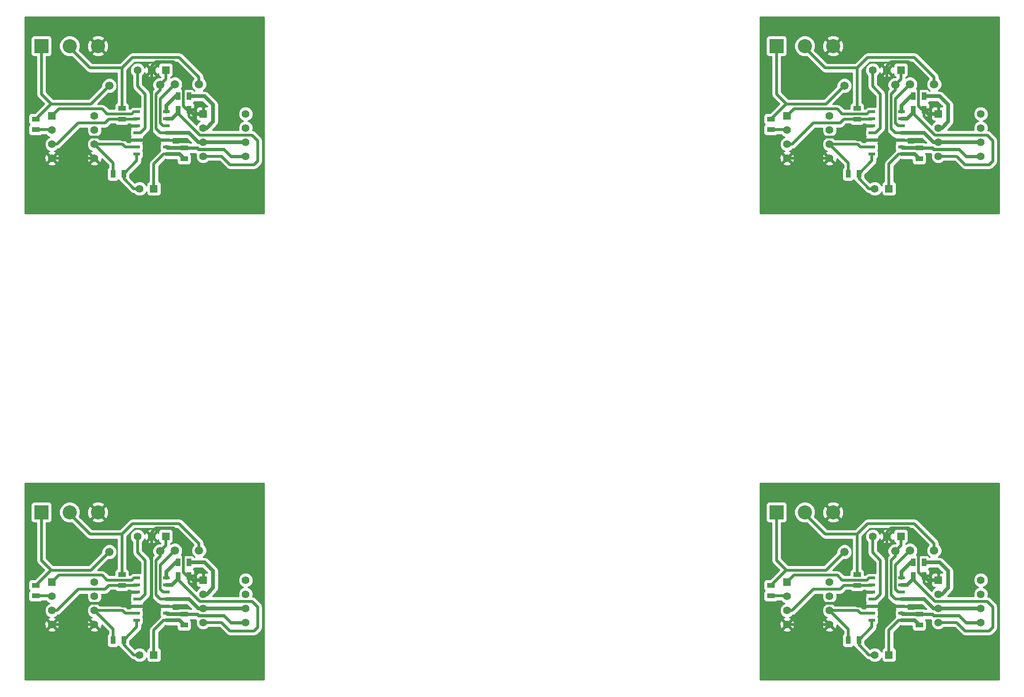
<source format=gbl>
G04 (created by PCBNEW-RS274X (2011-nov-30)-testing) date Wed 03 Apr 2013 02:23:03 PM ART*
G01*
G70*
G90*
%MOIN*%
G04 Gerber Fmt 3.4, Leading zero omitted, Abs format*
%FSLAX34Y34*%
G04 APERTURE LIST*
%ADD10C,0.006000*%
%ADD11R,0.100000X0.100000*%
%ADD12C,0.100000*%
%ADD13R,0.055000X0.055000*%
%ADD14C,0.055000*%
%ADD15R,0.035000X0.055000*%
%ADD16R,0.055000X0.035000*%
%ADD17R,0.045000X0.020000*%
%ADD18C,0.059100*%
%ADD19C,0.019700*%
%ADD20C,0.027600*%
%ADD21C,0.023600*%
%ADD22C,0.010000*%
G04 APERTURE END LIST*
G54D10*
G54D11*
X101200Y-65100D03*
G54D12*
X103200Y-65100D03*
X105200Y-65100D03*
G54D13*
X109150Y-75200D03*
G54D14*
X108150Y-75200D03*
G54D13*
X112650Y-69900D03*
G54D14*
X112650Y-70900D03*
X112650Y-71900D03*
X112650Y-72900D03*
X115650Y-72900D03*
X115650Y-71900D03*
X115650Y-70900D03*
X115650Y-69900D03*
G54D13*
X101950Y-70050D03*
G54D14*
X101950Y-71050D03*
X101950Y-72050D03*
X101950Y-73050D03*
X104950Y-73050D03*
X104950Y-72050D03*
X104950Y-71050D03*
X104950Y-70050D03*
G54D13*
X110000Y-66800D03*
G54D14*
X109000Y-66800D03*
X108000Y-66800D03*
G54D15*
X107025Y-74150D03*
X106275Y-74150D03*
G54D16*
X100800Y-71025D03*
X100800Y-70275D03*
X106900Y-70275D03*
X106900Y-69525D03*
X111300Y-73075D03*
X111300Y-72325D03*
G54D15*
X111625Y-69600D03*
X110875Y-69600D03*
X111625Y-68650D03*
X110875Y-68650D03*
G54D17*
X110050Y-69750D03*
X110050Y-70250D03*
X110050Y-70750D03*
X110050Y-71250D03*
X110050Y-71750D03*
X110050Y-72250D03*
X110050Y-72750D03*
X107950Y-72750D03*
X107950Y-72250D03*
X107950Y-71750D03*
X107950Y-71250D03*
X107950Y-70750D03*
X107950Y-70250D03*
X107950Y-69750D03*
X110050Y-36750D03*
X110050Y-37250D03*
X110050Y-37750D03*
X110050Y-38250D03*
X110050Y-38750D03*
X110050Y-39250D03*
X110050Y-39750D03*
X107950Y-39750D03*
X107950Y-39250D03*
X107950Y-38750D03*
X107950Y-38250D03*
X107950Y-37750D03*
X107950Y-37250D03*
X107950Y-36750D03*
G54D15*
X111625Y-35650D03*
X110875Y-35650D03*
X111625Y-36600D03*
X110875Y-36600D03*
G54D16*
X111300Y-40075D03*
X111300Y-39325D03*
X106900Y-37275D03*
X106900Y-36525D03*
X100800Y-38025D03*
X100800Y-37275D03*
G54D15*
X107025Y-41150D03*
X106275Y-41150D03*
G54D13*
X110000Y-33800D03*
G54D14*
X109000Y-33800D03*
X108000Y-33800D03*
G54D13*
X101950Y-37050D03*
G54D14*
X101950Y-38050D03*
X101950Y-39050D03*
X101950Y-40050D03*
X104950Y-40050D03*
X104950Y-39050D03*
X104950Y-38050D03*
X104950Y-37050D03*
G54D13*
X112650Y-36900D03*
G54D14*
X112650Y-37900D03*
X112650Y-38900D03*
X112650Y-39900D03*
X115650Y-39900D03*
X115650Y-38900D03*
X115650Y-37900D03*
X115650Y-36900D03*
G54D13*
X109150Y-42200D03*
G54D14*
X108150Y-42200D03*
G54D11*
X101200Y-32100D03*
G54D12*
X103200Y-32100D03*
X105200Y-32100D03*
G54D11*
X49200Y-32100D03*
G54D12*
X51200Y-32100D03*
X53200Y-32100D03*
G54D13*
X57150Y-42200D03*
G54D14*
X56150Y-42200D03*
G54D13*
X60650Y-36900D03*
G54D14*
X60650Y-37900D03*
X60650Y-38900D03*
X60650Y-39900D03*
X63650Y-39900D03*
X63650Y-38900D03*
X63650Y-37900D03*
X63650Y-36900D03*
G54D13*
X49950Y-37050D03*
G54D14*
X49950Y-38050D03*
X49950Y-39050D03*
X49950Y-40050D03*
X52950Y-40050D03*
X52950Y-39050D03*
X52950Y-38050D03*
X52950Y-37050D03*
G54D13*
X58000Y-33800D03*
G54D14*
X57000Y-33800D03*
X56000Y-33800D03*
G54D15*
X55025Y-41150D03*
X54275Y-41150D03*
G54D16*
X48800Y-38025D03*
X48800Y-37275D03*
X54900Y-37275D03*
X54900Y-36525D03*
X59300Y-40075D03*
X59300Y-39325D03*
G54D15*
X59625Y-36600D03*
X58875Y-36600D03*
X59625Y-35650D03*
X58875Y-35650D03*
G54D17*
X58050Y-36750D03*
X58050Y-37250D03*
X58050Y-37750D03*
X58050Y-38250D03*
X58050Y-38750D03*
X58050Y-39250D03*
X58050Y-39750D03*
X55950Y-39750D03*
X55950Y-39250D03*
X55950Y-38750D03*
X55950Y-38250D03*
X55950Y-37750D03*
X55950Y-37250D03*
X55950Y-36750D03*
X58050Y-69750D03*
X58050Y-70250D03*
X58050Y-70750D03*
X58050Y-71250D03*
X58050Y-71750D03*
X58050Y-72250D03*
X58050Y-72750D03*
X55950Y-72750D03*
X55950Y-72250D03*
X55950Y-71750D03*
X55950Y-71250D03*
X55950Y-70750D03*
X55950Y-70250D03*
X55950Y-69750D03*
G54D15*
X59625Y-68650D03*
X58875Y-68650D03*
X59625Y-69600D03*
X58875Y-69600D03*
G54D16*
X59300Y-73075D03*
X59300Y-72325D03*
X54900Y-70275D03*
X54900Y-69525D03*
X48800Y-71025D03*
X48800Y-70275D03*
G54D15*
X55025Y-74150D03*
X54275Y-74150D03*
G54D13*
X58000Y-66800D03*
G54D14*
X57000Y-66800D03*
X56000Y-66800D03*
G54D13*
X49950Y-70050D03*
G54D14*
X49950Y-71050D03*
X49950Y-72050D03*
X49950Y-73050D03*
X52950Y-73050D03*
X52950Y-72050D03*
X52950Y-71050D03*
X52950Y-70050D03*
G54D13*
X60650Y-69900D03*
G54D14*
X60650Y-70900D03*
X60650Y-71900D03*
X60650Y-72900D03*
X63650Y-72900D03*
X63650Y-71900D03*
X63650Y-70900D03*
X63650Y-69900D03*
G54D13*
X57150Y-75200D03*
G54D14*
X56150Y-75200D03*
G54D11*
X49200Y-65100D03*
G54D12*
X51200Y-65100D03*
X53200Y-65100D03*
G54D18*
X57600Y-67850D03*
X54000Y-67900D03*
X54000Y-34900D03*
X57600Y-34850D03*
X109600Y-34850D03*
X106000Y-34900D03*
X106000Y-67900D03*
X109600Y-67850D03*
X60350Y-67800D03*
X58650Y-67800D03*
X60350Y-34800D03*
X58650Y-34800D03*
X110650Y-34800D03*
X112350Y-34800D03*
X110650Y-67800D03*
X112350Y-67800D03*
G54D19*
X49200Y-65100D02*
X49200Y-68500D01*
X49200Y-68500D02*
X49900Y-69200D01*
G54D20*
X59650Y-71250D02*
X60300Y-71900D01*
X58050Y-71250D02*
X59650Y-71250D01*
X60650Y-71900D02*
X63650Y-71900D01*
G54D19*
X58000Y-67450D02*
X57600Y-67850D01*
X57600Y-67850D02*
X57600Y-68200D01*
X57600Y-71250D02*
X58050Y-71250D01*
X57300Y-70950D02*
X57600Y-71250D01*
X57300Y-68500D02*
X57300Y-70950D01*
X57600Y-68200D02*
X57300Y-68500D01*
X58000Y-66800D02*
X58000Y-67450D01*
X54000Y-67900D02*
X52700Y-69200D01*
X52700Y-69200D02*
X49900Y-69200D01*
X49900Y-69200D02*
X49875Y-69200D01*
X49875Y-69200D02*
X48800Y-70275D01*
G54D20*
X60300Y-71900D02*
X60650Y-71900D01*
G54D19*
X57300Y-35500D02*
X57300Y-37950D01*
X57600Y-35200D02*
X57300Y-35500D01*
X58000Y-33800D02*
X58000Y-34450D01*
X54000Y-34900D02*
X52700Y-36200D01*
X52700Y-36200D02*
X49900Y-36200D01*
X49900Y-36200D02*
X49875Y-36200D01*
X49875Y-36200D02*
X48800Y-37275D01*
G54D20*
X60300Y-38900D02*
X60650Y-38900D01*
G54D19*
X57300Y-37950D02*
X57600Y-38250D01*
X57600Y-38250D02*
X58050Y-38250D01*
X57600Y-34850D02*
X57600Y-35200D01*
X58000Y-34450D02*
X57600Y-34850D01*
G54D20*
X60650Y-38900D02*
X63650Y-38900D01*
X58050Y-38250D02*
X59650Y-38250D01*
X59650Y-38250D02*
X60300Y-38900D01*
G54D19*
X49200Y-35500D02*
X49900Y-36200D01*
X49200Y-32100D02*
X49200Y-35500D01*
X101200Y-32100D02*
X101200Y-35500D01*
X101200Y-35500D02*
X101900Y-36200D01*
G54D20*
X111650Y-38250D02*
X112300Y-38900D01*
X110050Y-38250D02*
X111650Y-38250D01*
X112650Y-38900D02*
X115650Y-38900D01*
G54D19*
X110000Y-34450D02*
X109600Y-34850D01*
X109600Y-34850D02*
X109600Y-35200D01*
X109600Y-38250D02*
X110050Y-38250D01*
X109300Y-37950D02*
X109600Y-38250D01*
X109300Y-35500D02*
X109300Y-37950D01*
X109600Y-35200D02*
X109300Y-35500D01*
X110000Y-33800D02*
X110000Y-34450D01*
X106000Y-34900D02*
X104700Y-36200D01*
X104700Y-36200D02*
X101900Y-36200D01*
X101900Y-36200D02*
X101875Y-36200D01*
X101875Y-36200D02*
X100800Y-37275D01*
G54D20*
X112300Y-38900D02*
X112650Y-38900D01*
X112300Y-71900D02*
X112650Y-71900D01*
G54D19*
X101875Y-69200D02*
X100800Y-70275D01*
X101900Y-69200D02*
X101875Y-69200D01*
X104700Y-69200D02*
X101900Y-69200D01*
X106000Y-67900D02*
X104700Y-69200D01*
X110000Y-66800D02*
X110000Y-67450D01*
X109600Y-68200D02*
X109300Y-68500D01*
X109300Y-68500D02*
X109300Y-70950D01*
X109300Y-70950D02*
X109600Y-71250D01*
X109600Y-71250D02*
X110050Y-71250D01*
X109600Y-67850D02*
X109600Y-68200D01*
X110000Y-67450D02*
X109600Y-67850D01*
G54D20*
X112650Y-71900D02*
X115650Y-71900D01*
X110050Y-71250D02*
X111650Y-71250D01*
X111650Y-71250D02*
X112300Y-71900D01*
G54D19*
X101200Y-68500D02*
X101900Y-69200D01*
X101200Y-65100D02*
X101200Y-68500D01*
X56000Y-67950D02*
X56550Y-68500D01*
X56550Y-68500D02*
X56550Y-70900D01*
X56550Y-70900D02*
X56200Y-71250D01*
X56000Y-66800D02*
X56000Y-67950D01*
X56200Y-71250D02*
X55950Y-71250D01*
X56200Y-38250D02*
X55950Y-38250D01*
X56000Y-33800D02*
X56000Y-34950D01*
X56550Y-37900D02*
X56200Y-38250D01*
X56550Y-35500D02*
X56550Y-37900D01*
X56000Y-34950D02*
X56550Y-35500D01*
X108000Y-67950D02*
X108550Y-68500D01*
X108550Y-68500D02*
X108550Y-70900D01*
X108550Y-70900D02*
X108200Y-71250D01*
X108000Y-66800D02*
X108000Y-67950D01*
X108200Y-71250D02*
X107950Y-71250D01*
X108200Y-38250D02*
X107950Y-38250D01*
X108000Y-33800D02*
X108000Y-34950D01*
X108550Y-37900D02*
X108200Y-38250D01*
X108550Y-35500D02*
X108550Y-37900D01*
X108000Y-34950D02*
X108550Y-35500D01*
X57600Y-68850D02*
X58650Y-67800D01*
X58050Y-70750D02*
X57800Y-70750D01*
X57600Y-70550D02*
X57600Y-68850D01*
X57800Y-70750D02*
X57600Y-70550D01*
X54900Y-69525D02*
X54900Y-66650D01*
X58950Y-65900D02*
X60350Y-67300D01*
X55650Y-65900D02*
X58950Y-65900D01*
X54900Y-66650D02*
X55650Y-65900D01*
X60350Y-67300D02*
X60350Y-67800D01*
X51200Y-65200D02*
X52650Y-66650D01*
X52650Y-66650D02*
X54900Y-66650D01*
X51200Y-65100D02*
X51200Y-65200D01*
X57600Y-35850D02*
X58650Y-34800D01*
X58050Y-37750D02*
X57800Y-37750D01*
X57600Y-37550D02*
X57600Y-35850D01*
X57800Y-37750D02*
X57600Y-37550D01*
X54900Y-36525D02*
X54900Y-33650D01*
X58950Y-32900D02*
X60350Y-34300D01*
X55650Y-32900D02*
X58950Y-32900D01*
X54900Y-33650D02*
X55650Y-32900D01*
X60350Y-34300D02*
X60350Y-34800D01*
X51200Y-32200D02*
X52650Y-33650D01*
X52650Y-33650D02*
X54900Y-33650D01*
X51200Y-32100D02*
X51200Y-32200D01*
X103200Y-32100D02*
X103200Y-32200D01*
X104650Y-33650D02*
X106900Y-33650D01*
X103200Y-32200D02*
X104650Y-33650D01*
X112350Y-34300D02*
X112350Y-34800D01*
X106900Y-33650D02*
X107650Y-32900D01*
X107650Y-32900D02*
X110950Y-32900D01*
X110950Y-32900D02*
X112350Y-34300D01*
X106900Y-36525D02*
X106900Y-33650D01*
X109800Y-37750D02*
X109600Y-37550D01*
X109600Y-37550D02*
X109600Y-35850D01*
X110050Y-37750D02*
X109800Y-37750D01*
X109600Y-35850D02*
X110650Y-34800D01*
X103200Y-65100D02*
X103200Y-65200D01*
X104650Y-66650D02*
X106900Y-66650D01*
X103200Y-65200D02*
X104650Y-66650D01*
X112350Y-67300D02*
X112350Y-67800D01*
X106900Y-66650D02*
X107650Y-65900D01*
X107650Y-65900D02*
X110950Y-65900D01*
X110950Y-65900D02*
X112350Y-67300D01*
X106900Y-69525D02*
X106900Y-66650D01*
X109800Y-70750D02*
X109600Y-70550D01*
X109600Y-70550D02*
X109600Y-68850D01*
X110050Y-70750D02*
X109800Y-70750D01*
X109600Y-68850D02*
X110650Y-67800D01*
G54D20*
X58050Y-39750D02*
X58975Y-39750D01*
X58975Y-39750D02*
X59300Y-40075D01*
G54D19*
X57850Y-39750D02*
X57150Y-40450D01*
X57150Y-40450D02*
X57150Y-42200D01*
X58050Y-39750D02*
X57850Y-39750D01*
X58050Y-72750D02*
X57850Y-72750D01*
X57150Y-73450D02*
X57150Y-75200D01*
X57850Y-72750D02*
X57150Y-73450D01*
G54D20*
X58975Y-72750D02*
X59300Y-73075D01*
X58050Y-72750D02*
X58975Y-72750D01*
X110050Y-39750D02*
X110975Y-39750D01*
X110975Y-39750D02*
X111300Y-40075D01*
G54D19*
X109850Y-39750D02*
X109150Y-40450D01*
X109150Y-40450D02*
X109150Y-42200D01*
X110050Y-39750D02*
X109850Y-39750D01*
X110050Y-72750D02*
X109850Y-72750D01*
X109150Y-73450D02*
X109150Y-75200D01*
X109850Y-72750D02*
X109150Y-73450D01*
G54D20*
X110975Y-72750D02*
X111300Y-73075D01*
X110050Y-72750D02*
X110975Y-72750D01*
G54D19*
X55750Y-42200D02*
X56150Y-42200D01*
X55950Y-40225D02*
X55025Y-41150D01*
X55950Y-39750D02*
X55950Y-40225D01*
X55025Y-41475D02*
X55750Y-42200D01*
X55025Y-41150D02*
X55025Y-41475D01*
X55025Y-74150D02*
X55025Y-74475D01*
X55025Y-74475D02*
X55750Y-75200D01*
X55950Y-72750D02*
X55950Y-73225D01*
X55950Y-73225D02*
X55025Y-74150D01*
X55750Y-75200D02*
X56150Y-75200D01*
X107750Y-42200D02*
X108150Y-42200D01*
X107950Y-40225D02*
X107025Y-41150D01*
X107950Y-39750D02*
X107950Y-40225D01*
X107025Y-41475D02*
X107750Y-42200D01*
X107025Y-41150D02*
X107025Y-41475D01*
X107025Y-74150D02*
X107025Y-74475D01*
X107025Y-74475D02*
X107750Y-75200D01*
X107950Y-72750D02*
X107950Y-73225D01*
X107950Y-73225D02*
X107025Y-74150D01*
X107750Y-75200D02*
X108150Y-75200D01*
X57000Y-66800D02*
X57000Y-71600D01*
X57000Y-71600D02*
X56850Y-71750D01*
X55950Y-71750D02*
X56850Y-71750D01*
X56850Y-71750D02*
X57000Y-71750D01*
X57000Y-71750D02*
X58050Y-71750D01*
X59625Y-69600D02*
X59500Y-69600D01*
X57000Y-66500D02*
X57000Y-66800D01*
X57300Y-66200D02*
X57000Y-66500D01*
X58550Y-66200D02*
X57300Y-66200D01*
X59250Y-66900D02*
X58550Y-66200D01*
X59250Y-69350D02*
X59250Y-66900D01*
X59500Y-69600D02*
X59250Y-69350D01*
X50800Y-73050D02*
X52950Y-73050D01*
X49950Y-73050D02*
X50800Y-73050D01*
X54625Y-71475D02*
X55350Y-70750D01*
X55350Y-70750D02*
X55950Y-70750D01*
X54550Y-71550D02*
X54625Y-71475D01*
X52100Y-71550D02*
X54550Y-71550D01*
X50800Y-72850D02*
X52100Y-71550D01*
X50800Y-73050D02*
X50800Y-72850D01*
X54900Y-71750D02*
X54625Y-71475D01*
X55950Y-71750D02*
X54900Y-71750D01*
G54D20*
X59925Y-69900D02*
X59625Y-69600D01*
X60650Y-69900D02*
X59925Y-69900D01*
G54D19*
X50800Y-40050D02*
X52950Y-40050D01*
X49950Y-40050D02*
X50800Y-40050D01*
X54625Y-38475D02*
X55350Y-37750D01*
X55350Y-37750D02*
X55950Y-37750D01*
X54550Y-38550D02*
X54625Y-38475D01*
X52100Y-38550D02*
X54550Y-38550D01*
X50800Y-39850D02*
X52100Y-38550D01*
X50800Y-40050D02*
X50800Y-39850D01*
X54900Y-38750D02*
X54625Y-38475D01*
X55950Y-38750D02*
X54900Y-38750D01*
G54D20*
X59925Y-36900D02*
X59625Y-36600D01*
X60650Y-36900D02*
X59925Y-36900D01*
G54D19*
X59500Y-36600D02*
X59250Y-36350D01*
X59250Y-36350D02*
X59250Y-33900D01*
X59250Y-33900D02*
X58550Y-33200D01*
X58550Y-33200D02*
X57300Y-33200D01*
X57300Y-33200D02*
X57000Y-33500D01*
X57000Y-33500D02*
X57000Y-33800D01*
X59625Y-36600D02*
X59500Y-36600D01*
X57000Y-38750D02*
X58050Y-38750D01*
X56850Y-38750D02*
X57000Y-38750D01*
X55950Y-38750D02*
X56850Y-38750D01*
X57000Y-38600D02*
X56850Y-38750D01*
X57000Y-33800D02*
X57000Y-38600D01*
X109000Y-33800D02*
X109000Y-38600D01*
X109000Y-38600D02*
X108850Y-38750D01*
X107950Y-38750D02*
X108850Y-38750D01*
X108850Y-38750D02*
X109000Y-38750D01*
X109000Y-38750D02*
X110050Y-38750D01*
X111625Y-36600D02*
X111500Y-36600D01*
X109000Y-33500D02*
X109000Y-33800D01*
X109300Y-33200D02*
X109000Y-33500D01*
X110550Y-33200D02*
X109300Y-33200D01*
X111250Y-33900D02*
X110550Y-33200D01*
X111250Y-36350D02*
X111250Y-33900D01*
X111500Y-36600D02*
X111250Y-36350D01*
G54D20*
X112650Y-36900D02*
X111925Y-36900D01*
X111925Y-36900D02*
X111625Y-36600D01*
G54D19*
X107950Y-38750D02*
X106900Y-38750D01*
X106900Y-38750D02*
X106625Y-38475D01*
X102800Y-40050D02*
X102800Y-39850D01*
X102800Y-39850D02*
X104100Y-38550D01*
X104100Y-38550D02*
X106550Y-38550D01*
X106550Y-38550D02*
X106625Y-38475D01*
X107350Y-37750D02*
X107950Y-37750D01*
X106625Y-38475D02*
X107350Y-37750D01*
X101950Y-40050D02*
X102800Y-40050D01*
X102800Y-40050D02*
X104950Y-40050D01*
G54D20*
X112650Y-69900D02*
X111925Y-69900D01*
X111925Y-69900D02*
X111625Y-69600D01*
G54D19*
X107950Y-71750D02*
X106900Y-71750D01*
X106900Y-71750D02*
X106625Y-71475D01*
X102800Y-73050D02*
X102800Y-72850D01*
X102800Y-72850D02*
X104100Y-71550D01*
X104100Y-71550D02*
X106550Y-71550D01*
X106550Y-71550D02*
X106625Y-71475D01*
X107350Y-70750D02*
X107950Y-70750D01*
X106625Y-71475D02*
X107350Y-70750D01*
X101950Y-73050D02*
X102800Y-73050D01*
X102800Y-73050D02*
X104950Y-73050D01*
X111500Y-69600D02*
X111250Y-69350D01*
X111250Y-69350D02*
X111250Y-66900D01*
X111250Y-66900D02*
X110550Y-66200D01*
X110550Y-66200D02*
X109300Y-66200D01*
X109300Y-66200D02*
X109000Y-66500D01*
X109000Y-66500D02*
X109000Y-66800D01*
X111625Y-69600D02*
X111500Y-69600D01*
X109000Y-71750D02*
X110050Y-71750D01*
X108850Y-71750D02*
X109000Y-71750D01*
X107950Y-71750D02*
X108850Y-71750D01*
X109000Y-71600D02*
X108850Y-71750D01*
X109000Y-66800D02*
X109000Y-71600D01*
G54D20*
X59625Y-35650D02*
X60750Y-35650D01*
X60900Y-37900D02*
X60650Y-37900D01*
X61350Y-37450D02*
X60900Y-37900D01*
X61350Y-36250D02*
X61350Y-37450D01*
X60750Y-35650D02*
X61350Y-36250D01*
X60750Y-68650D02*
X61350Y-69250D01*
X61350Y-69250D02*
X61350Y-70450D01*
X61350Y-70450D02*
X60900Y-70900D01*
X60900Y-70900D02*
X60650Y-70900D01*
X59625Y-68650D02*
X60750Y-68650D01*
X111625Y-68650D02*
X112750Y-68650D01*
X112900Y-70900D02*
X112650Y-70900D01*
X113350Y-70450D02*
X112900Y-70900D01*
X113350Y-69250D02*
X113350Y-70450D01*
X112750Y-68650D02*
X113350Y-69250D01*
X112750Y-35650D02*
X113350Y-36250D01*
X113350Y-36250D02*
X113350Y-37450D01*
X113350Y-37450D02*
X112900Y-37900D01*
X112900Y-37900D02*
X112650Y-37900D01*
X111625Y-35650D02*
X112750Y-35650D01*
G54D19*
X60650Y-72900D02*
X61950Y-72900D01*
X58875Y-69875D02*
X58875Y-69600D01*
X60400Y-71400D02*
X58875Y-69875D01*
X64100Y-71400D02*
X60400Y-71400D01*
X64500Y-71800D02*
X64100Y-71400D01*
X64500Y-73250D02*
X64500Y-71800D01*
X64250Y-73500D02*
X64500Y-73250D01*
X62550Y-73500D02*
X64250Y-73500D01*
X61950Y-72900D02*
X62550Y-73500D01*
G54D20*
X58875Y-69600D02*
X58875Y-69825D01*
X58450Y-70250D02*
X58050Y-70250D01*
X58875Y-69825D02*
X58450Y-70250D01*
G54D19*
X60650Y-39900D02*
X61950Y-39900D01*
X58875Y-36875D02*
X58875Y-36600D01*
X60400Y-38400D02*
X58875Y-36875D01*
X64100Y-38400D02*
X60400Y-38400D01*
X64500Y-38800D02*
X64100Y-38400D01*
X64500Y-40250D02*
X64500Y-38800D01*
X64250Y-40500D02*
X64500Y-40250D01*
X62550Y-40500D02*
X64250Y-40500D01*
X61950Y-39900D02*
X62550Y-40500D01*
G54D20*
X58875Y-36600D02*
X58875Y-36825D01*
X58450Y-37250D02*
X58050Y-37250D01*
X58875Y-36825D02*
X58450Y-37250D01*
X110875Y-36825D02*
X110450Y-37250D01*
X110450Y-37250D02*
X110050Y-37250D01*
X110875Y-36600D02*
X110875Y-36825D01*
G54D19*
X113950Y-39900D02*
X114550Y-40500D01*
X114550Y-40500D02*
X116250Y-40500D01*
X116250Y-40500D02*
X116500Y-40250D01*
X116500Y-40250D02*
X116500Y-38800D01*
X116500Y-38800D02*
X116100Y-38400D01*
X116100Y-38400D02*
X112400Y-38400D01*
X112400Y-38400D02*
X110875Y-36875D01*
X110875Y-36875D02*
X110875Y-36600D01*
X112650Y-39900D02*
X113950Y-39900D01*
G54D20*
X110875Y-69825D02*
X110450Y-70250D01*
X110450Y-70250D02*
X110050Y-70250D01*
X110875Y-69600D02*
X110875Y-69825D01*
G54D19*
X113950Y-72900D02*
X114550Y-73500D01*
X114550Y-73500D02*
X116250Y-73500D01*
X116250Y-73500D02*
X116500Y-73250D01*
X116500Y-73250D02*
X116500Y-71800D01*
X116500Y-71800D02*
X116100Y-71400D01*
X116100Y-71400D02*
X112400Y-71400D01*
X112400Y-71400D02*
X110875Y-69875D01*
X110875Y-69875D02*
X110875Y-69600D01*
X112650Y-72900D02*
X113950Y-72900D01*
G54D20*
X58125Y-72325D02*
X58050Y-72250D01*
X59300Y-72325D02*
X58125Y-72325D01*
G54D21*
X60225Y-72325D02*
X60300Y-72400D01*
X60300Y-72400D02*
X62100Y-72400D01*
X62100Y-72400D02*
X62600Y-72900D01*
X62600Y-72900D02*
X63650Y-72900D01*
X59300Y-72325D02*
X60225Y-72325D01*
X59300Y-39325D02*
X60225Y-39325D01*
X62600Y-39900D02*
X63650Y-39900D01*
X62100Y-39400D02*
X62600Y-39900D01*
X60300Y-39400D02*
X62100Y-39400D01*
X60225Y-39325D02*
X60300Y-39400D01*
G54D20*
X59300Y-39325D02*
X58125Y-39325D01*
X58125Y-39325D02*
X58050Y-39250D01*
X110125Y-39325D02*
X110050Y-39250D01*
X111300Y-39325D02*
X110125Y-39325D01*
G54D21*
X112225Y-39325D02*
X112300Y-39400D01*
X112300Y-39400D02*
X114100Y-39400D01*
X114100Y-39400D02*
X114600Y-39900D01*
X114600Y-39900D02*
X115650Y-39900D01*
X111300Y-39325D02*
X112225Y-39325D01*
X111300Y-72325D02*
X112225Y-72325D01*
X114600Y-72900D02*
X115650Y-72900D01*
X114100Y-72400D02*
X114600Y-72900D01*
X112300Y-72400D02*
X114100Y-72400D01*
X112225Y-72325D02*
X112300Y-72400D01*
G54D20*
X111300Y-72325D02*
X110125Y-72325D01*
X110125Y-72325D02*
X110050Y-72250D01*
X58050Y-36750D02*
X58050Y-36300D01*
X58700Y-35650D02*
X58875Y-35650D01*
X58050Y-36300D02*
X58700Y-35650D01*
X58050Y-69300D02*
X58700Y-68650D01*
X58700Y-68650D02*
X58875Y-68650D01*
X58050Y-69750D02*
X58050Y-69300D01*
X110050Y-69750D02*
X110050Y-69300D01*
X110700Y-68650D02*
X110875Y-68650D01*
X110050Y-69300D02*
X110700Y-68650D01*
X110050Y-36300D02*
X110700Y-35650D01*
X110700Y-35650D02*
X110875Y-35650D01*
X110050Y-36750D02*
X110050Y-36300D01*
G54D19*
X49925Y-71025D02*
X49950Y-71050D01*
X48800Y-71025D02*
X49925Y-71025D01*
X48800Y-38025D02*
X49925Y-38025D01*
X49925Y-38025D02*
X49950Y-38050D01*
X101925Y-38025D02*
X101950Y-38050D01*
X100800Y-38025D02*
X101925Y-38025D01*
X100800Y-71025D02*
X101925Y-71025D01*
X101925Y-71025D02*
X101950Y-71050D01*
X55150Y-72250D02*
X55950Y-72250D01*
X54950Y-72050D02*
X55150Y-72250D01*
X52950Y-72050D02*
X54950Y-72050D01*
X54275Y-73375D02*
X52950Y-72050D01*
X54275Y-74150D02*
X54275Y-73375D01*
X54275Y-41150D02*
X54275Y-40375D01*
X54275Y-40375D02*
X52950Y-39050D01*
X52950Y-39050D02*
X54950Y-39050D01*
X54950Y-39050D02*
X55150Y-39250D01*
X55150Y-39250D02*
X55950Y-39250D01*
X107150Y-72250D02*
X107950Y-72250D01*
X106950Y-72050D02*
X107150Y-72250D01*
X104950Y-72050D02*
X106950Y-72050D01*
X106275Y-73375D02*
X104950Y-72050D01*
X106275Y-74150D02*
X106275Y-73375D01*
X106275Y-41150D02*
X106275Y-40375D01*
X106275Y-40375D02*
X104950Y-39050D01*
X104950Y-39050D02*
X106950Y-39050D01*
X106950Y-39050D02*
X107150Y-39250D01*
X107150Y-39250D02*
X107950Y-39250D01*
X54900Y-70275D02*
X53975Y-70275D01*
X50300Y-72050D02*
X49950Y-72050D01*
X51800Y-70550D02*
X50300Y-72050D01*
X53700Y-70550D02*
X51800Y-70550D01*
X53975Y-70275D02*
X53700Y-70550D01*
X54900Y-70275D02*
X55925Y-70275D01*
X55925Y-70275D02*
X55950Y-70250D01*
X55925Y-37275D02*
X55950Y-37250D01*
X54900Y-37275D02*
X55925Y-37275D01*
X53975Y-37275D02*
X53700Y-37550D01*
X53700Y-37550D02*
X51800Y-37550D01*
X51800Y-37550D02*
X50300Y-39050D01*
X50300Y-39050D02*
X49950Y-39050D01*
X54900Y-37275D02*
X53975Y-37275D01*
X106900Y-37275D02*
X105975Y-37275D01*
X102300Y-39050D02*
X101950Y-39050D01*
X103800Y-37550D02*
X102300Y-39050D01*
X105700Y-37550D02*
X103800Y-37550D01*
X105975Y-37275D02*
X105700Y-37550D01*
X106900Y-37275D02*
X107925Y-37275D01*
X107925Y-37275D02*
X107950Y-37250D01*
X107925Y-70275D02*
X107950Y-70250D01*
X106900Y-70275D02*
X107925Y-70275D01*
X105975Y-70275D02*
X105700Y-70550D01*
X105700Y-70550D02*
X103800Y-70550D01*
X103800Y-70550D02*
X102300Y-72050D01*
X102300Y-72050D02*
X101950Y-72050D01*
X106900Y-70275D02*
X105975Y-70275D01*
X55750Y-36750D02*
X55600Y-36900D01*
X55600Y-36900D02*
X53850Y-36900D01*
X53850Y-36900D02*
X53500Y-36550D01*
X53500Y-36550D02*
X50450Y-36550D01*
X50450Y-36550D02*
X49950Y-37050D01*
X55950Y-36750D02*
X55750Y-36750D01*
X55950Y-69750D02*
X55750Y-69750D01*
X50450Y-69550D02*
X49950Y-70050D01*
X53500Y-69550D02*
X50450Y-69550D01*
X53850Y-69900D02*
X53500Y-69550D01*
X55600Y-69900D02*
X53850Y-69900D01*
X55750Y-69750D02*
X55600Y-69900D01*
X107750Y-36750D02*
X107600Y-36900D01*
X107600Y-36900D02*
X105850Y-36900D01*
X105850Y-36900D02*
X105500Y-36550D01*
X105500Y-36550D02*
X102450Y-36550D01*
X102450Y-36550D02*
X101950Y-37050D01*
X107950Y-36750D02*
X107750Y-36750D01*
X107950Y-69750D02*
X107750Y-69750D01*
X102450Y-69550D02*
X101950Y-70050D01*
X105500Y-69550D02*
X102450Y-69550D01*
X105850Y-69900D02*
X105500Y-69550D01*
X107600Y-69900D02*
X105850Y-69900D01*
X107750Y-69750D02*
X107600Y-69900D01*
G54D10*
G36*
X60044Y-68262D02*
X60022Y-68262D01*
X60011Y-68234D01*
X59941Y-68164D01*
X59850Y-68126D01*
X59751Y-68126D01*
X59401Y-68126D01*
X59309Y-68164D01*
X59250Y-68223D01*
X59191Y-68164D01*
X59100Y-68126D01*
X59093Y-68126D01*
X59111Y-68108D01*
X59194Y-67908D01*
X59194Y-67692D01*
X59111Y-67492D01*
X58958Y-67339D01*
X58758Y-67256D01*
X58542Y-67256D01*
X58348Y-67336D01*
X58348Y-67314D01*
X58416Y-67286D01*
X58486Y-67216D01*
X58524Y-67125D01*
X58524Y-67026D01*
X58524Y-66476D01*
X58486Y-66384D01*
X58416Y-66314D01*
X58325Y-66276D01*
X58226Y-66276D01*
X57676Y-66276D01*
X57584Y-66314D01*
X57514Y-66384D01*
X57476Y-66475D01*
X57476Y-66566D01*
X57460Y-66528D01*
X57368Y-66503D01*
X57297Y-66574D01*
X57297Y-66432D01*
X57272Y-66340D01*
X57076Y-66270D01*
X56868Y-66282D01*
X56728Y-66340D01*
X56703Y-66432D01*
X57000Y-66729D01*
X57297Y-66432D01*
X57297Y-66574D01*
X57071Y-66800D01*
X57368Y-67097D01*
X57460Y-67072D01*
X57476Y-67027D01*
X57476Y-67124D01*
X57514Y-67216D01*
X57584Y-67286D01*
X57631Y-67306D01*
X57492Y-67306D01*
X57297Y-67386D01*
X57297Y-67168D01*
X57000Y-66871D01*
X56703Y-67168D01*
X56728Y-67260D01*
X56924Y-67330D01*
X57132Y-67318D01*
X57272Y-67260D01*
X57297Y-67168D01*
X57297Y-67386D01*
X57292Y-67389D01*
X57139Y-67542D01*
X57056Y-67742D01*
X57056Y-67958D01*
X57139Y-68158D01*
X57144Y-68163D01*
X57054Y-68254D01*
X56978Y-68366D01*
X56952Y-68500D01*
X56952Y-70950D01*
X56978Y-71084D01*
X57054Y-71196D01*
X57354Y-71496D01*
X57466Y-71572D01*
X57467Y-71572D01*
X57578Y-71593D01*
X57576Y-71601D01*
X57575Y-71638D01*
X57637Y-71700D01*
X57950Y-71700D01*
X58000Y-71700D01*
X58100Y-71700D01*
X58150Y-71700D01*
X58463Y-71700D01*
X58525Y-71638D01*
X59489Y-71638D01*
X59808Y-71957D01*
X59734Y-71957D01*
X59716Y-71939D01*
X59625Y-71901D01*
X59526Y-71901D01*
X58976Y-71901D01*
X58888Y-71937D01*
X58508Y-71937D01*
X58524Y-71899D01*
X58525Y-71862D01*
X58463Y-71800D01*
X58150Y-71800D01*
X58100Y-71800D01*
X58000Y-71800D01*
X57950Y-71800D01*
X57637Y-71800D01*
X57575Y-71862D01*
X57576Y-71899D01*
X57614Y-71991D01*
X57623Y-72000D01*
X57614Y-72009D01*
X57576Y-72100D01*
X57576Y-72199D01*
X57576Y-72399D01*
X57614Y-72491D01*
X57617Y-72494D01*
X57604Y-72504D01*
X57603Y-72504D01*
X57603Y-72505D01*
X56904Y-73204D01*
X56828Y-73316D01*
X56802Y-73450D01*
X56802Y-74685D01*
X56734Y-74714D01*
X56664Y-74784D01*
X56626Y-74875D01*
X56626Y-74974D01*
X56626Y-74977D01*
X56595Y-74903D01*
X56448Y-74755D01*
X56255Y-74675D01*
X56046Y-74675D01*
X55853Y-74755D01*
X55824Y-74782D01*
X55449Y-74407D01*
X55449Y-74376D01*
X55449Y-74218D01*
X56196Y-73471D01*
X56272Y-73359D01*
X56272Y-73358D01*
X56298Y-73225D01*
X56298Y-73068D01*
X56316Y-73061D01*
X56386Y-72991D01*
X56424Y-72900D01*
X56424Y-72801D01*
X56424Y-72601D01*
X56386Y-72509D01*
X56377Y-72500D01*
X56386Y-72491D01*
X56424Y-72400D01*
X56424Y-72301D01*
X56424Y-72101D01*
X56386Y-72009D01*
X56377Y-72000D01*
X56386Y-71991D01*
X56424Y-71899D01*
X56425Y-71862D01*
X56363Y-71800D01*
X56050Y-71800D01*
X56000Y-71800D01*
X55900Y-71800D01*
X55850Y-71800D01*
X55537Y-71800D01*
X55475Y-71862D01*
X55476Y-71899D01*
X55477Y-71902D01*
X55294Y-71902D01*
X55196Y-71804D01*
X55084Y-71728D01*
X54950Y-71702D01*
X53344Y-71702D01*
X53248Y-71605D01*
X53114Y-71549D01*
X53247Y-71495D01*
X53395Y-71348D01*
X53475Y-71155D01*
X53475Y-70946D01*
X53455Y-70898D01*
X53700Y-70898D01*
X53833Y-70872D01*
X53834Y-70872D01*
X53946Y-70796D01*
X54119Y-70623D01*
X54446Y-70623D01*
X54484Y-70661D01*
X54575Y-70699D01*
X54674Y-70699D01*
X55224Y-70699D01*
X55316Y-70661D01*
X55354Y-70623D01*
X55475Y-70623D01*
X55475Y-70638D01*
X55537Y-70700D01*
X55850Y-70700D01*
X55900Y-70700D01*
X56000Y-70700D01*
X56000Y-70800D01*
X55900Y-70800D01*
X55850Y-70800D01*
X55537Y-70800D01*
X55475Y-70862D01*
X55476Y-70899D01*
X55514Y-70991D01*
X55523Y-71000D01*
X55514Y-71009D01*
X55476Y-71100D01*
X55476Y-71199D01*
X55476Y-71399D01*
X55514Y-71491D01*
X55523Y-71500D01*
X55514Y-71509D01*
X55476Y-71601D01*
X55475Y-71638D01*
X55537Y-71700D01*
X55850Y-71700D01*
X55900Y-71700D01*
X56000Y-71700D01*
X56050Y-71700D01*
X56363Y-71700D01*
X56425Y-71638D01*
X56424Y-71601D01*
X56394Y-71530D01*
X56446Y-71496D01*
X56795Y-71147D01*
X56795Y-71146D01*
X56796Y-71146D01*
X56871Y-71034D01*
X56872Y-71033D01*
X56897Y-70901D01*
X56898Y-70900D01*
X56898Y-68500D01*
X56897Y-68499D01*
X56872Y-68367D01*
X56871Y-68366D01*
X56796Y-68254D01*
X56795Y-68253D01*
X56348Y-67806D01*
X56348Y-67194D01*
X56445Y-67098D01*
X56497Y-66970D01*
X56540Y-67072D01*
X56632Y-67097D01*
X56929Y-66800D01*
X56632Y-66503D01*
X56540Y-66528D01*
X56500Y-66637D01*
X56445Y-66503D01*
X56298Y-66355D01*
X56105Y-66275D01*
X55896Y-66275D01*
X55703Y-66355D01*
X55555Y-66502D01*
X55475Y-66695D01*
X55475Y-66904D01*
X55555Y-67097D01*
X55652Y-67194D01*
X55652Y-67950D01*
X55678Y-68084D01*
X55754Y-68196D01*
X56202Y-68644D01*
X56202Y-69401D01*
X56126Y-69401D01*
X55676Y-69401D01*
X55584Y-69439D01*
X55550Y-69472D01*
X55549Y-69473D01*
X55504Y-69504D01*
X55456Y-69552D01*
X55424Y-69552D01*
X55424Y-69301D01*
X55386Y-69209D01*
X55316Y-69139D01*
X55248Y-69110D01*
X55248Y-66794D01*
X55794Y-66248D01*
X58806Y-66248D01*
X59969Y-67411D01*
X59889Y-67492D01*
X59806Y-67692D01*
X59806Y-67908D01*
X59889Y-68108D01*
X60042Y-68261D01*
X60044Y-68262D01*
X60044Y-68262D01*
G37*
G54D22*
X60044Y-68262D02*
X60022Y-68262D01*
X60011Y-68234D01*
X59941Y-68164D01*
X59850Y-68126D01*
X59751Y-68126D01*
X59401Y-68126D01*
X59309Y-68164D01*
X59250Y-68223D01*
X59191Y-68164D01*
X59100Y-68126D01*
X59093Y-68126D01*
X59111Y-68108D01*
X59194Y-67908D01*
X59194Y-67692D01*
X59111Y-67492D01*
X58958Y-67339D01*
X58758Y-67256D01*
X58542Y-67256D01*
X58348Y-67336D01*
X58348Y-67314D01*
X58416Y-67286D01*
X58486Y-67216D01*
X58524Y-67125D01*
X58524Y-67026D01*
X58524Y-66476D01*
X58486Y-66384D01*
X58416Y-66314D01*
X58325Y-66276D01*
X58226Y-66276D01*
X57676Y-66276D01*
X57584Y-66314D01*
X57514Y-66384D01*
X57476Y-66475D01*
X57476Y-66566D01*
X57460Y-66528D01*
X57368Y-66503D01*
X57297Y-66574D01*
X57297Y-66432D01*
X57272Y-66340D01*
X57076Y-66270D01*
X56868Y-66282D01*
X56728Y-66340D01*
X56703Y-66432D01*
X57000Y-66729D01*
X57297Y-66432D01*
X57297Y-66574D01*
X57071Y-66800D01*
X57368Y-67097D01*
X57460Y-67072D01*
X57476Y-67027D01*
X57476Y-67124D01*
X57514Y-67216D01*
X57584Y-67286D01*
X57631Y-67306D01*
X57492Y-67306D01*
X57297Y-67386D01*
X57297Y-67168D01*
X57000Y-66871D01*
X56703Y-67168D01*
X56728Y-67260D01*
X56924Y-67330D01*
X57132Y-67318D01*
X57272Y-67260D01*
X57297Y-67168D01*
X57297Y-67386D01*
X57292Y-67389D01*
X57139Y-67542D01*
X57056Y-67742D01*
X57056Y-67958D01*
X57139Y-68158D01*
X57144Y-68163D01*
X57054Y-68254D01*
X56978Y-68366D01*
X56952Y-68500D01*
X56952Y-70950D01*
X56978Y-71084D01*
X57054Y-71196D01*
X57354Y-71496D01*
X57466Y-71572D01*
X57467Y-71572D01*
X57578Y-71593D01*
X57576Y-71601D01*
X57575Y-71638D01*
X57637Y-71700D01*
X57950Y-71700D01*
X58000Y-71700D01*
X58100Y-71700D01*
X58150Y-71700D01*
X58463Y-71700D01*
X58525Y-71638D01*
X59489Y-71638D01*
X59808Y-71957D01*
X59734Y-71957D01*
X59716Y-71939D01*
X59625Y-71901D01*
X59526Y-71901D01*
X58976Y-71901D01*
X58888Y-71937D01*
X58508Y-71937D01*
X58524Y-71899D01*
X58525Y-71862D01*
X58463Y-71800D01*
X58150Y-71800D01*
X58100Y-71800D01*
X58000Y-71800D01*
X57950Y-71800D01*
X57637Y-71800D01*
X57575Y-71862D01*
X57576Y-71899D01*
X57614Y-71991D01*
X57623Y-72000D01*
X57614Y-72009D01*
X57576Y-72100D01*
X57576Y-72199D01*
X57576Y-72399D01*
X57614Y-72491D01*
X57617Y-72494D01*
X57604Y-72504D01*
X57603Y-72504D01*
X57603Y-72505D01*
X56904Y-73204D01*
X56828Y-73316D01*
X56802Y-73450D01*
X56802Y-74685D01*
X56734Y-74714D01*
X56664Y-74784D01*
X56626Y-74875D01*
X56626Y-74974D01*
X56626Y-74977D01*
X56595Y-74903D01*
X56448Y-74755D01*
X56255Y-74675D01*
X56046Y-74675D01*
X55853Y-74755D01*
X55824Y-74782D01*
X55449Y-74407D01*
X55449Y-74376D01*
X55449Y-74218D01*
X56196Y-73471D01*
X56272Y-73359D01*
X56272Y-73358D01*
X56298Y-73225D01*
X56298Y-73068D01*
X56316Y-73061D01*
X56386Y-72991D01*
X56424Y-72900D01*
X56424Y-72801D01*
X56424Y-72601D01*
X56386Y-72509D01*
X56377Y-72500D01*
X56386Y-72491D01*
X56424Y-72400D01*
X56424Y-72301D01*
X56424Y-72101D01*
X56386Y-72009D01*
X56377Y-72000D01*
X56386Y-71991D01*
X56424Y-71899D01*
X56425Y-71862D01*
X56363Y-71800D01*
X56050Y-71800D01*
X56000Y-71800D01*
X55900Y-71800D01*
X55850Y-71800D01*
X55537Y-71800D01*
X55475Y-71862D01*
X55476Y-71899D01*
X55477Y-71902D01*
X55294Y-71902D01*
X55196Y-71804D01*
X55084Y-71728D01*
X54950Y-71702D01*
X53344Y-71702D01*
X53248Y-71605D01*
X53114Y-71549D01*
X53247Y-71495D01*
X53395Y-71348D01*
X53475Y-71155D01*
X53475Y-70946D01*
X53455Y-70898D01*
X53700Y-70898D01*
X53833Y-70872D01*
X53834Y-70872D01*
X53946Y-70796D01*
X54119Y-70623D01*
X54446Y-70623D01*
X54484Y-70661D01*
X54575Y-70699D01*
X54674Y-70699D01*
X55224Y-70699D01*
X55316Y-70661D01*
X55354Y-70623D01*
X55475Y-70623D01*
X55475Y-70638D01*
X55537Y-70700D01*
X55850Y-70700D01*
X55900Y-70700D01*
X56000Y-70700D01*
X56000Y-70800D01*
X55900Y-70800D01*
X55850Y-70800D01*
X55537Y-70800D01*
X55475Y-70862D01*
X55476Y-70899D01*
X55514Y-70991D01*
X55523Y-71000D01*
X55514Y-71009D01*
X55476Y-71100D01*
X55476Y-71199D01*
X55476Y-71399D01*
X55514Y-71491D01*
X55523Y-71500D01*
X55514Y-71509D01*
X55476Y-71601D01*
X55475Y-71638D01*
X55537Y-71700D01*
X55850Y-71700D01*
X55900Y-71700D01*
X56000Y-71700D01*
X56050Y-71700D01*
X56363Y-71700D01*
X56425Y-71638D01*
X56424Y-71601D01*
X56394Y-71530D01*
X56446Y-71496D01*
X56795Y-71147D01*
X56795Y-71146D01*
X56796Y-71146D01*
X56871Y-71034D01*
X56872Y-71033D01*
X56897Y-70901D01*
X56898Y-70900D01*
X56898Y-68500D01*
X56897Y-68499D01*
X56872Y-68367D01*
X56871Y-68366D01*
X56796Y-68254D01*
X56795Y-68253D01*
X56348Y-67806D01*
X56348Y-67194D01*
X56445Y-67098D01*
X56497Y-66970D01*
X56540Y-67072D01*
X56632Y-67097D01*
X56929Y-66800D01*
X56632Y-66503D01*
X56540Y-66528D01*
X56500Y-66637D01*
X56445Y-66503D01*
X56298Y-66355D01*
X56105Y-66275D01*
X55896Y-66275D01*
X55703Y-66355D01*
X55555Y-66502D01*
X55475Y-66695D01*
X55475Y-66904D01*
X55555Y-67097D01*
X55652Y-67194D01*
X55652Y-67950D01*
X55678Y-68084D01*
X55754Y-68196D01*
X56202Y-68644D01*
X56202Y-69401D01*
X56126Y-69401D01*
X55676Y-69401D01*
X55584Y-69439D01*
X55550Y-69472D01*
X55549Y-69473D01*
X55504Y-69504D01*
X55456Y-69552D01*
X55424Y-69552D01*
X55424Y-69301D01*
X55386Y-69209D01*
X55316Y-69139D01*
X55248Y-69110D01*
X55248Y-66794D01*
X55794Y-66248D01*
X58806Y-66248D01*
X59969Y-67411D01*
X59889Y-67492D01*
X59806Y-67692D01*
X59806Y-67908D01*
X59889Y-68108D01*
X60042Y-68261D01*
X60044Y-68262D01*
G54D10*
G36*
X60927Y-69376D02*
X60876Y-69376D01*
X60762Y-69375D01*
X60700Y-69437D01*
X60700Y-69800D01*
X60700Y-69850D01*
X60700Y-69950D01*
X60600Y-69950D01*
X60600Y-69850D01*
X60600Y-69437D01*
X60538Y-69375D01*
X60424Y-69376D01*
X60325Y-69376D01*
X60234Y-69414D01*
X60164Y-69484D01*
X60126Y-69576D01*
X60125Y-69788D01*
X60187Y-69850D01*
X60600Y-69850D01*
X60600Y-69950D01*
X60550Y-69950D01*
X60187Y-69950D01*
X60125Y-70012D01*
X60126Y-70224D01*
X60164Y-70316D01*
X60234Y-70386D01*
X60325Y-70424D01*
X60424Y-70424D01*
X60353Y-70455D01*
X60205Y-70602D01*
X60172Y-70679D01*
X60050Y-70557D01*
X60050Y-69712D01*
X59988Y-69650D01*
X59675Y-69650D01*
X59675Y-70063D01*
X59737Y-70125D01*
X59849Y-70124D01*
X59941Y-70086D01*
X60011Y-70016D01*
X60049Y-69925D01*
X60049Y-69826D01*
X60050Y-69712D01*
X60050Y-70557D01*
X59565Y-70072D01*
X59575Y-70063D01*
X59575Y-69700D01*
X59575Y-69650D01*
X59575Y-69550D01*
X59675Y-69550D01*
X59725Y-69550D01*
X59988Y-69550D01*
X60050Y-69488D01*
X60049Y-69374D01*
X60049Y-69275D01*
X60011Y-69184D01*
X59952Y-69125D01*
X60011Y-69066D01*
X60022Y-69038D01*
X60589Y-69038D01*
X60927Y-69376D01*
X60927Y-69376D01*
G37*
G54D22*
X60927Y-69376D02*
X60876Y-69376D01*
X60762Y-69375D01*
X60700Y-69437D01*
X60700Y-69800D01*
X60700Y-69850D01*
X60700Y-69950D01*
X60600Y-69950D01*
X60600Y-69850D01*
X60600Y-69437D01*
X60538Y-69375D01*
X60424Y-69376D01*
X60325Y-69376D01*
X60234Y-69414D01*
X60164Y-69484D01*
X60126Y-69576D01*
X60125Y-69788D01*
X60187Y-69850D01*
X60600Y-69850D01*
X60600Y-69950D01*
X60550Y-69950D01*
X60187Y-69950D01*
X60125Y-70012D01*
X60126Y-70224D01*
X60164Y-70316D01*
X60234Y-70386D01*
X60325Y-70424D01*
X60424Y-70424D01*
X60353Y-70455D01*
X60205Y-70602D01*
X60172Y-70679D01*
X60050Y-70557D01*
X60050Y-69712D01*
X59988Y-69650D01*
X59675Y-69650D01*
X59675Y-70063D01*
X59737Y-70125D01*
X59849Y-70124D01*
X59941Y-70086D01*
X60011Y-70016D01*
X60049Y-69925D01*
X60049Y-69826D01*
X60050Y-69712D01*
X60050Y-70557D01*
X59565Y-70072D01*
X59575Y-70063D01*
X59575Y-69700D01*
X59575Y-69650D01*
X59575Y-69550D01*
X59675Y-69550D01*
X59725Y-69550D01*
X59988Y-69550D01*
X60050Y-69488D01*
X60049Y-69374D01*
X60049Y-69275D01*
X60011Y-69184D01*
X59952Y-69125D01*
X60011Y-69066D01*
X60022Y-69038D01*
X60589Y-69038D01*
X60927Y-69376D01*
G54D10*
G36*
X64950Y-76950D02*
X64848Y-76950D01*
X64848Y-73250D01*
X64848Y-71800D01*
X64822Y-71667D01*
X64821Y-71666D01*
X64796Y-71629D01*
X64746Y-71554D01*
X64746Y-71553D01*
X64346Y-71154D01*
X64234Y-71078D01*
X64151Y-71062D01*
X64151Y-71061D01*
X64175Y-71005D01*
X64175Y-70796D01*
X64095Y-70603D01*
X63948Y-70455D01*
X63814Y-70399D01*
X63947Y-70345D01*
X64095Y-70198D01*
X64175Y-70005D01*
X64175Y-69796D01*
X64095Y-69603D01*
X63948Y-69455D01*
X63755Y-69375D01*
X63546Y-69375D01*
X63353Y-69455D01*
X63205Y-69602D01*
X63125Y-69795D01*
X63125Y-70004D01*
X63205Y-70197D01*
X63352Y-70345D01*
X63485Y-70400D01*
X63353Y-70455D01*
X63205Y-70602D01*
X63125Y-70795D01*
X63125Y-71004D01*
X63144Y-71052D01*
X61296Y-71052D01*
X61624Y-70725D01*
X61624Y-70724D01*
X61708Y-70599D01*
X61708Y-70598D01*
X61712Y-70573D01*
X61737Y-70450D01*
X61738Y-70450D01*
X61738Y-69250D01*
X61708Y-69102D01*
X61707Y-69101D01*
X61679Y-69059D01*
X61624Y-68976D01*
X61624Y-68975D01*
X61024Y-68376D01*
X60898Y-68292D01*
X60750Y-68262D01*
X60655Y-68262D01*
X60658Y-68261D01*
X60811Y-68108D01*
X60894Y-67908D01*
X60894Y-67692D01*
X60811Y-67492D01*
X60698Y-67379D01*
X60698Y-67300D01*
X60697Y-67299D01*
X60672Y-67167D01*
X60671Y-67166D01*
X60596Y-67054D01*
X60595Y-67053D01*
X59196Y-65654D01*
X59084Y-65578D01*
X58950Y-65552D01*
X55650Y-65552D01*
X55517Y-65578D01*
X55479Y-65603D01*
X55403Y-65654D01*
X54755Y-66302D01*
X53953Y-66302D01*
X53953Y-65229D01*
X53945Y-64932D01*
X53846Y-64693D01*
X53730Y-64640D01*
X53660Y-64710D01*
X53660Y-64570D01*
X53607Y-64454D01*
X53329Y-64347D01*
X53032Y-64355D01*
X52793Y-64454D01*
X52740Y-64570D01*
X53200Y-65029D01*
X53660Y-64570D01*
X53660Y-64710D01*
X53271Y-65100D01*
X53730Y-65560D01*
X53846Y-65507D01*
X53953Y-65229D01*
X53953Y-66302D01*
X53660Y-66302D01*
X53660Y-65630D01*
X53200Y-65171D01*
X53129Y-65241D01*
X53129Y-65100D01*
X52670Y-64640D01*
X52554Y-64693D01*
X52447Y-64971D01*
X52455Y-65268D01*
X52554Y-65507D01*
X52670Y-65560D01*
X53129Y-65100D01*
X53129Y-65241D01*
X52740Y-65630D01*
X52793Y-65746D01*
X53071Y-65853D01*
X53368Y-65845D01*
X53607Y-65746D01*
X53660Y-65630D01*
X53660Y-66302D01*
X52794Y-66302D01*
X51888Y-65395D01*
X51949Y-65250D01*
X51949Y-64952D01*
X51835Y-64677D01*
X51625Y-64466D01*
X51350Y-64351D01*
X51052Y-64351D01*
X50777Y-64465D01*
X50566Y-64675D01*
X50451Y-64950D01*
X50451Y-65248D01*
X50565Y-65523D01*
X50775Y-65734D01*
X51050Y-65849D01*
X51348Y-65849D01*
X51354Y-65846D01*
X52403Y-66896D01*
X52404Y-66896D01*
X52479Y-66946D01*
X52516Y-66971D01*
X52517Y-66972D01*
X52650Y-66998D01*
X54552Y-66998D01*
X54552Y-69110D01*
X54484Y-69139D01*
X54414Y-69209D01*
X54376Y-69300D01*
X54376Y-69399D01*
X54376Y-69552D01*
X53994Y-69552D01*
X53746Y-69304D01*
X53634Y-69228D01*
X53500Y-69202D01*
X53190Y-69202D01*
X53948Y-68444D01*
X54108Y-68444D01*
X54308Y-68361D01*
X54461Y-68208D01*
X54544Y-68008D01*
X54544Y-67792D01*
X54461Y-67592D01*
X54308Y-67439D01*
X54108Y-67356D01*
X53892Y-67356D01*
X53692Y-67439D01*
X53539Y-67592D01*
X53456Y-67792D01*
X53456Y-67952D01*
X52556Y-68852D01*
X50044Y-68852D01*
X49548Y-68356D01*
X49548Y-65849D01*
X49749Y-65849D01*
X49841Y-65811D01*
X49911Y-65741D01*
X49949Y-65650D01*
X49949Y-65551D01*
X49949Y-64551D01*
X49911Y-64459D01*
X49841Y-64389D01*
X49750Y-64351D01*
X49651Y-64351D01*
X48651Y-64351D01*
X48559Y-64389D01*
X48489Y-64459D01*
X48451Y-64550D01*
X48451Y-64649D01*
X48451Y-65649D01*
X48489Y-65741D01*
X48559Y-65811D01*
X48650Y-65849D01*
X48749Y-65849D01*
X48852Y-65849D01*
X48852Y-68500D01*
X48878Y-68634D01*
X48954Y-68746D01*
X49395Y-69187D01*
X48732Y-69851D01*
X48476Y-69851D01*
X48384Y-69889D01*
X48314Y-69959D01*
X48276Y-70050D01*
X48276Y-70149D01*
X48276Y-70499D01*
X48314Y-70591D01*
X48373Y-70650D01*
X48314Y-70709D01*
X48276Y-70800D01*
X48276Y-70899D01*
X48276Y-71249D01*
X48314Y-71341D01*
X48384Y-71411D01*
X48475Y-71449D01*
X48574Y-71449D01*
X49124Y-71449D01*
X49216Y-71411D01*
X49254Y-71373D01*
X49530Y-71373D01*
X49652Y-71495D01*
X49785Y-71550D01*
X49653Y-71605D01*
X49505Y-71752D01*
X49425Y-71945D01*
X49425Y-72154D01*
X49505Y-72347D01*
X49652Y-72495D01*
X49779Y-72547D01*
X49678Y-72590D01*
X49653Y-72682D01*
X49950Y-72979D01*
X50247Y-72682D01*
X50222Y-72590D01*
X50112Y-72550D01*
X50247Y-72495D01*
X50355Y-72387D01*
X50433Y-72372D01*
X50434Y-72372D01*
X50546Y-72296D01*
X51944Y-70898D01*
X52444Y-70898D01*
X52425Y-70945D01*
X52425Y-71154D01*
X52505Y-71347D01*
X52652Y-71495D01*
X52785Y-71550D01*
X52653Y-71605D01*
X52505Y-71752D01*
X52425Y-71945D01*
X52425Y-72154D01*
X52505Y-72347D01*
X52652Y-72495D01*
X52779Y-72547D01*
X52678Y-72590D01*
X52653Y-72682D01*
X52915Y-72944D01*
X52950Y-72979D01*
X53021Y-73050D01*
X53056Y-73085D01*
X53318Y-73347D01*
X53410Y-73322D01*
X53480Y-73126D01*
X53476Y-73068D01*
X53927Y-73519D01*
X53927Y-73696D01*
X53889Y-73734D01*
X53851Y-73825D01*
X53851Y-73924D01*
X53851Y-74474D01*
X53889Y-74566D01*
X53959Y-74636D01*
X54050Y-74674D01*
X54149Y-74674D01*
X54499Y-74674D01*
X54591Y-74636D01*
X54650Y-74577D01*
X54709Y-74636D01*
X54726Y-74643D01*
X54779Y-74721D01*
X55504Y-75446D01*
X55616Y-75522D01*
X55617Y-75522D01*
X55750Y-75548D01*
X55755Y-75548D01*
X55852Y-75645D01*
X56045Y-75725D01*
X56254Y-75725D01*
X56447Y-75645D01*
X56595Y-75498D01*
X56626Y-75423D01*
X56626Y-75524D01*
X56664Y-75616D01*
X56734Y-75686D01*
X56825Y-75724D01*
X56924Y-75724D01*
X57474Y-75724D01*
X57566Y-75686D01*
X57636Y-75616D01*
X57674Y-75525D01*
X57674Y-75426D01*
X57674Y-74876D01*
X57636Y-74784D01*
X57566Y-74714D01*
X57498Y-74685D01*
X57498Y-73594D01*
X57970Y-73121D01*
X58050Y-73138D01*
X58776Y-73138D01*
X58776Y-73299D01*
X58814Y-73391D01*
X58884Y-73461D01*
X58975Y-73499D01*
X59074Y-73499D01*
X59624Y-73499D01*
X59716Y-73461D01*
X59786Y-73391D01*
X59824Y-73300D01*
X59824Y-73201D01*
X59824Y-72851D01*
X59786Y-72759D01*
X59727Y-72700D01*
X59734Y-72693D01*
X60089Y-72693D01*
X60150Y-72734D01*
X60125Y-72795D01*
X60125Y-73004D01*
X60205Y-73197D01*
X60352Y-73345D01*
X60545Y-73425D01*
X60754Y-73425D01*
X60947Y-73345D01*
X61044Y-73248D01*
X61806Y-73248D01*
X62304Y-73746D01*
X62416Y-73821D01*
X62417Y-73822D01*
X62550Y-73848D01*
X64250Y-73848D01*
X64383Y-73822D01*
X64384Y-73822D01*
X64496Y-73746D01*
X64746Y-73496D01*
X64821Y-73384D01*
X64822Y-73383D01*
X64848Y-73250D01*
X64848Y-76950D01*
X53247Y-76950D01*
X53247Y-73418D01*
X52950Y-73121D01*
X52879Y-73192D01*
X52879Y-73050D01*
X52582Y-72753D01*
X52490Y-72778D01*
X52420Y-72974D01*
X52432Y-73182D01*
X52490Y-73322D01*
X52582Y-73347D01*
X52879Y-73050D01*
X52879Y-73192D01*
X52653Y-73418D01*
X52678Y-73510D01*
X52874Y-73580D01*
X53082Y-73568D01*
X53222Y-73510D01*
X53247Y-73418D01*
X53247Y-76950D01*
X50480Y-76950D01*
X50480Y-73126D01*
X50468Y-72918D01*
X50410Y-72778D01*
X50318Y-72753D01*
X50021Y-73050D01*
X50318Y-73347D01*
X50410Y-73322D01*
X50480Y-73126D01*
X50480Y-76950D01*
X50247Y-76950D01*
X50247Y-73418D01*
X49950Y-73121D01*
X49879Y-73192D01*
X49879Y-73050D01*
X49582Y-72753D01*
X49490Y-72778D01*
X49420Y-72974D01*
X49432Y-73182D01*
X49490Y-73322D01*
X49582Y-73347D01*
X49879Y-73050D01*
X49879Y-73192D01*
X49653Y-73418D01*
X49678Y-73510D01*
X49874Y-73580D01*
X50082Y-73568D01*
X50222Y-73510D01*
X50247Y-73418D01*
X50247Y-76950D01*
X48050Y-76950D01*
X48050Y-63050D01*
X64950Y-63050D01*
X64950Y-76950D01*
X64950Y-76950D01*
G37*
G54D22*
X64950Y-76950D02*
X64848Y-76950D01*
X64848Y-73250D01*
X64848Y-71800D01*
X64822Y-71667D01*
X64821Y-71666D01*
X64796Y-71629D01*
X64746Y-71554D01*
X64746Y-71553D01*
X64346Y-71154D01*
X64234Y-71078D01*
X64151Y-71062D01*
X64151Y-71061D01*
X64175Y-71005D01*
X64175Y-70796D01*
X64095Y-70603D01*
X63948Y-70455D01*
X63814Y-70399D01*
X63947Y-70345D01*
X64095Y-70198D01*
X64175Y-70005D01*
X64175Y-69796D01*
X64095Y-69603D01*
X63948Y-69455D01*
X63755Y-69375D01*
X63546Y-69375D01*
X63353Y-69455D01*
X63205Y-69602D01*
X63125Y-69795D01*
X63125Y-70004D01*
X63205Y-70197D01*
X63352Y-70345D01*
X63485Y-70400D01*
X63353Y-70455D01*
X63205Y-70602D01*
X63125Y-70795D01*
X63125Y-71004D01*
X63144Y-71052D01*
X61296Y-71052D01*
X61624Y-70725D01*
X61624Y-70724D01*
X61708Y-70599D01*
X61708Y-70598D01*
X61712Y-70573D01*
X61737Y-70450D01*
X61738Y-70450D01*
X61738Y-69250D01*
X61708Y-69102D01*
X61707Y-69101D01*
X61679Y-69059D01*
X61624Y-68976D01*
X61624Y-68975D01*
X61024Y-68376D01*
X60898Y-68292D01*
X60750Y-68262D01*
X60655Y-68262D01*
X60658Y-68261D01*
X60811Y-68108D01*
X60894Y-67908D01*
X60894Y-67692D01*
X60811Y-67492D01*
X60698Y-67379D01*
X60698Y-67300D01*
X60697Y-67299D01*
X60672Y-67167D01*
X60671Y-67166D01*
X60596Y-67054D01*
X60595Y-67053D01*
X59196Y-65654D01*
X59084Y-65578D01*
X58950Y-65552D01*
X55650Y-65552D01*
X55517Y-65578D01*
X55479Y-65603D01*
X55403Y-65654D01*
X54755Y-66302D01*
X53953Y-66302D01*
X53953Y-65229D01*
X53945Y-64932D01*
X53846Y-64693D01*
X53730Y-64640D01*
X53660Y-64710D01*
X53660Y-64570D01*
X53607Y-64454D01*
X53329Y-64347D01*
X53032Y-64355D01*
X52793Y-64454D01*
X52740Y-64570D01*
X53200Y-65029D01*
X53660Y-64570D01*
X53660Y-64710D01*
X53271Y-65100D01*
X53730Y-65560D01*
X53846Y-65507D01*
X53953Y-65229D01*
X53953Y-66302D01*
X53660Y-66302D01*
X53660Y-65630D01*
X53200Y-65171D01*
X53129Y-65241D01*
X53129Y-65100D01*
X52670Y-64640D01*
X52554Y-64693D01*
X52447Y-64971D01*
X52455Y-65268D01*
X52554Y-65507D01*
X52670Y-65560D01*
X53129Y-65100D01*
X53129Y-65241D01*
X52740Y-65630D01*
X52793Y-65746D01*
X53071Y-65853D01*
X53368Y-65845D01*
X53607Y-65746D01*
X53660Y-65630D01*
X53660Y-66302D01*
X52794Y-66302D01*
X51888Y-65395D01*
X51949Y-65250D01*
X51949Y-64952D01*
X51835Y-64677D01*
X51625Y-64466D01*
X51350Y-64351D01*
X51052Y-64351D01*
X50777Y-64465D01*
X50566Y-64675D01*
X50451Y-64950D01*
X50451Y-65248D01*
X50565Y-65523D01*
X50775Y-65734D01*
X51050Y-65849D01*
X51348Y-65849D01*
X51354Y-65846D01*
X52403Y-66896D01*
X52404Y-66896D01*
X52479Y-66946D01*
X52516Y-66971D01*
X52517Y-66972D01*
X52650Y-66998D01*
X54552Y-66998D01*
X54552Y-69110D01*
X54484Y-69139D01*
X54414Y-69209D01*
X54376Y-69300D01*
X54376Y-69399D01*
X54376Y-69552D01*
X53994Y-69552D01*
X53746Y-69304D01*
X53634Y-69228D01*
X53500Y-69202D01*
X53190Y-69202D01*
X53948Y-68444D01*
X54108Y-68444D01*
X54308Y-68361D01*
X54461Y-68208D01*
X54544Y-68008D01*
X54544Y-67792D01*
X54461Y-67592D01*
X54308Y-67439D01*
X54108Y-67356D01*
X53892Y-67356D01*
X53692Y-67439D01*
X53539Y-67592D01*
X53456Y-67792D01*
X53456Y-67952D01*
X52556Y-68852D01*
X50044Y-68852D01*
X49548Y-68356D01*
X49548Y-65849D01*
X49749Y-65849D01*
X49841Y-65811D01*
X49911Y-65741D01*
X49949Y-65650D01*
X49949Y-65551D01*
X49949Y-64551D01*
X49911Y-64459D01*
X49841Y-64389D01*
X49750Y-64351D01*
X49651Y-64351D01*
X48651Y-64351D01*
X48559Y-64389D01*
X48489Y-64459D01*
X48451Y-64550D01*
X48451Y-64649D01*
X48451Y-65649D01*
X48489Y-65741D01*
X48559Y-65811D01*
X48650Y-65849D01*
X48749Y-65849D01*
X48852Y-65849D01*
X48852Y-68500D01*
X48878Y-68634D01*
X48954Y-68746D01*
X49395Y-69187D01*
X48732Y-69851D01*
X48476Y-69851D01*
X48384Y-69889D01*
X48314Y-69959D01*
X48276Y-70050D01*
X48276Y-70149D01*
X48276Y-70499D01*
X48314Y-70591D01*
X48373Y-70650D01*
X48314Y-70709D01*
X48276Y-70800D01*
X48276Y-70899D01*
X48276Y-71249D01*
X48314Y-71341D01*
X48384Y-71411D01*
X48475Y-71449D01*
X48574Y-71449D01*
X49124Y-71449D01*
X49216Y-71411D01*
X49254Y-71373D01*
X49530Y-71373D01*
X49652Y-71495D01*
X49785Y-71550D01*
X49653Y-71605D01*
X49505Y-71752D01*
X49425Y-71945D01*
X49425Y-72154D01*
X49505Y-72347D01*
X49652Y-72495D01*
X49779Y-72547D01*
X49678Y-72590D01*
X49653Y-72682D01*
X49950Y-72979D01*
X50247Y-72682D01*
X50222Y-72590D01*
X50112Y-72550D01*
X50247Y-72495D01*
X50355Y-72387D01*
X50433Y-72372D01*
X50434Y-72372D01*
X50546Y-72296D01*
X51944Y-70898D01*
X52444Y-70898D01*
X52425Y-70945D01*
X52425Y-71154D01*
X52505Y-71347D01*
X52652Y-71495D01*
X52785Y-71550D01*
X52653Y-71605D01*
X52505Y-71752D01*
X52425Y-71945D01*
X52425Y-72154D01*
X52505Y-72347D01*
X52652Y-72495D01*
X52779Y-72547D01*
X52678Y-72590D01*
X52653Y-72682D01*
X52915Y-72944D01*
X52950Y-72979D01*
X53021Y-73050D01*
X53056Y-73085D01*
X53318Y-73347D01*
X53410Y-73322D01*
X53480Y-73126D01*
X53476Y-73068D01*
X53927Y-73519D01*
X53927Y-73696D01*
X53889Y-73734D01*
X53851Y-73825D01*
X53851Y-73924D01*
X53851Y-74474D01*
X53889Y-74566D01*
X53959Y-74636D01*
X54050Y-74674D01*
X54149Y-74674D01*
X54499Y-74674D01*
X54591Y-74636D01*
X54650Y-74577D01*
X54709Y-74636D01*
X54726Y-74643D01*
X54779Y-74721D01*
X55504Y-75446D01*
X55616Y-75522D01*
X55617Y-75522D01*
X55750Y-75548D01*
X55755Y-75548D01*
X55852Y-75645D01*
X56045Y-75725D01*
X56254Y-75725D01*
X56447Y-75645D01*
X56595Y-75498D01*
X56626Y-75423D01*
X56626Y-75524D01*
X56664Y-75616D01*
X56734Y-75686D01*
X56825Y-75724D01*
X56924Y-75724D01*
X57474Y-75724D01*
X57566Y-75686D01*
X57636Y-75616D01*
X57674Y-75525D01*
X57674Y-75426D01*
X57674Y-74876D01*
X57636Y-74784D01*
X57566Y-74714D01*
X57498Y-74685D01*
X57498Y-73594D01*
X57970Y-73121D01*
X58050Y-73138D01*
X58776Y-73138D01*
X58776Y-73299D01*
X58814Y-73391D01*
X58884Y-73461D01*
X58975Y-73499D01*
X59074Y-73499D01*
X59624Y-73499D01*
X59716Y-73461D01*
X59786Y-73391D01*
X59824Y-73300D01*
X59824Y-73201D01*
X59824Y-72851D01*
X59786Y-72759D01*
X59727Y-72700D01*
X59734Y-72693D01*
X60089Y-72693D01*
X60150Y-72734D01*
X60125Y-72795D01*
X60125Y-73004D01*
X60205Y-73197D01*
X60352Y-73345D01*
X60545Y-73425D01*
X60754Y-73425D01*
X60947Y-73345D01*
X61044Y-73248D01*
X61806Y-73248D01*
X62304Y-73746D01*
X62416Y-73821D01*
X62417Y-73822D01*
X62550Y-73848D01*
X64250Y-73848D01*
X64383Y-73822D01*
X64384Y-73822D01*
X64496Y-73746D01*
X64746Y-73496D01*
X64821Y-73384D01*
X64822Y-73383D01*
X64848Y-73250D01*
X64848Y-76950D01*
X53247Y-76950D01*
X53247Y-73418D01*
X52950Y-73121D01*
X52879Y-73192D01*
X52879Y-73050D01*
X52582Y-72753D01*
X52490Y-72778D01*
X52420Y-72974D01*
X52432Y-73182D01*
X52490Y-73322D01*
X52582Y-73347D01*
X52879Y-73050D01*
X52879Y-73192D01*
X52653Y-73418D01*
X52678Y-73510D01*
X52874Y-73580D01*
X53082Y-73568D01*
X53222Y-73510D01*
X53247Y-73418D01*
X53247Y-76950D01*
X50480Y-76950D01*
X50480Y-73126D01*
X50468Y-72918D01*
X50410Y-72778D01*
X50318Y-72753D01*
X50021Y-73050D01*
X50318Y-73347D01*
X50410Y-73322D01*
X50480Y-73126D01*
X50480Y-76950D01*
X50247Y-76950D01*
X50247Y-73418D01*
X49950Y-73121D01*
X49879Y-73192D01*
X49879Y-73050D01*
X49582Y-72753D01*
X49490Y-72778D01*
X49420Y-72974D01*
X49432Y-73182D01*
X49490Y-73322D01*
X49582Y-73347D01*
X49879Y-73050D01*
X49879Y-73192D01*
X49653Y-73418D01*
X49678Y-73510D01*
X49874Y-73580D01*
X50082Y-73568D01*
X50222Y-73510D01*
X50247Y-73418D01*
X50247Y-76950D01*
X48050Y-76950D01*
X48050Y-63050D01*
X64950Y-63050D01*
X64950Y-76950D01*
G54D10*
G36*
X60044Y-35262D02*
X60022Y-35262D01*
X60011Y-35234D01*
X59941Y-35164D01*
X59850Y-35126D01*
X59751Y-35126D01*
X59401Y-35126D01*
X59309Y-35164D01*
X59250Y-35223D01*
X59191Y-35164D01*
X59100Y-35126D01*
X59093Y-35126D01*
X59111Y-35108D01*
X59194Y-34908D01*
X59194Y-34692D01*
X59111Y-34492D01*
X58958Y-34339D01*
X58758Y-34256D01*
X58542Y-34256D01*
X58348Y-34336D01*
X58348Y-34314D01*
X58416Y-34286D01*
X58486Y-34216D01*
X58524Y-34125D01*
X58524Y-34026D01*
X58524Y-33476D01*
X58486Y-33384D01*
X58416Y-33314D01*
X58325Y-33276D01*
X58226Y-33276D01*
X57676Y-33276D01*
X57584Y-33314D01*
X57514Y-33384D01*
X57476Y-33475D01*
X57476Y-33566D01*
X57460Y-33528D01*
X57368Y-33503D01*
X57297Y-33574D01*
X57297Y-33432D01*
X57272Y-33340D01*
X57076Y-33270D01*
X56868Y-33282D01*
X56728Y-33340D01*
X56703Y-33432D01*
X57000Y-33729D01*
X57297Y-33432D01*
X57297Y-33574D01*
X57071Y-33800D01*
X57368Y-34097D01*
X57460Y-34072D01*
X57476Y-34027D01*
X57476Y-34124D01*
X57514Y-34216D01*
X57584Y-34286D01*
X57631Y-34306D01*
X57492Y-34306D01*
X57297Y-34386D01*
X57297Y-34168D01*
X57000Y-33871D01*
X56703Y-34168D01*
X56728Y-34260D01*
X56924Y-34330D01*
X57132Y-34318D01*
X57272Y-34260D01*
X57297Y-34168D01*
X57297Y-34386D01*
X57292Y-34389D01*
X57139Y-34542D01*
X57056Y-34742D01*
X57056Y-34958D01*
X57139Y-35158D01*
X57144Y-35163D01*
X57054Y-35254D01*
X56978Y-35366D01*
X56952Y-35500D01*
X56952Y-37950D01*
X56978Y-38084D01*
X57054Y-38196D01*
X57354Y-38496D01*
X57466Y-38572D01*
X57467Y-38572D01*
X57578Y-38593D01*
X57576Y-38601D01*
X57575Y-38638D01*
X57637Y-38700D01*
X57950Y-38700D01*
X58000Y-38700D01*
X58100Y-38700D01*
X58150Y-38700D01*
X58463Y-38700D01*
X58525Y-38638D01*
X59489Y-38638D01*
X59808Y-38957D01*
X59734Y-38957D01*
X59716Y-38939D01*
X59625Y-38901D01*
X59526Y-38901D01*
X58976Y-38901D01*
X58888Y-38937D01*
X58508Y-38937D01*
X58524Y-38899D01*
X58525Y-38862D01*
X58463Y-38800D01*
X58150Y-38800D01*
X58100Y-38800D01*
X58000Y-38800D01*
X57950Y-38800D01*
X57637Y-38800D01*
X57575Y-38862D01*
X57576Y-38899D01*
X57614Y-38991D01*
X57623Y-39000D01*
X57614Y-39009D01*
X57576Y-39100D01*
X57576Y-39199D01*
X57576Y-39399D01*
X57614Y-39491D01*
X57617Y-39494D01*
X57604Y-39504D01*
X57603Y-39504D01*
X57603Y-39505D01*
X56904Y-40204D01*
X56828Y-40316D01*
X56802Y-40450D01*
X56802Y-41685D01*
X56734Y-41714D01*
X56664Y-41784D01*
X56626Y-41875D01*
X56626Y-41974D01*
X56626Y-41977D01*
X56595Y-41903D01*
X56448Y-41755D01*
X56255Y-41675D01*
X56046Y-41675D01*
X55853Y-41755D01*
X55824Y-41782D01*
X55449Y-41407D01*
X55449Y-41376D01*
X55449Y-41218D01*
X56196Y-40471D01*
X56272Y-40359D01*
X56272Y-40358D01*
X56298Y-40225D01*
X56298Y-40068D01*
X56316Y-40061D01*
X56386Y-39991D01*
X56424Y-39900D01*
X56424Y-39801D01*
X56424Y-39601D01*
X56386Y-39509D01*
X56377Y-39500D01*
X56386Y-39491D01*
X56424Y-39400D01*
X56424Y-39301D01*
X56424Y-39101D01*
X56386Y-39009D01*
X56377Y-39000D01*
X56386Y-38991D01*
X56424Y-38899D01*
X56425Y-38862D01*
X56363Y-38800D01*
X56050Y-38800D01*
X56000Y-38800D01*
X55900Y-38800D01*
X55850Y-38800D01*
X55537Y-38800D01*
X55475Y-38862D01*
X55476Y-38899D01*
X55477Y-38902D01*
X55294Y-38902D01*
X55196Y-38804D01*
X55084Y-38728D01*
X54950Y-38702D01*
X53344Y-38702D01*
X53248Y-38605D01*
X53114Y-38549D01*
X53247Y-38495D01*
X53395Y-38348D01*
X53475Y-38155D01*
X53475Y-37946D01*
X53455Y-37898D01*
X53700Y-37898D01*
X53833Y-37872D01*
X53834Y-37872D01*
X53946Y-37796D01*
X54119Y-37623D01*
X54446Y-37623D01*
X54484Y-37661D01*
X54575Y-37699D01*
X54674Y-37699D01*
X55224Y-37699D01*
X55316Y-37661D01*
X55354Y-37623D01*
X55475Y-37623D01*
X55475Y-37638D01*
X55537Y-37700D01*
X55850Y-37700D01*
X55900Y-37700D01*
X56000Y-37700D01*
X56000Y-37800D01*
X55900Y-37800D01*
X55850Y-37800D01*
X55537Y-37800D01*
X55475Y-37862D01*
X55476Y-37899D01*
X55514Y-37991D01*
X55523Y-38000D01*
X55514Y-38009D01*
X55476Y-38100D01*
X55476Y-38199D01*
X55476Y-38399D01*
X55514Y-38491D01*
X55523Y-38500D01*
X55514Y-38509D01*
X55476Y-38601D01*
X55475Y-38638D01*
X55537Y-38700D01*
X55850Y-38700D01*
X55900Y-38700D01*
X56000Y-38700D01*
X56050Y-38700D01*
X56363Y-38700D01*
X56425Y-38638D01*
X56424Y-38601D01*
X56394Y-38530D01*
X56446Y-38496D01*
X56795Y-38147D01*
X56795Y-38146D01*
X56796Y-38146D01*
X56871Y-38034D01*
X56872Y-38033D01*
X56897Y-37901D01*
X56898Y-37900D01*
X56898Y-35500D01*
X56897Y-35499D01*
X56872Y-35367D01*
X56871Y-35366D01*
X56796Y-35254D01*
X56795Y-35253D01*
X56348Y-34806D01*
X56348Y-34194D01*
X56445Y-34098D01*
X56497Y-33970D01*
X56540Y-34072D01*
X56632Y-34097D01*
X56929Y-33800D01*
X56632Y-33503D01*
X56540Y-33528D01*
X56500Y-33637D01*
X56445Y-33503D01*
X56298Y-33355D01*
X56105Y-33275D01*
X55896Y-33275D01*
X55703Y-33355D01*
X55555Y-33502D01*
X55475Y-33695D01*
X55475Y-33904D01*
X55555Y-34097D01*
X55652Y-34194D01*
X55652Y-34950D01*
X55678Y-35084D01*
X55754Y-35196D01*
X56202Y-35644D01*
X56202Y-36401D01*
X56126Y-36401D01*
X55676Y-36401D01*
X55584Y-36439D01*
X55550Y-36472D01*
X55549Y-36473D01*
X55504Y-36504D01*
X55456Y-36552D01*
X55424Y-36552D01*
X55424Y-36301D01*
X55386Y-36209D01*
X55316Y-36139D01*
X55248Y-36110D01*
X55248Y-33794D01*
X55794Y-33248D01*
X58806Y-33248D01*
X59969Y-34411D01*
X59889Y-34492D01*
X59806Y-34692D01*
X59806Y-34908D01*
X59889Y-35108D01*
X60042Y-35261D01*
X60044Y-35262D01*
X60044Y-35262D01*
G37*
G54D22*
X60044Y-35262D02*
X60022Y-35262D01*
X60011Y-35234D01*
X59941Y-35164D01*
X59850Y-35126D01*
X59751Y-35126D01*
X59401Y-35126D01*
X59309Y-35164D01*
X59250Y-35223D01*
X59191Y-35164D01*
X59100Y-35126D01*
X59093Y-35126D01*
X59111Y-35108D01*
X59194Y-34908D01*
X59194Y-34692D01*
X59111Y-34492D01*
X58958Y-34339D01*
X58758Y-34256D01*
X58542Y-34256D01*
X58348Y-34336D01*
X58348Y-34314D01*
X58416Y-34286D01*
X58486Y-34216D01*
X58524Y-34125D01*
X58524Y-34026D01*
X58524Y-33476D01*
X58486Y-33384D01*
X58416Y-33314D01*
X58325Y-33276D01*
X58226Y-33276D01*
X57676Y-33276D01*
X57584Y-33314D01*
X57514Y-33384D01*
X57476Y-33475D01*
X57476Y-33566D01*
X57460Y-33528D01*
X57368Y-33503D01*
X57297Y-33574D01*
X57297Y-33432D01*
X57272Y-33340D01*
X57076Y-33270D01*
X56868Y-33282D01*
X56728Y-33340D01*
X56703Y-33432D01*
X57000Y-33729D01*
X57297Y-33432D01*
X57297Y-33574D01*
X57071Y-33800D01*
X57368Y-34097D01*
X57460Y-34072D01*
X57476Y-34027D01*
X57476Y-34124D01*
X57514Y-34216D01*
X57584Y-34286D01*
X57631Y-34306D01*
X57492Y-34306D01*
X57297Y-34386D01*
X57297Y-34168D01*
X57000Y-33871D01*
X56703Y-34168D01*
X56728Y-34260D01*
X56924Y-34330D01*
X57132Y-34318D01*
X57272Y-34260D01*
X57297Y-34168D01*
X57297Y-34386D01*
X57292Y-34389D01*
X57139Y-34542D01*
X57056Y-34742D01*
X57056Y-34958D01*
X57139Y-35158D01*
X57144Y-35163D01*
X57054Y-35254D01*
X56978Y-35366D01*
X56952Y-35500D01*
X56952Y-37950D01*
X56978Y-38084D01*
X57054Y-38196D01*
X57354Y-38496D01*
X57466Y-38572D01*
X57467Y-38572D01*
X57578Y-38593D01*
X57576Y-38601D01*
X57575Y-38638D01*
X57637Y-38700D01*
X57950Y-38700D01*
X58000Y-38700D01*
X58100Y-38700D01*
X58150Y-38700D01*
X58463Y-38700D01*
X58525Y-38638D01*
X59489Y-38638D01*
X59808Y-38957D01*
X59734Y-38957D01*
X59716Y-38939D01*
X59625Y-38901D01*
X59526Y-38901D01*
X58976Y-38901D01*
X58888Y-38937D01*
X58508Y-38937D01*
X58524Y-38899D01*
X58525Y-38862D01*
X58463Y-38800D01*
X58150Y-38800D01*
X58100Y-38800D01*
X58000Y-38800D01*
X57950Y-38800D01*
X57637Y-38800D01*
X57575Y-38862D01*
X57576Y-38899D01*
X57614Y-38991D01*
X57623Y-39000D01*
X57614Y-39009D01*
X57576Y-39100D01*
X57576Y-39199D01*
X57576Y-39399D01*
X57614Y-39491D01*
X57617Y-39494D01*
X57604Y-39504D01*
X57603Y-39504D01*
X57603Y-39505D01*
X56904Y-40204D01*
X56828Y-40316D01*
X56802Y-40450D01*
X56802Y-41685D01*
X56734Y-41714D01*
X56664Y-41784D01*
X56626Y-41875D01*
X56626Y-41974D01*
X56626Y-41977D01*
X56595Y-41903D01*
X56448Y-41755D01*
X56255Y-41675D01*
X56046Y-41675D01*
X55853Y-41755D01*
X55824Y-41782D01*
X55449Y-41407D01*
X55449Y-41376D01*
X55449Y-41218D01*
X56196Y-40471D01*
X56272Y-40359D01*
X56272Y-40358D01*
X56298Y-40225D01*
X56298Y-40068D01*
X56316Y-40061D01*
X56386Y-39991D01*
X56424Y-39900D01*
X56424Y-39801D01*
X56424Y-39601D01*
X56386Y-39509D01*
X56377Y-39500D01*
X56386Y-39491D01*
X56424Y-39400D01*
X56424Y-39301D01*
X56424Y-39101D01*
X56386Y-39009D01*
X56377Y-39000D01*
X56386Y-38991D01*
X56424Y-38899D01*
X56425Y-38862D01*
X56363Y-38800D01*
X56050Y-38800D01*
X56000Y-38800D01*
X55900Y-38800D01*
X55850Y-38800D01*
X55537Y-38800D01*
X55475Y-38862D01*
X55476Y-38899D01*
X55477Y-38902D01*
X55294Y-38902D01*
X55196Y-38804D01*
X55084Y-38728D01*
X54950Y-38702D01*
X53344Y-38702D01*
X53248Y-38605D01*
X53114Y-38549D01*
X53247Y-38495D01*
X53395Y-38348D01*
X53475Y-38155D01*
X53475Y-37946D01*
X53455Y-37898D01*
X53700Y-37898D01*
X53833Y-37872D01*
X53834Y-37872D01*
X53946Y-37796D01*
X54119Y-37623D01*
X54446Y-37623D01*
X54484Y-37661D01*
X54575Y-37699D01*
X54674Y-37699D01*
X55224Y-37699D01*
X55316Y-37661D01*
X55354Y-37623D01*
X55475Y-37623D01*
X55475Y-37638D01*
X55537Y-37700D01*
X55850Y-37700D01*
X55900Y-37700D01*
X56000Y-37700D01*
X56000Y-37800D01*
X55900Y-37800D01*
X55850Y-37800D01*
X55537Y-37800D01*
X55475Y-37862D01*
X55476Y-37899D01*
X55514Y-37991D01*
X55523Y-38000D01*
X55514Y-38009D01*
X55476Y-38100D01*
X55476Y-38199D01*
X55476Y-38399D01*
X55514Y-38491D01*
X55523Y-38500D01*
X55514Y-38509D01*
X55476Y-38601D01*
X55475Y-38638D01*
X55537Y-38700D01*
X55850Y-38700D01*
X55900Y-38700D01*
X56000Y-38700D01*
X56050Y-38700D01*
X56363Y-38700D01*
X56425Y-38638D01*
X56424Y-38601D01*
X56394Y-38530D01*
X56446Y-38496D01*
X56795Y-38147D01*
X56795Y-38146D01*
X56796Y-38146D01*
X56871Y-38034D01*
X56872Y-38033D01*
X56897Y-37901D01*
X56898Y-37900D01*
X56898Y-35500D01*
X56897Y-35499D01*
X56872Y-35367D01*
X56871Y-35366D01*
X56796Y-35254D01*
X56795Y-35253D01*
X56348Y-34806D01*
X56348Y-34194D01*
X56445Y-34098D01*
X56497Y-33970D01*
X56540Y-34072D01*
X56632Y-34097D01*
X56929Y-33800D01*
X56632Y-33503D01*
X56540Y-33528D01*
X56500Y-33637D01*
X56445Y-33503D01*
X56298Y-33355D01*
X56105Y-33275D01*
X55896Y-33275D01*
X55703Y-33355D01*
X55555Y-33502D01*
X55475Y-33695D01*
X55475Y-33904D01*
X55555Y-34097D01*
X55652Y-34194D01*
X55652Y-34950D01*
X55678Y-35084D01*
X55754Y-35196D01*
X56202Y-35644D01*
X56202Y-36401D01*
X56126Y-36401D01*
X55676Y-36401D01*
X55584Y-36439D01*
X55550Y-36472D01*
X55549Y-36473D01*
X55504Y-36504D01*
X55456Y-36552D01*
X55424Y-36552D01*
X55424Y-36301D01*
X55386Y-36209D01*
X55316Y-36139D01*
X55248Y-36110D01*
X55248Y-33794D01*
X55794Y-33248D01*
X58806Y-33248D01*
X59969Y-34411D01*
X59889Y-34492D01*
X59806Y-34692D01*
X59806Y-34908D01*
X59889Y-35108D01*
X60042Y-35261D01*
X60044Y-35262D01*
G54D10*
G36*
X60927Y-36376D02*
X60876Y-36376D01*
X60762Y-36375D01*
X60700Y-36437D01*
X60700Y-36800D01*
X60700Y-36850D01*
X60700Y-36950D01*
X60600Y-36950D01*
X60600Y-36850D01*
X60600Y-36437D01*
X60538Y-36375D01*
X60424Y-36376D01*
X60325Y-36376D01*
X60234Y-36414D01*
X60164Y-36484D01*
X60126Y-36576D01*
X60125Y-36788D01*
X60187Y-36850D01*
X60600Y-36850D01*
X60600Y-36950D01*
X60550Y-36950D01*
X60187Y-36950D01*
X60125Y-37012D01*
X60126Y-37224D01*
X60164Y-37316D01*
X60234Y-37386D01*
X60325Y-37424D01*
X60424Y-37424D01*
X60353Y-37455D01*
X60205Y-37602D01*
X60172Y-37679D01*
X60050Y-37557D01*
X60050Y-36712D01*
X59988Y-36650D01*
X59675Y-36650D01*
X59675Y-37063D01*
X59737Y-37125D01*
X59849Y-37124D01*
X59941Y-37086D01*
X60011Y-37016D01*
X60049Y-36925D01*
X60049Y-36826D01*
X60050Y-36712D01*
X60050Y-37557D01*
X59565Y-37072D01*
X59575Y-37063D01*
X59575Y-36700D01*
X59575Y-36650D01*
X59575Y-36550D01*
X59675Y-36550D01*
X59725Y-36550D01*
X59988Y-36550D01*
X60050Y-36488D01*
X60049Y-36374D01*
X60049Y-36275D01*
X60011Y-36184D01*
X59952Y-36125D01*
X60011Y-36066D01*
X60022Y-36038D01*
X60589Y-36038D01*
X60927Y-36376D01*
X60927Y-36376D01*
G37*
G54D22*
X60927Y-36376D02*
X60876Y-36376D01*
X60762Y-36375D01*
X60700Y-36437D01*
X60700Y-36800D01*
X60700Y-36850D01*
X60700Y-36950D01*
X60600Y-36950D01*
X60600Y-36850D01*
X60600Y-36437D01*
X60538Y-36375D01*
X60424Y-36376D01*
X60325Y-36376D01*
X60234Y-36414D01*
X60164Y-36484D01*
X60126Y-36576D01*
X60125Y-36788D01*
X60187Y-36850D01*
X60600Y-36850D01*
X60600Y-36950D01*
X60550Y-36950D01*
X60187Y-36950D01*
X60125Y-37012D01*
X60126Y-37224D01*
X60164Y-37316D01*
X60234Y-37386D01*
X60325Y-37424D01*
X60424Y-37424D01*
X60353Y-37455D01*
X60205Y-37602D01*
X60172Y-37679D01*
X60050Y-37557D01*
X60050Y-36712D01*
X59988Y-36650D01*
X59675Y-36650D01*
X59675Y-37063D01*
X59737Y-37125D01*
X59849Y-37124D01*
X59941Y-37086D01*
X60011Y-37016D01*
X60049Y-36925D01*
X60049Y-36826D01*
X60050Y-36712D01*
X60050Y-37557D01*
X59565Y-37072D01*
X59575Y-37063D01*
X59575Y-36700D01*
X59575Y-36650D01*
X59575Y-36550D01*
X59675Y-36550D01*
X59725Y-36550D01*
X59988Y-36550D01*
X60050Y-36488D01*
X60049Y-36374D01*
X60049Y-36275D01*
X60011Y-36184D01*
X59952Y-36125D01*
X60011Y-36066D01*
X60022Y-36038D01*
X60589Y-36038D01*
X60927Y-36376D01*
G54D10*
G36*
X64950Y-43950D02*
X64848Y-43950D01*
X64848Y-40250D01*
X64848Y-38800D01*
X64822Y-38667D01*
X64821Y-38666D01*
X64796Y-38629D01*
X64746Y-38554D01*
X64746Y-38553D01*
X64346Y-38154D01*
X64234Y-38078D01*
X64151Y-38062D01*
X64151Y-38061D01*
X64175Y-38005D01*
X64175Y-37796D01*
X64095Y-37603D01*
X63948Y-37455D01*
X63814Y-37399D01*
X63947Y-37345D01*
X64095Y-37198D01*
X64175Y-37005D01*
X64175Y-36796D01*
X64095Y-36603D01*
X63948Y-36455D01*
X63755Y-36375D01*
X63546Y-36375D01*
X63353Y-36455D01*
X63205Y-36602D01*
X63125Y-36795D01*
X63125Y-37004D01*
X63205Y-37197D01*
X63352Y-37345D01*
X63485Y-37400D01*
X63353Y-37455D01*
X63205Y-37602D01*
X63125Y-37795D01*
X63125Y-38004D01*
X63144Y-38052D01*
X61296Y-38052D01*
X61624Y-37725D01*
X61624Y-37724D01*
X61708Y-37599D01*
X61708Y-37598D01*
X61712Y-37573D01*
X61737Y-37450D01*
X61738Y-37450D01*
X61738Y-36250D01*
X61708Y-36102D01*
X61707Y-36101D01*
X61679Y-36059D01*
X61624Y-35976D01*
X61624Y-35975D01*
X61024Y-35376D01*
X60898Y-35292D01*
X60750Y-35262D01*
X60655Y-35262D01*
X60658Y-35261D01*
X60811Y-35108D01*
X60894Y-34908D01*
X60894Y-34692D01*
X60811Y-34492D01*
X60698Y-34379D01*
X60698Y-34300D01*
X60697Y-34299D01*
X60672Y-34167D01*
X60671Y-34166D01*
X60596Y-34054D01*
X60595Y-34053D01*
X59196Y-32654D01*
X59084Y-32578D01*
X58950Y-32552D01*
X55650Y-32552D01*
X55517Y-32578D01*
X55479Y-32603D01*
X55403Y-32654D01*
X54755Y-33302D01*
X53953Y-33302D01*
X53953Y-32229D01*
X53945Y-31932D01*
X53846Y-31693D01*
X53730Y-31640D01*
X53660Y-31710D01*
X53660Y-31570D01*
X53607Y-31454D01*
X53329Y-31347D01*
X53032Y-31355D01*
X52793Y-31454D01*
X52740Y-31570D01*
X53200Y-32029D01*
X53660Y-31570D01*
X53660Y-31710D01*
X53271Y-32100D01*
X53730Y-32560D01*
X53846Y-32507D01*
X53953Y-32229D01*
X53953Y-33302D01*
X53660Y-33302D01*
X53660Y-32630D01*
X53200Y-32171D01*
X53129Y-32241D01*
X53129Y-32100D01*
X52670Y-31640D01*
X52554Y-31693D01*
X52447Y-31971D01*
X52455Y-32268D01*
X52554Y-32507D01*
X52670Y-32560D01*
X53129Y-32100D01*
X53129Y-32241D01*
X52740Y-32630D01*
X52793Y-32746D01*
X53071Y-32853D01*
X53368Y-32845D01*
X53607Y-32746D01*
X53660Y-32630D01*
X53660Y-33302D01*
X52794Y-33302D01*
X51888Y-32395D01*
X51949Y-32250D01*
X51949Y-31952D01*
X51835Y-31677D01*
X51625Y-31466D01*
X51350Y-31351D01*
X51052Y-31351D01*
X50777Y-31465D01*
X50566Y-31675D01*
X50451Y-31950D01*
X50451Y-32248D01*
X50565Y-32523D01*
X50775Y-32734D01*
X51050Y-32849D01*
X51348Y-32849D01*
X51354Y-32846D01*
X52403Y-33896D01*
X52404Y-33896D01*
X52479Y-33946D01*
X52516Y-33971D01*
X52517Y-33972D01*
X52650Y-33998D01*
X54552Y-33998D01*
X54552Y-36110D01*
X54484Y-36139D01*
X54414Y-36209D01*
X54376Y-36300D01*
X54376Y-36399D01*
X54376Y-36552D01*
X53994Y-36552D01*
X53746Y-36304D01*
X53634Y-36228D01*
X53500Y-36202D01*
X53190Y-36202D01*
X53948Y-35444D01*
X54108Y-35444D01*
X54308Y-35361D01*
X54461Y-35208D01*
X54544Y-35008D01*
X54544Y-34792D01*
X54461Y-34592D01*
X54308Y-34439D01*
X54108Y-34356D01*
X53892Y-34356D01*
X53692Y-34439D01*
X53539Y-34592D01*
X53456Y-34792D01*
X53456Y-34952D01*
X52556Y-35852D01*
X50044Y-35852D01*
X49548Y-35356D01*
X49548Y-32849D01*
X49749Y-32849D01*
X49841Y-32811D01*
X49911Y-32741D01*
X49949Y-32650D01*
X49949Y-32551D01*
X49949Y-31551D01*
X49911Y-31459D01*
X49841Y-31389D01*
X49750Y-31351D01*
X49651Y-31351D01*
X48651Y-31351D01*
X48559Y-31389D01*
X48489Y-31459D01*
X48451Y-31550D01*
X48451Y-31649D01*
X48451Y-32649D01*
X48489Y-32741D01*
X48559Y-32811D01*
X48650Y-32849D01*
X48749Y-32849D01*
X48852Y-32849D01*
X48852Y-35500D01*
X48878Y-35634D01*
X48954Y-35746D01*
X49395Y-36187D01*
X48732Y-36851D01*
X48476Y-36851D01*
X48384Y-36889D01*
X48314Y-36959D01*
X48276Y-37050D01*
X48276Y-37149D01*
X48276Y-37499D01*
X48314Y-37591D01*
X48373Y-37650D01*
X48314Y-37709D01*
X48276Y-37800D01*
X48276Y-37899D01*
X48276Y-38249D01*
X48314Y-38341D01*
X48384Y-38411D01*
X48475Y-38449D01*
X48574Y-38449D01*
X49124Y-38449D01*
X49216Y-38411D01*
X49254Y-38373D01*
X49530Y-38373D01*
X49652Y-38495D01*
X49785Y-38550D01*
X49653Y-38605D01*
X49505Y-38752D01*
X49425Y-38945D01*
X49425Y-39154D01*
X49505Y-39347D01*
X49652Y-39495D01*
X49779Y-39547D01*
X49678Y-39590D01*
X49653Y-39682D01*
X49950Y-39979D01*
X50247Y-39682D01*
X50222Y-39590D01*
X50112Y-39550D01*
X50247Y-39495D01*
X50355Y-39387D01*
X50433Y-39372D01*
X50434Y-39372D01*
X50546Y-39296D01*
X51944Y-37898D01*
X52444Y-37898D01*
X52425Y-37945D01*
X52425Y-38154D01*
X52505Y-38347D01*
X52652Y-38495D01*
X52785Y-38550D01*
X52653Y-38605D01*
X52505Y-38752D01*
X52425Y-38945D01*
X52425Y-39154D01*
X52505Y-39347D01*
X52652Y-39495D01*
X52779Y-39547D01*
X52678Y-39590D01*
X52653Y-39682D01*
X52915Y-39944D01*
X52950Y-39979D01*
X53021Y-40050D01*
X53056Y-40085D01*
X53318Y-40347D01*
X53410Y-40322D01*
X53480Y-40126D01*
X53476Y-40068D01*
X53927Y-40519D01*
X53927Y-40696D01*
X53889Y-40734D01*
X53851Y-40825D01*
X53851Y-40924D01*
X53851Y-41474D01*
X53889Y-41566D01*
X53959Y-41636D01*
X54050Y-41674D01*
X54149Y-41674D01*
X54499Y-41674D01*
X54591Y-41636D01*
X54650Y-41577D01*
X54709Y-41636D01*
X54726Y-41643D01*
X54779Y-41721D01*
X55504Y-42446D01*
X55616Y-42522D01*
X55617Y-42522D01*
X55750Y-42548D01*
X55755Y-42548D01*
X55852Y-42645D01*
X56045Y-42725D01*
X56254Y-42725D01*
X56447Y-42645D01*
X56595Y-42498D01*
X56626Y-42423D01*
X56626Y-42524D01*
X56664Y-42616D01*
X56734Y-42686D01*
X56825Y-42724D01*
X56924Y-42724D01*
X57474Y-42724D01*
X57566Y-42686D01*
X57636Y-42616D01*
X57674Y-42525D01*
X57674Y-42426D01*
X57674Y-41876D01*
X57636Y-41784D01*
X57566Y-41714D01*
X57498Y-41685D01*
X57498Y-40594D01*
X57970Y-40121D01*
X58050Y-40138D01*
X58776Y-40138D01*
X58776Y-40299D01*
X58814Y-40391D01*
X58884Y-40461D01*
X58975Y-40499D01*
X59074Y-40499D01*
X59624Y-40499D01*
X59716Y-40461D01*
X59786Y-40391D01*
X59824Y-40300D01*
X59824Y-40201D01*
X59824Y-39851D01*
X59786Y-39759D01*
X59727Y-39700D01*
X59734Y-39693D01*
X60089Y-39693D01*
X60150Y-39734D01*
X60125Y-39795D01*
X60125Y-40004D01*
X60205Y-40197D01*
X60352Y-40345D01*
X60545Y-40425D01*
X60754Y-40425D01*
X60947Y-40345D01*
X61044Y-40248D01*
X61806Y-40248D01*
X62304Y-40746D01*
X62416Y-40821D01*
X62417Y-40822D01*
X62550Y-40848D01*
X64250Y-40848D01*
X64383Y-40822D01*
X64384Y-40822D01*
X64496Y-40746D01*
X64746Y-40496D01*
X64821Y-40384D01*
X64822Y-40383D01*
X64848Y-40250D01*
X64848Y-43950D01*
X53247Y-43950D01*
X53247Y-40418D01*
X52950Y-40121D01*
X52879Y-40192D01*
X52879Y-40050D01*
X52582Y-39753D01*
X52490Y-39778D01*
X52420Y-39974D01*
X52432Y-40182D01*
X52490Y-40322D01*
X52582Y-40347D01*
X52879Y-40050D01*
X52879Y-40192D01*
X52653Y-40418D01*
X52678Y-40510D01*
X52874Y-40580D01*
X53082Y-40568D01*
X53222Y-40510D01*
X53247Y-40418D01*
X53247Y-43950D01*
X50480Y-43950D01*
X50480Y-40126D01*
X50468Y-39918D01*
X50410Y-39778D01*
X50318Y-39753D01*
X50021Y-40050D01*
X50318Y-40347D01*
X50410Y-40322D01*
X50480Y-40126D01*
X50480Y-43950D01*
X50247Y-43950D01*
X50247Y-40418D01*
X49950Y-40121D01*
X49879Y-40192D01*
X49879Y-40050D01*
X49582Y-39753D01*
X49490Y-39778D01*
X49420Y-39974D01*
X49432Y-40182D01*
X49490Y-40322D01*
X49582Y-40347D01*
X49879Y-40050D01*
X49879Y-40192D01*
X49653Y-40418D01*
X49678Y-40510D01*
X49874Y-40580D01*
X50082Y-40568D01*
X50222Y-40510D01*
X50247Y-40418D01*
X50247Y-43950D01*
X48050Y-43950D01*
X48050Y-30050D01*
X64950Y-30050D01*
X64950Y-43950D01*
X64950Y-43950D01*
G37*
G54D22*
X64950Y-43950D02*
X64848Y-43950D01*
X64848Y-40250D01*
X64848Y-38800D01*
X64822Y-38667D01*
X64821Y-38666D01*
X64796Y-38629D01*
X64746Y-38554D01*
X64746Y-38553D01*
X64346Y-38154D01*
X64234Y-38078D01*
X64151Y-38062D01*
X64151Y-38061D01*
X64175Y-38005D01*
X64175Y-37796D01*
X64095Y-37603D01*
X63948Y-37455D01*
X63814Y-37399D01*
X63947Y-37345D01*
X64095Y-37198D01*
X64175Y-37005D01*
X64175Y-36796D01*
X64095Y-36603D01*
X63948Y-36455D01*
X63755Y-36375D01*
X63546Y-36375D01*
X63353Y-36455D01*
X63205Y-36602D01*
X63125Y-36795D01*
X63125Y-37004D01*
X63205Y-37197D01*
X63352Y-37345D01*
X63485Y-37400D01*
X63353Y-37455D01*
X63205Y-37602D01*
X63125Y-37795D01*
X63125Y-38004D01*
X63144Y-38052D01*
X61296Y-38052D01*
X61624Y-37725D01*
X61624Y-37724D01*
X61708Y-37599D01*
X61708Y-37598D01*
X61712Y-37573D01*
X61737Y-37450D01*
X61738Y-37450D01*
X61738Y-36250D01*
X61708Y-36102D01*
X61707Y-36101D01*
X61679Y-36059D01*
X61624Y-35976D01*
X61624Y-35975D01*
X61024Y-35376D01*
X60898Y-35292D01*
X60750Y-35262D01*
X60655Y-35262D01*
X60658Y-35261D01*
X60811Y-35108D01*
X60894Y-34908D01*
X60894Y-34692D01*
X60811Y-34492D01*
X60698Y-34379D01*
X60698Y-34300D01*
X60697Y-34299D01*
X60672Y-34167D01*
X60671Y-34166D01*
X60596Y-34054D01*
X60595Y-34053D01*
X59196Y-32654D01*
X59084Y-32578D01*
X58950Y-32552D01*
X55650Y-32552D01*
X55517Y-32578D01*
X55479Y-32603D01*
X55403Y-32654D01*
X54755Y-33302D01*
X53953Y-33302D01*
X53953Y-32229D01*
X53945Y-31932D01*
X53846Y-31693D01*
X53730Y-31640D01*
X53660Y-31710D01*
X53660Y-31570D01*
X53607Y-31454D01*
X53329Y-31347D01*
X53032Y-31355D01*
X52793Y-31454D01*
X52740Y-31570D01*
X53200Y-32029D01*
X53660Y-31570D01*
X53660Y-31710D01*
X53271Y-32100D01*
X53730Y-32560D01*
X53846Y-32507D01*
X53953Y-32229D01*
X53953Y-33302D01*
X53660Y-33302D01*
X53660Y-32630D01*
X53200Y-32171D01*
X53129Y-32241D01*
X53129Y-32100D01*
X52670Y-31640D01*
X52554Y-31693D01*
X52447Y-31971D01*
X52455Y-32268D01*
X52554Y-32507D01*
X52670Y-32560D01*
X53129Y-32100D01*
X53129Y-32241D01*
X52740Y-32630D01*
X52793Y-32746D01*
X53071Y-32853D01*
X53368Y-32845D01*
X53607Y-32746D01*
X53660Y-32630D01*
X53660Y-33302D01*
X52794Y-33302D01*
X51888Y-32395D01*
X51949Y-32250D01*
X51949Y-31952D01*
X51835Y-31677D01*
X51625Y-31466D01*
X51350Y-31351D01*
X51052Y-31351D01*
X50777Y-31465D01*
X50566Y-31675D01*
X50451Y-31950D01*
X50451Y-32248D01*
X50565Y-32523D01*
X50775Y-32734D01*
X51050Y-32849D01*
X51348Y-32849D01*
X51354Y-32846D01*
X52403Y-33896D01*
X52404Y-33896D01*
X52479Y-33946D01*
X52516Y-33971D01*
X52517Y-33972D01*
X52650Y-33998D01*
X54552Y-33998D01*
X54552Y-36110D01*
X54484Y-36139D01*
X54414Y-36209D01*
X54376Y-36300D01*
X54376Y-36399D01*
X54376Y-36552D01*
X53994Y-36552D01*
X53746Y-36304D01*
X53634Y-36228D01*
X53500Y-36202D01*
X53190Y-36202D01*
X53948Y-35444D01*
X54108Y-35444D01*
X54308Y-35361D01*
X54461Y-35208D01*
X54544Y-35008D01*
X54544Y-34792D01*
X54461Y-34592D01*
X54308Y-34439D01*
X54108Y-34356D01*
X53892Y-34356D01*
X53692Y-34439D01*
X53539Y-34592D01*
X53456Y-34792D01*
X53456Y-34952D01*
X52556Y-35852D01*
X50044Y-35852D01*
X49548Y-35356D01*
X49548Y-32849D01*
X49749Y-32849D01*
X49841Y-32811D01*
X49911Y-32741D01*
X49949Y-32650D01*
X49949Y-32551D01*
X49949Y-31551D01*
X49911Y-31459D01*
X49841Y-31389D01*
X49750Y-31351D01*
X49651Y-31351D01*
X48651Y-31351D01*
X48559Y-31389D01*
X48489Y-31459D01*
X48451Y-31550D01*
X48451Y-31649D01*
X48451Y-32649D01*
X48489Y-32741D01*
X48559Y-32811D01*
X48650Y-32849D01*
X48749Y-32849D01*
X48852Y-32849D01*
X48852Y-35500D01*
X48878Y-35634D01*
X48954Y-35746D01*
X49395Y-36187D01*
X48732Y-36851D01*
X48476Y-36851D01*
X48384Y-36889D01*
X48314Y-36959D01*
X48276Y-37050D01*
X48276Y-37149D01*
X48276Y-37499D01*
X48314Y-37591D01*
X48373Y-37650D01*
X48314Y-37709D01*
X48276Y-37800D01*
X48276Y-37899D01*
X48276Y-38249D01*
X48314Y-38341D01*
X48384Y-38411D01*
X48475Y-38449D01*
X48574Y-38449D01*
X49124Y-38449D01*
X49216Y-38411D01*
X49254Y-38373D01*
X49530Y-38373D01*
X49652Y-38495D01*
X49785Y-38550D01*
X49653Y-38605D01*
X49505Y-38752D01*
X49425Y-38945D01*
X49425Y-39154D01*
X49505Y-39347D01*
X49652Y-39495D01*
X49779Y-39547D01*
X49678Y-39590D01*
X49653Y-39682D01*
X49950Y-39979D01*
X50247Y-39682D01*
X50222Y-39590D01*
X50112Y-39550D01*
X50247Y-39495D01*
X50355Y-39387D01*
X50433Y-39372D01*
X50434Y-39372D01*
X50546Y-39296D01*
X51944Y-37898D01*
X52444Y-37898D01*
X52425Y-37945D01*
X52425Y-38154D01*
X52505Y-38347D01*
X52652Y-38495D01*
X52785Y-38550D01*
X52653Y-38605D01*
X52505Y-38752D01*
X52425Y-38945D01*
X52425Y-39154D01*
X52505Y-39347D01*
X52652Y-39495D01*
X52779Y-39547D01*
X52678Y-39590D01*
X52653Y-39682D01*
X52915Y-39944D01*
X52950Y-39979D01*
X53021Y-40050D01*
X53056Y-40085D01*
X53318Y-40347D01*
X53410Y-40322D01*
X53480Y-40126D01*
X53476Y-40068D01*
X53927Y-40519D01*
X53927Y-40696D01*
X53889Y-40734D01*
X53851Y-40825D01*
X53851Y-40924D01*
X53851Y-41474D01*
X53889Y-41566D01*
X53959Y-41636D01*
X54050Y-41674D01*
X54149Y-41674D01*
X54499Y-41674D01*
X54591Y-41636D01*
X54650Y-41577D01*
X54709Y-41636D01*
X54726Y-41643D01*
X54779Y-41721D01*
X55504Y-42446D01*
X55616Y-42522D01*
X55617Y-42522D01*
X55750Y-42548D01*
X55755Y-42548D01*
X55852Y-42645D01*
X56045Y-42725D01*
X56254Y-42725D01*
X56447Y-42645D01*
X56595Y-42498D01*
X56626Y-42423D01*
X56626Y-42524D01*
X56664Y-42616D01*
X56734Y-42686D01*
X56825Y-42724D01*
X56924Y-42724D01*
X57474Y-42724D01*
X57566Y-42686D01*
X57636Y-42616D01*
X57674Y-42525D01*
X57674Y-42426D01*
X57674Y-41876D01*
X57636Y-41784D01*
X57566Y-41714D01*
X57498Y-41685D01*
X57498Y-40594D01*
X57970Y-40121D01*
X58050Y-40138D01*
X58776Y-40138D01*
X58776Y-40299D01*
X58814Y-40391D01*
X58884Y-40461D01*
X58975Y-40499D01*
X59074Y-40499D01*
X59624Y-40499D01*
X59716Y-40461D01*
X59786Y-40391D01*
X59824Y-40300D01*
X59824Y-40201D01*
X59824Y-39851D01*
X59786Y-39759D01*
X59727Y-39700D01*
X59734Y-39693D01*
X60089Y-39693D01*
X60150Y-39734D01*
X60125Y-39795D01*
X60125Y-40004D01*
X60205Y-40197D01*
X60352Y-40345D01*
X60545Y-40425D01*
X60754Y-40425D01*
X60947Y-40345D01*
X61044Y-40248D01*
X61806Y-40248D01*
X62304Y-40746D01*
X62416Y-40821D01*
X62417Y-40822D01*
X62550Y-40848D01*
X64250Y-40848D01*
X64383Y-40822D01*
X64384Y-40822D01*
X64496Y-40746D01*
X64746Y-40496D01*
X64821Y-40384D01*
X64822Y-40383D01*
X64848Y-40250D01*
X64848Y-43950D01*
X53247Y-43950D01*
X53247Y-40418D01*
X52950Y-40121D01*
X52879Y-40192D01*
X52879Y-40050D01*
X52582Y-39753D01*
X52490Y-39778D01*
X52420Y-39974D01*
X52432Y-40182D01*
X52490Y-40322D01*
X52582Y-40347D01*
X52879Y-40050D01*
X52879Y-40192D01*
X52653Y-40418D01*
X52678Y-40510D01*
X52874Y-40580D01*
X53082Y-40568D01*
X53222Y-40510D01*
X53247Y-40418D01*
X53247Y-43950D01*
X50480Y-43950D01*
X50480Y-40126D01*
X50468Y-39918D01*
X50410Y-39778D01*
X50318Y-39753D01*
X50021Y-40050D01*
X50318Y-40347D01*
X50410Y-40322D01*
X50480Y-40126D01*
X50480Y-43950D01*
X50247Y-43950D01*
X50247Y-40418D01*
X49950Y-40121D01*
X49879Y-40192D01*
X49879Y-40050D01*
X49582Y-39753D01*
X49490Y-39778D01*
X49420Y-39974D01*
X49432Y-40182D01*
X49490Y-40322D01*
X49582Y-40347D01*
X49879Y-40050D01*
X49879Y-40192D01*
X49653Y-40418D01*
X49678Y-40510D01*
X49874Y-40580D01*
X50082Y-40568D01*
X50222Y-40510D01*
X50247Y-40418D01*
X50247Y-43950D01*
X48050Y-43950D01*
X48050Y-30050D01*
X64950Y-30050D01*
X64950Y-43950D01*
G54D10*
G36*
X112044Y-68262D02*
X112022Y-68262D01*
X112011Y-68234D01*
X111941Y-68164D01*
X111850Y-68126D01*
X111751Y-68126D01*
X111401Y-68126D01*
X111309Y-68164D01*
X111250Y-68223D01*
X111191Y-68164D01*
X111100Y-68126D01*
X111093Y-68126D01*
X111111Y-68108D01*
X111194Y-67908D01*
X111194Y-67692D01*
X111111Y-67492D01*
X110958Y-67339D01*
X110758Y-67256D01*
X110542Y-67256D01*
X110348Y-67336D01*
X110348Y-67314D01*
X110416Y-67286D01*
X110486Y-67216D01*
X110524Y-67125D01*
X110524Y-67026D01*
X110524Y-66476D01*
X110486Y-66384D01*
X110416Y-66314D01*
X110325Y-66276D01*
X110226Y-66276D01*
X109676Y-66276D01*
X109584Y-66314D01*
X109514Y-66384D01*
X109476Y-66475D01*
X109476Y-66566D01*
X109460Y-66528D01*
X109368Y-66503D01*
X109297Y-66574D01*
X109297Y-66432D01*
X109272Y-66340D01*
X109076Y-66270D01*
X108868Y-66282D01*
X108728Y-66340D01*
X108703Y-66432D01*
X109000Y-66729D01*
X109297Y-66432D01*
X109297Y-66574D01*
X109071Y-66800D01*
X109368Y-67097D01*
X109460Y-67072D01*
X109476Y-67027D01*
X109476Y-67124D01*
X109514Y-67216D01*
X109584Y-67286D01*
X109631Y-67306D01*
X109492Y-67306D01*
X109297Y-67386D01*
X109297Y-67168D01*
X109000Y-66871D01*
X108703Y-67168D01*
X108728Y-67260D01*
X108924Y-67330D01*
X109132Y-67318D01*
X109272Y-67260D01*
X109297Y-67168D01*
X109297Y-67386D01*
X109292Y-67389D01*
X109139Y-67542D01*
X109056Y-67742D01*
X109056Y-67958D01*
X109139Y-68158D01*
X109144Y-68163D01*
X109054Y-68254D01*
X108978Y-68366D01*
X108952Y-68500D01*
X108952Y-70950D01*
X108978Y-71084D01*
X109054Y-71196D01*
X109354Y-71496D01*
X109466Y-71572D01*
X109467Y-71572D01*
X109578Y-71593D01*
X109576Y-71601D01*
X109575Y-71638D01*
X109637Y-71700D01*
X109950Y-71700D01*
X110000Y-71700D01*
X110100Y-71700D01*
X110150Y-71700D01*
X110463Y-71700D01*
X110525Y-71638D01*
X111489Y-71638D01*
X111808Y-71957D01*
X111734Y-71957D01*
X111716Y-71939D01*
X111625Y-71901D01*
X111526Y-71901D01*
X110976Y-71901D01*
X110888Y-71937D01*
X110508Y-71937D01*
X110524Y-71899D01*
X110525Y-71862D01*
X110463Y-71800D01*
X110150Y-71800D01*
X110100Y-71800D01*
X110000Y-71800D01*
X109950Y-71800D01*
X109637Y-71800D01*
X109575Y-71862D01*
X109576Y-71899D01*
X109614Y-71991D01*
X109623Y-72000D01*
X109614Y-72009D01*
X109576Y-72100D01*
X109576Y-72199D01*
X109576Y-72399D01*
X109614Y-72491D01*
X109617Y-72494D01*
X109604Y-72504D01*
X109603Y-72504D01*
X109603Y-72505D01*
X108904Y-73204D01*
X108828Y-73316D01*
X108802Y-73450D01*
X108802Y-74685D01*
X108734Y-74714D01*
X108664Y-74784D01*
X108626Y-74875D01*
X108626Y-74974D01*
X108626Y-74977D01*
X108595Y-74903D01*
X108448Y-74755D01*
X108255Y-74675D01*
X108046Y-74675D01*
X107853Y-74755D01*
X107824Y-74782D01*
X107449Y-74407D01*
X107449Y-74376D01*
X107449Y-74218D01*
X108196Y-73471D01*
X108272Y-73359D01*
X108272Y-73358D01*
X108298Y-73225D01*
X108298Y-73068D01*
X108316Y-73061D01*
X108386Y-72991D01*
X108424Y-72900D01*
X108424Y-72801D01*
X108424Y-72601D01*
X108386Y-72509D01*
X108377Y-72500D01*
X108386Y-72491D01*
X108424Y-72400D01*
X108424Y-72301D01*
X108424Y-72101D01*
X108386Y-72009D01*
X108377Y-72000D01*
X108386Y-71991D01*
X108424Y-71899D01*
X108425Y-71862D01*
X108363Y-71800D01*
X108050Y-71800D01*
X108000Y-71800D01*
X107900Y-71800D01*
X107850Y-71800D01*
X107537Y-71800D01*
X107475Y-71862D01*
X107476Y-71899D01*
X107477Y-71902D01*
X107294Y-71902D01*
X107196Y-71804D01*
X107084Y-71728D01*
X106950Y-71702D01*
X105344Y-71702D01*
X105248Y-71605D01*
X105114Y-71549D01*
X105247Y-71495D01*
X105395Y-71348D01*
X105475Y-71155D01*
X105475Y-70946D01*
X105455Y-70898D01*
X105700Y-70898D01*
X105833Y-70872D01*
X105834Y-70872D01*
X105946Y-70796D01*
X106119Y-70623D01*
X106446Y-70623D01*
X106484Y-70661D01*
X106575Y-70699D01*
X106674Y-70699D01*
X107224Y-70699D01*
X107316Y-70661D01*
X107354Y-70623D01*
X107475Y-70623D01*
X107475Y-70638D01*
X107537Y-70700D01*
X107850Y-70700D01*
X107900Y-70700D01*
X108000Y-70700D01*
X108000Y-70800D01*
X107900Y-70800D01*
X107850Y-70800D01*
X107537Y-70800D01*
X107475Y-70862D01*
X107476Y-70899D01*
X107514Y-70991D01*
X107523Y-71000D01*
X107514Y-71009D01*
X107476Y-71100D01*
X107476Y-71199D01*
X107476Y-71399D01*
X107514Y-71491D01*
X107523Y-71500D01*
X107514Y-71509D01*
X107476Y-71601D01*
X107475Y-71638D01*
X107537Y-71700D01*
X107850Y-71700D01*
X107900Y-71700D01*
X108000Y-71700D01*
X108050Y-71700D01*
X108363Y-71700D01*
X108425Y-71638D01*
X108424Y-71601D01*
X108394Y-71530D01*
X108446Y-71496D01*
X108795Y-71147D01*
X108795Y-71146D01*
X108796Y-71146D01*
X108871Y-71034D01*
X108872Y-71033D01*
X108897Y-70901D01*
X108898Y-70900D01*
X108898Y-68500D01*
X108897Y-68499D01*
X108872Y-68367D01*
X108871Y-68366D01*
X108796Y-68254D01*
X108795Y-68253D01*
X108348Y-67806D01*
X108348Y-67194D01*
X108445Y-67098D01*
X108497Y-66970D01*
X108540Y-67072D01*
X108632Y-67097D01*
X108929Y-66800D01*
X108632Y-66503D01*
X108540Y-66528D01*
X108500Y-66637D01*
X108445Y-66503D01*
X108298Y-66355D01*
X108105Y-66275D01*
X107896Y-66275D01*
X107703Y-66355D01*
X107555Y-66502D01*
X107475Y-66695D01*
X107475Y-66904D01*
X107555Y-67097D01*
X107652Y-67194D01*
X107652Y-67950D01*
X107678Y-68084D01*
X107754Y-68196D01*
X108202Y-68644D01*
X108202Y-69401D01*
X108126Y-69401D01*
X107676Y-69401D01*
X107584Y-69439D01*
X107550Y-69472D01*
X107549Y-69473D01*
X107504Y-69504D01*
X107456Y-69552D01*
X107424Y-69552D01*
X107424Y-69301D01*
X107386Y-69209D01*
X107316Y-69139D01*
X107248Y-69110D01*
X107248Y-66794D01*
X107794Y-66248D01*
X110806Y-66248D01*
X111969Y-67411D01*
X111889Y-67492D01*
X111806Y-67692D01*
X111806Y-67908D01*
X111889Y-68108D01*
X112042Y-68261D01*
X112044Y-68262D01*
X112044Y-68262D01*
G37*
G54D22*
X112044Y-68262D02*
X112022Y-68262D01*
X112011Y-68234D01*
X111941Y-68164D01*
X111850Y-68126D01*
X111751Y-68126D01*
X111401Y-68126D01*
X111309Y-68164D01*
X111250Y-68223D01*
X111191Y-68164D01*
X111100Y-68126D01*
X111093Y-68126D01*
X111111Y-68108D01*
X111194Y-67908D01*
X111194Y-67692D01*
X111111Y-67492D01*
X110958Y-67339D01*
X110758Y-67256D01*
X110542Y-67256D01*
X110348Y-67336D01*
X110348Y-67314D01*
X110416Y-67286D01*
X110486Y-67216D01*
X110524Y-67125D01*
X110524Y-67026D01*
X110524Y-66476D01*
X110486Y-66384D01*
X110416Y-66314D01*
X110325Y-66276D01*
X110226Y-66276D01*
X109676Y-66276D01*
X109584Y-66314D01*
X109514Y-66384D01*
X109476Y-66475D01*
X109476Y-66566D01*
X109460Y-66528D01*
X109368Y-66503D01*
X109297Y-66574D01*
X109297Y-66432D01*
X109272Y-66340D01*
X109076Y-66270D01*
X108868Y-66282D01*
X108728Y-66340D01*
X108703Y-66432D01*
X109000Y-66729D01*
X109297Y-66432D01*
X109297Y-66574D01*
X109071Y-66800D01*
X109368Y-67097D01*
X109460Y-67072D01*
X109476Y-67027D01*
X109476Y-67124D01*
X109514Y-67216D01*
X109584Y-67286D01*
X109631Y-67306D01*
X109492Y-67306D01*
X109297Y-67386D01*
X109297Y-67168D01*
X109000Y-66871D01*
X108703Y-67168D01*
X108728Y-67260D01*
X108924Y-67330D01*
X109132Y-67318D01*
X109272Y-67260D01*
X109297Y-67168D01*
X109297Y-67386D01*
X109292Y-67389D01*
X109139Y-67542D01*
X109056Y-67742D01*
X109056Y-67958D01*
X109139Y-68158D01*
X109144Y-68163D01*
X109054Y-68254D01*
X108978Y-68366D01*
X108952Y-68500D01*
X108952Y-70950D01*
X108978Y-71084D01*
X109054Y-71196D01*
X109354Y-71496D01*
X109466Y-71572D01*
X109467Y-71572D01*
X109578Y-71593D01*
X109576Y-71601D01*
X109575Y-71638D01*
X109637Y-71700D01*
X109950Y-71700D01*
X110000Y-71700D01*
X110100Y-71700D01*
X110150Y-71700D01*
X110463Y-71700D01*
X110525Y-71638D01*
X111489Y-71638D01*
X111808Y-71957D01*
X111734Y-71957D01*
X111716Y-71939D01*
X111625Y-71901D01*
X111526Y-71901D01*
X110976Y-71901D01*
X110888Y-71937D01*
X110508Y-71937D01*
X110524Y-71899D01*
X110525Y-71862D01*
X110463Y-71800D01*
X110150Y-71800D01*
X110100Y-71800D01*
X110000Y-71800D01*
X109950Y-71800D01*
X109637Y-71800D01*
X109575Y-71862D01*
X109576Y-71899D01*
X109614Y-71991D01*
X109623Y-72000D01*
X109614Y-72009D01*
X109576Y-72100D01*
X109576Y-72199D01*
X109576Y-72399D01*
X109614Y-72491D01*
X109617Y-72494D01*
X109604Y-72504D01*
X109603Y-72504D01*
X109603Y-72505D01*
X108904Y-73204D01*
X108828Y-73316D01*
X108802Y-73450D01*
X108802Y-74685D01*
X108734Y-74714D01*
X108664Y-74784D01*
X108626Y-74875D01*
X108626Y-74974D01*
X108626Y-74977D01*
X108595Y-74903D01*
X108448Y-74755D01*
X108255Y-74675D01*
X108046Y-74675D01*
X107853Y-74755D01*
X107824Y-74782D01*
X107449Y-74407D01*
X107449Y-74376D01*
X107449Y-74218D01*
X108196Y-73471D01*
X108272Y-73359D01*
X108272Y-73358D01*
X108298Y-73225D01*
X108298Y-73068D01*
X108316Y-73061D01*
X108386Y-72991D01*
X108424Y-72900D01*
X108424Y-72801D01*
X108424Y-72601D01*
X108386Y-72509D01*
X108377Y-72500D01*
X108386Y-72491D01*
X108424Y-72400D01*
X108424Y-72301D01*
X108424Y-72101D01*
X108386Y-72009D01*
X108377Y-72000D01*
X108386Y-71991D01*
X108424Y-71899D01*
X108425Y-71862D01*
X108363Y-71800D01*
X108050Y-71800D01*
X108000Y-71800D01*
X107900Y-71800D01*
X107850Y-71800D01*
X107537Y-71800D01*
X107475Y-71862D01*
X107476Y-71899D01*
X107477Y-71902D01*
X107294Y-71902D01*
X107196Y-71804D01*
X107084Y-71728D01*
X106950Y-71702D01*
X105344Y-71702D01*
X105248Y-71605D01*
X105114Y-71549D01*
X105247Y-71495D01*
X105395Y-71348D01*
X105475Y-71155D01*
X105475Y-70946D01*
X105455Y-70898D01*
X105700Y-70898D01*
X105833Y-70872D01*
X105834Y-70872D01*
X105946Y-70796D01*
X106119Y-70623D01*
X106446Y-70623D01*
X106484Y-70661D01*
X106575Y-70699D01*
X106674Y-70699D01*
X107224Y-70699D01*
X107316Y-70661D01*
X107354Y-70623D01*
X107475Y-70623D01*
X107475Y-70638D01*
X107537Y-70700D01*
X107850Y-70700D01*
X107900Y-70700D01*
X108000Y-70700D01*
X108000Y-70800D01*
X107900Y-70800D01*
X107850Y-70800D01*
X107537Y-70800D01*
X107475Y-70862D01*
X107476Y-70899D01*
X107514Y-70991D01*
X107523Y-71000D01*
X107514Y-71009D01*
X107476Y-71100D01*
X107476Y-71199D01*
X107476Y-71399D01*
X107514Y-71491D01*
X107523Y-71500D01*
X107514Y-71509D01*
X107476Y-71601D01*
X107475Y-71638D01*
X107537Y-71700D01*
X107850Y-71700D01*
X107900Y-71700D01*
X108000Y-71700D01*
X108050Y-71700D01*
X108363Y-71700D01*
X108425Y-71638D01*
X108424Y-71601D01*
X108394Y-71530D01*
X108446Y-71496D01*
X108795Y-71147D01*
X108795Y-71146D01*
X108796Y-71146D01*
X108871Y-71034D01*
X108872Y-71033D01*
X108897Y-70901D01*
X108898Y-70900D01*
X108898Y-68500D01*
X108897Y-68499D01*
X108872Y-68367D01*
X108871Y-68366D01*
X108796Y-68254D01*
X108795Y-68253D01*
X108348Y-67806D01*
X108348Y-67194D01*
X108445Y-67098D01*
X108497Y-66970D01*
X108540Y-67072D01*
X108632Y-67097D01*
X108929Y-66800D01*
X108632Y-66503D01*
X108540Y-66528D01*
X108500Y-66637D01*
X108445Y-66503D01*
X108298Y-66355D01*
X108105Y-66275D01*
X107896Y-66275D01*
X107703Y-66355D01*
X107555Y-66502D01*
X107475Y-66695D01*
X107475Y-66904D01*
X107555Y-67097D01*
X107652Y-67194D01*
X107652Y-67950D01*
X107678Y-68084D01*
X107754Y-68196D01*
X108202Y-68644D01*
X108202Y-69401D01*
X108126Y-69401D01*
X107676Y-69401D01*
X107584Y-69439D01*
X107550Y-69472D01*
X107549Y-69473D01*
X107504Y-69504D01*
X107456Y-69552D01*
X107424Y-69552D01*
X107424Y-69301D01*
X107386Y-69209D01*
X107316Y-69139D01*
X107248Y-69110D01*
X107248Y-66794D01*
X107794Y-66248D01*
X110806Y-66248D01*
X111969Y-67411D01*
X111889Y-67492D01*
X111806Y-67692D01*
X111806Y-67908D01*
X111889Y-68108D01*
X112042Y-68261D01*
X112044Y-68262D01*
G54D10*
G36*
X112927Y-69376D02*
X112876Y-69376D01*
X112762Y-69375D01*
X112700Y-69437D01*
X112700Y-69800D01*
X112700Y-69850D01*
X112700Y-69950D01*
X112600Y-69950D01*
X112600Y-69850D01*
X112600Y-69437D01*
X112538Y-69375D01*
X112424Y-69376D01*
X112325Y-69376D01*
X112234Y-69414D01*
X112164Y-69484D01*
X112126Y-69576D01*
X112125Y-69788D01*
X112187Y-69850D01*
X112600Y-69850D01*
X112600Y-69950D01*
X112550Y-69950D01*
X112187Y-69950D01*
X112125Y-70012D01*
X112126Y-70224D01*
X112164Y-70316D01*
X112234Y-70386D01*
X112325Y-70424D01*
X112424Y-70424D01*
X112353Y-70455D01*
X112205Y-70602D01*
X112172Y-70679D01*
X112050Y-70557D01*
X112050Y-69712D01*
X111988Y-69650D01*
X111675Y-69650D01*
X111675Y-70063D01*
X111737Y-70125D01*
X111849Y-70124D01*
X111941Y-70086D01*
X112011Y-70016D01*
X112049Y-69925D01*
X112049Y-69826D01*
X112050Y-69712D01*
X112050Y-70557D01*
X111565Y-70072D01*
X111575Y-70063D01*
X111575Y-69700D01*
X111575Y-69650D01*
X111575Y-69550D01*
X111675Y-69550D01*
X111725Y-69550D01*
X111988Y-69550D01*
X112050Y-69488D01*
X112049Y-69374D01*
X112049Y-69275D01*
X112011Y-69184D01*
X111952Y-69125D01*
X112011Y-69066D01*
X112022Y-69038D01*
X112589Y-69038D01*
X112927Y-69376D01*
X112927Y-69376D01*
G37*
G54D22*
X112927Y-69376D02*
X112876Y-69376D01*
X112762Y-69375D01*
X112700Y-69437D01*
X112700Y-69800D01*
X112700Y-69850D01*
X112700Y-69950D01*
X112600Y-69950D01*
X112600Y-69850D01*
X112600Y-69437D01*
X112538Y-69375D01*
X112424Y-69376D01*
X112325Y-69376D01*
X112234Y-69414D01*
X112164Y-69484D01*
X112126Y-69576D01*
X112125Y-69788D01*
X112187Y-69850D01*
X112600Y-69850D01*
X112600Y-69950D01*
X112550Y-69950D01*
X112187Y-69950D01*
X112125Y-70012D01*
X112126Y-70224D01*
X112164Y-70316D01*
X112234Y-70386D01*
X112325Y-70424D01*
X112424Y-70424D01*
X112353Y-70455D01*
X112205Y-70602D01*
X112172Y-70679D01*
X112050Y-70557D01*
X112050Y-69712D01*
X111988Y-69650D01*
X111675Y-69650D01*
X111675Y-70063D01*
X111737Y-70125D01*
X111849Y-70124D01*
X111941Y-70086D01*
X112011Y-70016D01*
X112049Y-69925D01*
X112049Y-69826D01*
X112050Y-69712D01*
X112050Y-70557D01*
X111565Y-70072D01*
X111575Y-70063D01*
X111575Y-69700D01*
X111575Y-69650D01*
X111575Y-69550D01*
X111675Y-69550D01*
X111725Y-69550D01*
X111988Y-69550D01*
X112050Y-69488D01*
X112049Y-69374D01*
X112049Y-69275D01*
X112011Y-69184D01*
X111952Y-69125D01*
X112011Y-69066D01*
X112022Y-69038D01*
X112589Y-69038D01*
X112927Y-69376D01*
G54D10*
G36*
X116950Y-76950D02*
X116848Y-76950D01*
X116848Y-73250D01*
X116848Y-71800D01*
X116822Y-71667D01*
X116821Y-71666D01*
X116796Y-71629D01*
X116746Y-71554D01*
X116746Y-71553D01*
X116346Y-71154D01*
X116234Y-71078D01*
X116151Y-71062D01*
X116151Y-71061D01*
X116175Y-71005D01*
X116175Y-70796D01*
X116095Y-70603D01*
X115948Y-70455D01*
X115814Y-70399D01*
X115947Y-70345D01*
X116095Y-70198D01*
X116175Y-70005D01*
X116175Y-69796D01*
X116095Y-69603D01*
X115948Y-69455D01*
X115755Y-69375D01*
X115546Y-69375D01*
X115353Y-69455D01*
X115205Y-69602D01*
X115125Y-69795D01*
X115125Y-70004D01*
X115205Y-70197D01*
X115352Y-70345D01*
X115485Y-70400D01*
X115353Y-70455D01*
X115205Y-70602D01*
X115125Y-70795D01*
X115125Y-71004D01*
X115144Y-71052D01*
X113296Y-71052D01*
X113624Y-70725D01*
X113624Y-70724D01*
X113708Y-70599D01*
X113708Y-70598D01*
X113712Y-70573D01*
X113737Y-70450D01*
X113738Y-70450D01*
X113738Y-69250D01*
X113708Y-69102D01*
X113707Y-69101D01*
X113679Y-69059D01*
X113624Y-68976D01*
X113624Y-68975D01*
X113024Y-68376D01*
X112898Y-68292D01*
X112750Y-68262D01*
X112655Y-68262D01*
X112658Y-68261D01*
X112811Y-68108D01*
X112894Y-67908D01*
X112894Y-67692D01*
X112811Y-67492D01*
X112698Y-67379D01*
X112698Y-67300D01*
X112697Y-67299D01*
X112672Y-67167D01*
X112671Y-67166D01*
X112596Y-67054D01*
X112595Y-67053D01*
X111196Y-65654D01*
X111084Y-65578D01*
X110950Y-65552D01*
X107650Y-65552D01*
X107517Y-65578D01*
X107479Y-65603D01*
X107403Y-65654D01*
X106755Y-66302D01*
X105953Y-66302D01*
X105953Y-65229D01*
X105945Y-64932D01*
X105846Y-64693D01*
X105730Y-64640D01*
X105660Y-64710D01*
X105660Y-64570D01*
X105607Y-64454D01*
X105329Y-64347D01*
X105032Y-64355D01*
X104793Y-64454D01*
X104740Y-64570D01*
X105200Y-65029D01*
X105660Y-64570D01*
X105660Y-64710D01*
X105271Y-65100D01*
X105730Y-65560D01*
X105846Y-65507D01*
X105953Y-65229D01*
X105953Y-66302D01*
X105660Y-66302D01*
X105660Y-65630D01*
X105200Y-65171D01*
X105129Y-65241D01*
X105129Y-65100D01*
X104670Y-64640D01*
X104554Y-64693D01*
X104447Y-64971D01*
X104455Y-65268D01*
X104554Y-65507D01*
X104670Y-65560D01*
X105129Y-65100D01*
X105129Y-65241D01*
X104740Y-65630D01*
X104793Y-65746D01*
X105071Y-65853D01*
X105368Y-65845D01*
X105607Y-65746D01*
X105660Y-65630D01*
X105660Y-66302D01*
X104794Y-66302D01*
X103888Y-65395D01*
X103949Y-65250D01*
X103949Y-64952D01*
X103835Y-64677D01*
X103625Y-64466D01*
X103350Y-64351D01*
X103052Y-64351D01*
X102777Y-64465D01*
X102566Y-64675D01*
X102451Y-64950D01*
X102451Y-65248D01*
X102565Y-65523D01*
X102775Y-65734D01*
X103050Y-65849D01*
X103348Y-65849D01*
X103354Y-65846D01*
X104403Y-66896D01*
X104404Y-66896D01*
X104479Y-66946D01*
X104516Y-66971D01*
X104517Y-66972D01*
X104650Y-66998D01*
X106552Y-66998D01*
X106552Y-69110D01*
X106484Y-69139D01*
X106414Y-69209D01*
X106376Y-69300D01*
X106376Y-69399D01*
X106376Y-69552D01*
X105994Y-69552D01*
X105746Y-69304D01*
X105634Y-69228D01*
X105500Y-69202D01*
X105190Y-69202D01*
X105948Y-68444D01*
X106108Y-68444D01*
X106308Y-68361D01*
X106461Y-68208D01*
X106544Y-68008D01*
X106544Y-67792D01*
X106461Y-67592D01*
X106308Y-67439D01*
X106108Y-67356D01*
X105892Y-67356D01*
X105692Y-67439D01*
X105539Y-67592D01*
X105456Y-67792D01*
X105456Y-67952D01*
X104556Y-68852D01*
X102044Y-68852D01*
X101548Y-68356D01*
X101548Y-65849D01*
X101749Y-65849D01*
X101841Y-65811D01*
X101911Y-65741D01*
X101949Y-65650D01*
X101949Y-65551D01*
X101949Y-64551D01*
X101911Y-64459D01*
X101841Y-64389D01*
X101750Y-64351D01*
X101651Y-64351D01*
X100651Y-64351D01*
X100559Y-64389D01*
X100489Y-64459D01*
X100451Y-64550D01*
X100451Y-64649D01*
X100451Y-65649D01*
X100489Y-65741D01*
X100559Y-65811D01*
X100650Y-65849D01*
X100749Y-65849D01*
X100852Y-65849D01*
X100852Y-68500D01*
X100878Y-68634D01*
X100954Y-68746D01*
X101395Y-69187D01*
X100732Y-69851D01*
X100476Y-69851D01*
X100384Y-69889D01*
X100314Y-69959D01*
X100276Y-70050D01*
X100276Y-70149D01*
X100276Y-70499D01*
X100314Y-70591D01*
X100373Y-70650D01*
X100314Y-70709D01*
X100276Y-70800D01*
X100276Y-70899D01*
X100276Y-71249D01*
X100314Y-71341D01*
X100384Y-71411D01*
X100475Y-71449D01*
X100574Y-71449D01*
X101124Y-71449D01*
X101216Y-71411D01*
X101254Y-71373D01*
X101530Y-71373D01*
X101652Y-71495D01*
X101785Y-71550D01*
X101653Y-71605D01*
X101505Y-71752D01*
X101425Y-71945D01*
X101425Y-72154D01*
X101505Y-72347D01*
X101652Y-72495D01*
X101779Y-72547D01*
X101678Y-72590D01*
X101653Y-72682D01*
X101950Y-72979D01*
X102247Y-72682D01*
X102222Y-72590D01*
X102112Y-72550D01*
X102247Y-72495D01*
X102355Y-72387D01*
X102433Y-72372D01*
X102434Y-72372D01*
X102546Y-72296D01*
X103944Y-70898D01*
X104444Y-70898D01*
X104425Y-70945D01*
X104425Y-71154D01*
X104505Y-71347D01*
X104652Y-71495D01*
X104785Y-71550D01*
X104653Y-71605D01*
X104505Y-71752D01*
X104425Y-71945D01*
X104425Y-72154D01*
X104505Y-72347D01*
X104652Y-72495D01*
X104779Y-72547D01*
X104678Y-72590D01*
X104653Y-72682D01*
X104915Y-72944D01*
X104950Y-72979D01*
X105021Y-73050D01*
X105056Y-73085D01*
X105318Y-73347D01*
X105410Y-73322D01*
X105480Y-73126D01*
X105476Y-73068D01*
X105927Y-73519D01*
X105927Y-73696D01*
X105889Y-73734D01*
X105851Y-73825D01*
X105851Y-73924D01*
X105851Y-74474D01*
X105889Y-74566D01*
X105959Y-74636D01*
X106050Y-74674D01*
X106149Y-74674D01*
X106499Y-74674D01*
X106591Y-74636D01*
X106650Y-74577D01*
X106709Y-74636D01*
X106726Y-74643D01*
X106779Y-74721D01*
X107504Y-75446D01*
X107616Y-75522D01*
X107617Y-75522D01*
X107750Y-75548D01*
X107755Y-75548D01*
X107852Y-75645D01*
X108045Y-75725D01*
X108254Y-75725D01*
X108447Y-75645D01*
X108595Y-75498D01*
X108626Y-75423D01*
X108626Y-75524D01*
X108664Y-75616D01*
X108734Y-75686D01*
X108825Y-75724D01*
X108924Y-75724D01*
X109474Y-75724D01*
X109566Y-75686D01*
X109636Y-75616D01*
X109674Y-75525D01*
X109674Y-75426D01*
X109674Y-74876D01*
X109636Y-74784D01*
X109566Y-74714D01*
X109498Y-74685D01*
X109498Y-73594D01*
X109970Y-73121D01*
X110050Y-73138D01*
X110776Y-73138D01*
X110776Y-73299D01*
X110814Y-73391D01*
X110884Y-73461D01*
X110975Y-73499D01*
X111074Y-73499D01*
X111624Y-73499D01*
X111716Y-73461D01*
X111786Y-73391D01*
X111824Y-73300D01*
X111824Y-73201D01*
X111824Y-72851D01*
X111786Y-72759D01*
X111727Y-72700D01*
X111734Y-72693D01*
X112089Y-72693D01*
X112150Y-72734D01*
X112125Y-72795D01*
X112125Y-73004D01*
X112205Y-73197D01*
X112352Y-73345D01*
X112545Y-73425D01*
X112754Y-73425D01*
X112947Y-73345D01*
X113044Y-73248D01*
X113806Y-73248D01*
X114304Y-73746D01*
X114416Y-73821D01*
X114417Y-73822D01*
X114550Y-73848D01*
X116250Y-73848D01*
X116383Y-73822D01*
X116384Y-73822D01*
X116496Y-73746D01*
X116746Y-73496D01*
X116821Y-73384D01*
X116822Y-73383D01*
X116848Y-73250D01*
X116848Y-76950D01*
X105247Y-76950D01*
X105247Y-73418D01*
X104950Y-73121D01*
X104879Y-73192D01*
X104879Y-73050D01*
X104582Y-72753D01*
X104490Y-72778D01*
X104420Y-72974D01*
X104432Y-73182D01*
X104490Y-73322D01*
X104582Y-73347D01*
X104879Y-73050D01*
X104879Y-73192D01*
X104653Y-73418D01*
X104678Y-73510D01*
X104874Y-73580D01*
X105082Y-73568D01*
X105222Y-73510D01*
X105247Y-73418D01*
X105247Y-76950D01*
X102480Y-76950D01*
X102480Y-73126D01*
X102468Y-72918D01*
X102410Y-72778D01*
X102318Y-72753D01*
X102021Y-73050D01*
X102318Y-73347D01*
X102410Y-73322D01*
X102480Y-73126D01*
X102480Y-76950D01*
X102247Y-76950D01*
X102247Y-73418D01*
X101950Y-73121D01*
X101879Y-73192D01*
X101879Y-73050D01*
X101582Y-72753D01*
X101490Y-72778D01*
X101420Y-72974D01*
X101432Y-73182D01*
X101490Y-73322D01*
X101582Y-73347D01*
X101879Y-73050D01*
X101879Y-73192D01*
X101653Y-73418D01*
X101678Y-73510D01*
X101874Y-73580D01*
X102082Y-73568D01*
X102222Y-73510D01*
X102247Y-73418D01*
X102247Y-76950D01*
X100050Y-76950D01*
X100050Y-63050D01*
X116950Y-63050D01*
X116950Y-76950D01*
X116950Y-76950D01*
G37*
G54D22*
X116950Y-76950D02*
X116848Y-76950D01*
X116848Y-73250D01*
X116848Y-71800D01*
X116822Y-71667D01*
X116821Y-71666D01*
X116796Y-71629D01*
X116746Y-71554D01*
X116746Y-71553D01*
X116346Y-71154D01*
X116234Y-71078D01*
X116151Y-71062D01*
X116151Y-71061D01*
X116175Y-71005D01*
X116175Y-70796D01*
X116095Y-70603D01*
X115948Y-70455D01*
X115814Y-70399D01*
X115947Y-70345D01*
X116095Y-70198D01*
X116175Y-70005D01*
X116175Y-69796D01*
X116095Y-69603D01*
X115948Y-69455D01*
X115755Y-69375D01*
X115546Y-69375D01*
X115353Y-69455D01*
X115205Y-69602D01*
X115125Y-69795D01*
X115125Y-70004D01*
X115205Y-70197D01*
X115352Y-70345D01*
X115485Y-70400D01*
X115353Y-70455D01*
X115205Y-70602D01*
X115125Y-70795D01*
X115125Y-71004D01*
X115144Y-71052D01*
X113296Y-71052D01*
X113624Y-70725D01*
X113624Y-70724D01*
X113708Y-70599D01*
X113708Y-70598D01*
X113712Y-70573D01*
X113737Y-70450D01*
X113738Y-70450D01*
X113738Y-69250D01*
X113708Y-69102D01*
X113707Y-69101D01*
X113679Y-69059D01*
X113624Y-68976D01*
X113624Y-68975D01*
X113024Y-68376D01*
X112898Y-68292D01*
X112750Y-68262D01*
X112655Y-68262D01*
X112658Y-68261D01*
X112811Y-68108D01*
X112894Y-67908D01*
X112894Y-67692D01*
X112811Y-67492D01*
X112698Y-67379D01*
X112698Y-67300D01*
X112697Y-67299D01*
X112672Y-67167D01*
X112671Y-67166D01*
X112596Y-67054D01*
X112595Y-67053D01*
X111196Y-65654D01*
X111084Y-65578D01*
X110950Y-65552D01*
X107650Y-65552D01*
X107517Y-65578D01*
X107479Y-65603D01*
X107403Y-65654D01*
X106755Y-66302D01*
X105953Y-66302D01*
X105953Y-65229D01*
X105945Y-64932D01*
X105846Y-64693D01*
X105730Y-64640D01*
X105660Y-64710D01*
X105660Y-64570D01*
X105607Y-64454D01*
X105329Y-64347D01*
X105032Y-64355D01*
X104793Y-64454D01*
X104740Y-64570D01*
X105200Y-65029D01*
X105660Y-64570D01*
X105660Y-64710D01*
X105271Y-65100D01*
X105730Y-65560D01*
X105846Y-65507D01*
X105953Y-65229D01*
X105953Y-66302D01*
X105660Y-66302D01*
X105660Y-65630D01*
X105200Y-65171D01*
X105129Y-65241D01*
X105129Y-65100D01*
X104670Y-64640D01*
X104554Y-64693D01*
X104447Y-64971D01*
X104455Y-65268D01*
X104554Y-65507D01*
X104670Y-65560D01*
X105129Y-65100D01*
X105129Y-65241D01*
X104740Y-65630D01*
X104793Y-65746D01*
X105071Y-65853D01*
X105368Y-65845D01*
X105607Y-65746D01*
X105660Y-65630D01*
X105660Y-66302D01*
X104794Y-66302D01*
X103888Y-65395D01*
X103949Y-65250D01*
X103949Y-64952D01*
X103835Y-64677D01*
X103625Y-64466D01*
X103350Y-64351D01*
X103052Y-64351D01*
X102777Y-64465D01*
X102566Y-64675D01*
X102451Y-64950D01*
X102451Y-65248D01*
X102565Y-65523D01*
X102775Y-65734D01*
X103050Y-65849D01*
X103348Y-65849D01*
X103354Y-65846D01*
X104403Y-66896D01*
X104404Y-66896D01*
X104479Y-66946D01*
X104516Y-66971D01*
X104517Y-66972D01*
X104650Y-66998D01*
X106552Y-66998D01*
X106552Y-69110D01*
X106484Y-69139D01*
X106414Y-69209D01*
X106376Y-69300D01*
X106376Y-69399D01*
X106376Y-69552D01*
X105994Y-69552D01*
X105746Y-69304D01*
X105634Y-69228D01*
X105500Y-69202D01*
X105190Y-69202D01*
X105948Y-68444D01*
X106108Y-68444D01*
X106308Y-68361D01*
X106461Y-68208D01*
X106544Y-68008D01*
X106544Y-67792D01*
X106461Y-67592D01*
X106308Y-67439D01*
X106108Y-67356D01*
X105892Y-67356D01*
X105692Y-67439D01*
X105539Y-67592D01*
X105456Y-67792D01*
X105456Y-67952D01*
X104556Y-68852D01*
X102044Y-68852D01*
X101548Y-68356D01*
X101548Y-65849D01*
X101749Y-65849D01*
X101841Y-65811D01*
X101911Y-65741D01*
X101949Y-65650D01*
X101949Y-65551D01*
X101949Y-64551D01*
X101911Y-64459D01*
X101841Y-64389D01*
X101750Y-64351D01*
X101651Y-64351D01*
X100651Y-64351D01*
X100559Y-64389D01*
X100489Y-64459D01*
X100451Y-64550D01*
X100451Y-64649D01*
X100451Y-65649D01*
X100489Y-65741D01*
X100559Y-65811D01*
X100650Y-65849D01*
X100749Y-65849D01*
X100852Y-65849D01*
X100852Y-68500D01*
X100878Y-68634D01*
X100954Y-68746D01*
X101395Y-69187D01*
X100732Y-69851D01*
X100476Y-69851D01*
X100384Y-69889D01*
X100314Y-69959D01*
X100276Y-70050D01*
X100276Y-70149D01*
X100276Y-70499D01*
X100314Y-70591D01*
X100373Y-70650D01*
X100314Y-70709D01*
X100276Y-70800D01*
X100276Y-70899D01*
X100276Y-71249D01*
X100314Y-71341D01*
X100384Y-71411D01*
X100475Y-71449D01*
X100574Y-71449D01*
X101124Y-71449D01*
X101216Y-71411D01*
X101254Y-71373D01*
X101530Y-71373D01*
X101652Y-71495D01*
X101785Y-71550D01*
X101653Y-71605D01*
X101505Y-71752D01*
X101425Y-71945D01*
X101425Y-72154D01*
X101505Y-72347D01*
X101652Y-72495D01*
X101779Y-72547D01*
X101678Y-72590D01*
X101653Y-72682D01*
X101950Y-72979D01*
X102247Y-72682D01*
X102222Y-72590D01*
X102112Y-72550D01*
X102247Y-72495D01*
X102355Y-72387D01*
X102433Y-72372D01*
X102434Y-72372D01*
X102546Y-72296D01*
X103944Y-70898D01*
X104444Y-70898D01*
X104425Y-70945D01*
X104425Y-71154D01*
X104505Y-71347D01*
X104652Y-71495D01*
X104785Y-71550D01*
X104653Y-71605D01*
X104505Y-71752D01*
X104425Y-71945D01*
X104425Y-72154D01*
X104505Y-72347D01*
X104652Y-72495D01*
X104779Y-72547D01*
X104678Y-72590D01*
X104653Y-72682D01*
X104915Y-72944D01*
X104950Y-72979D01*
X105021Y-73050D01*
X105056Y-73085D01*
X105318Y-73347D01*
X105410Y-73322D01*
X105480Y-73126D01*
X105476Y-73068D01*
X105927Y-73519D01*
X105927Y-73696D01*
X105889Y-73734D01*
X105851Y-73825D01*
X105851Y-73924D01*
X105851Y-74474D01*
X105889Y-74566D01*
X105959Y-74636D01*
X106050Y-74674D01*
X106149Y-74674D01*
X106499Y-74674D01*
X106591Y-74636D01*
X106650Y-74577D01*
X106709Y-74636D01*
X106726Y-74643D01*
X106779Y-74721D01*
X107504Y-75446D01*
X107616Y-75522D01*
X107617Y-75522D01*
X107750Y-75548D01*
X107755Y-75548D01*
X107852Y-75645D01*
X108045Y-75725D01*
X108254Y-75725D01*
X108447Y-75645D01*
X108595Y-75498D01*
X108626Y-75423D01*
X108626Y-75524D01*
X108664Y-75616D01*
X108734Y-75686D01*
X108825Y-75724D01*
X108924Y-75724D01*
X109474Y-75724D01*
X109566Y-75686D01*
X109636Y-75616D01*
X109674Y-75525D01*
X109674Y-75426D01*
X109674Y-74876D01*
X109636Y-74784D01*
X109566Y-74714D01*
X109498Y-74685D01*
X109498Y-73594D01*
X109970Y-73121D01*
X110050Y-73138D01*
X110776Y-73138D01*
X110776Y-73299D01*
X110814Y-73391D01*
X110884Y-73461D01*
X110975Y-73499D01*
X111074Y-73499D01*
X111624Y-73499D01*
X111716Y-73461D01*
X111786Y-73391D01*
X111824Y-73300D01*
X111824Y-73201D01*
X111824Y-72851D01*
X111786Y-72759D01*
X111727Y-72700D01*
X111734Y-72693D01*
X112089Y-72693D01*
X112150Y-72734D01*
X112125Y-72795D01*
X112125Y-73004D01*
X112205Y-73197D01*
X112352Y-73345D01*
X112545Y-73425D01*
X112754Y-73425D01*
X112947Y-73345D01*
X113044Y-73248D01*
X113806Y-73248D01*
X114304Y-73746D01*
X114416Y-73821D01*
X114417Y-73822D01*
X114550Y-73848D01*
X116250Y-73848D01*
X116383Y-73822D01*
X116384Y-73822D01*
X116496Y-73746D01*
X116746Y-73496D01*
X116821Y-73384D01*
X116822Y-73383D01*
X116848Y-73250D01*
X116848Y-76950D01*
X105247Y-76950D01*
X105247Y-73418D01*
X104950Y-73121D01*
X104879Y-73192D01*
X104879Y-73050D01*
X104582Y-72753D01*
X104490Y-72778D01*
X104420Y-72974D01*
X104432Y-73182D01*
X104490Y-73322D01*
X104582Y-73347D01*
X104879Y-73050D01*
X104879Y-73192D01*
X104653Y-73418D01*
X104678Y-73510D01*
X104874Y-73580D01*
X105082Y-73568D01*
X105222Y-73510D01*
X105247Y-73418D01*
X105247Y-76950D01*
X102480Y-76950D01*
X102480Y-73126D01*
X102468Y-72918D01*
X102410Y-72778D01*
X102318Y-72753D01*
X102021Y-73050D01*
X102318Y-73347D01*
X102410Y-73322D01*
X102480Y-73126D01*
X102480Y-76950D01*
X102247Y-76950D01*
X102247Y-73418D01*
X101950Y-73121D01*
X101879Y-73192D01*
X101879Y-73050D01*
X101582Y-72753D01*
X101490Y-72778D01*
X101420Y-72974D01*
X101432Y-73182D01*
X101490Y-73322D01*
X101582Y-73347D01*
X101879Y-73050D01*
X101879Y-73192D01*
X101653Y-73418D01*
X101678Y-73510D01*
X101874Y-73580D01*
X102082Y-73568D01*
X102222Y-73510D01*
X102247Y-73418D01*
X102247Y-76950D01*
X100050Y-76950D01*
X100050Y-63050D01*
X116950Y-63050D01*
X116950Y-76950D01*
G54D10*
G36*
X112044Y-35262D02*
X112022Y-35262D01*
X112011Y-35234D01*
X111941Y-35164D01*
X111850Y-35126D01*
X111751Y-35126D01*
X111401Y-35126D01*
X111309Y-35164D01*
X111250Y-35223D01*
X111191Y-35164D01*
X111100Y-35126D01*
X111093Y-35126D01*
X111111Y-35108D01*
X111194Y-34908D01*
X111194Y-34692D01*
X111111Y-34492D01*
X110958Y-34339D01*
X110758Y-34256D01*
X110542Y-34256D01*
X110348Y-34336D01*
X110348Y-34314D01*
X110416Y-34286D01*
X110486Y-34216D01*
X110524Y-34125D01*
X110524Y-34026D01*
X110524Y-33476D01*
X110486Y-33384D01*
X110416Y-33314D01*
X110325Y-33276D01*
X110226Y-33276D01*
X109676Y-33276D01*
X109584Y-33314D01*
X109514Y-33384D01*
X109476Y-33475D01*
X109476Y-33566D01*
X109460Y-33528D01*
X109368Y-33503D01*
X109297Y-33574D01*
X109297Y-33432D01*
X109272Y-33340D01*
X109076Y-33270D01*
X108868Y-33282D01*
X108728Y-33340D01*
X108703Y-33432D01*
X109000Y-33729D01*
X109297Y-33432D01*
X109297Y-33574D01*
X109071Y-33800D01*
X109368Y-34097D01*
X109460Y-34072D01*
X109476Y-34027D01*
X109476Y-34124D01*
X109514Y-34216D01*
X109584Y-34286D01*
X109631Y-34306D01*
X109492Y-34306D01*
X109297Y-34386D01*
X109297Y-34168D01*
X109000Y-33871D01*
X108703Y-34168D01*
X108728Y-34260D01*
X108924Y-34330D01*
X109132Y-34318D01*
X109272Y-34260D01*
X109297Y-34168D01*
X109297Y-34386D01*
X109292Y-34389D01*
X109139Y-34542D01*
X109056Y-34742D01*
X109056Y-34958D01*
X109139Y-35158D01*
X109144Y-35163D01*
X109054Y-35254D01*
X108978Y-35366D01*
X108952Y-35500D01*
X108952Y-37950D01*
X108978Y-38084D01*
X109054Y-38196D01*
X109354Y-38496D01*
X109466Y-38572D01*
X109467Y-38572D01*
X109578Y-38593D01*
X109576Y-38601D01*
X109575Y-38638D01*
X109637Y-38700D01*
X109950Y-38700D01*
X110000Y-38700D01*
X110100Y-38700D01*
X110150Y-38700D01*
X110463Y-38700D01*
X110525Y-38638D01*
X111489Y-38638D01*
X111808Y-38957D01*
X111734Y-38957D01*
X111716Y-38939D01*
X111625Y-38901D01*
X111526Y-38901D01*
X110976Y-38901D01*
X110888Y-38937D01*
X110508Y-38937D01*
X110524Y-38899D01*
X110525Y-38862D01*
X110463Y-38800D01*
X110150Y-38800D01*
X110100Y-38800D01*
X110000Y-38800D01*
X109950Y-38800D01*
X109637Y-38800D01*
X109575Y-38862D01*
X109576Y-38899D01*
X109614Y-38991D01*
X109623Y-39000D01*
X109614Y-39009D01*
X109576Y-39100D01*
X109576Y-39199D01*
X109576Y-39399D01*
X109614Y-39491D01*
X109617Y-39494D01*
X109604Y-39504D01*
X109603Y-39504D01*
X109603Y-39505D01*
X108904Y-40204D01*
X108828Y-40316D01*
X108802Y-40450D01*
X108802Y-41685D01*
X108734Y-41714D01*
X108664Y-41784D01*
X108626Y-41875D01*
X108626Y-41974D01*
X108626Y-41977D01*
X108595Y-41903D01*
X108448Y-41755D01*
X108255Y-41675D01*
X108046Y-41675D01*
X107853Y-41755D01*
X107824Y-41782D01*
X107449Y-41407D01*
X107449Y-41376D01*
X107449Y-41218D01*
X108196Y-40471D01*
X108272Y-40359D01*
X108272Y-40358D01*
X108298Y-40225D01*
X108298Y-40068D01*
X108316Y-40061D01*
X108386Y-39991D01*
X108424Y-39900D01*
X108424Y-39801D01*
X108424Y-39601D01*
X108386Y-39509D01*
X108377Y-39500D01*
X108386Y-39491D01*
X108424Y-39400D01*
X108424Y-39301D01*
X108424Y-39101D01*
X108386Y-39009D01*
X108377Y-39000D01*
X108386Y-38991D01*
X108424Y-38899D01*
X108425Y-38862D01*
X108363Y-38800D01*
X108050Y-38800D01*
X108000Y-38800D01*
X107900Y-38800D01*
X107850Y-38800D01*
X107537Y-38800D01*
X107475Y-38862D01*
X107476Y-38899D01*
X107477Y-38902D01*
X107294Y-38902D01*
X107196Y-38804D01*
X107084Y-38728D01*
X106950Y-38702D01*
X105344Y-38702D01*
X105248Y-38605D01*
X105114Y-38549D01*
X105247Y-38495D01*
X105395Y-38348D01*
X105475Y-38155D01*
X105475Y-37946D01*
X105455Y-37898D01*
X105700Y-37898D01*
X105833Y-37872D01*
X105834Y-37872D01*
X105946Y-37796D01*
X106119Y-37623D01*
X106446Y-37623D01*
X106484Y-37661D01*
X106575Y-37699D01*
X106674Y-37699D01*
X107224Y-37699D01*
X107316Y-37661D01*
X107354Y-37623D01*
X107475Y-37623D01*
X107475Y-37638D01*
X107537Y-37700D01*
X107850Y-37700D01*
X107900Y-37700D01*
X108000Y-37700D01*
X108000Y-37800D01*
X107900Y-37800D01*
X107850Y-37800D01*
X107537Y-37800D01*
X107475Y-37862D01*
X107476Y-37899D01*
X107514Y-37991D01*
X107523Y-38000D01*
X107514Y-38009D01*
X107476Y-38100D01*
X107476Y-38199D01*
X107476Y-38399D01*
X107514Y-38491D01*
X107523Y-38500D01*
X107514Y-38509D01*
X107476Y-38601D01*
X107475Y-38638D01*
X107537Y-38700D01*
X107850Y-38700D01*
X107900Y-38700D01*
X108000Y-38700D01*
X108050Y-38700D01*
X108363Y-38700D01*
X108425Y-38638D01*
X108424Y-38601D01*
X108394Y-38530D01*
X108446Y-38496D01*
X108795Y-38147D01*
X108795Y-38146D01*
X108796Y-38146D01*
X108871Y-38034D01*
X108872Y-38033D01*
X108897Y-37901D01*
X108898Y-37900D01*
X108898Y-35500D01*
X108897Y-35499D01*
X108872Y-35367D01*
X108871Y-35366D01*
X108796Y-35254D01*
X108795Y-35253D01*
X108348Y-34806D01*
X108348Y-34194D01*
X108445Y-34098D01*
X108497Y-33970D01*
X108540Y-34072D01*
X108632Y-34097D01*
X108929Y-33800D01*
X108632Y-33503D01*
X108540Y-33528D01*
X108500Y-33637D01*
X108445Y-33503D01*
X108298Y-33355D01*
X108105Y-33275D01*
X107896Y-33275D01*
X107703Y-33355D01*
X107555Y-33502D01*
X107475Y-33695D01*
X107475Y-33904D01*
X107555Y-34097D01*
X107652Y-34194D01*
X107652Y-34950D01*
X107678Y-35084D01*
X107754Y-35196D01*
X108202Y-35644D01*
X108202Y-36401D01*
X108126Y-36401D01*
X107676Y-36401D01*
X107584Y-36439D01*
X107550Y-36472D01*
X107549Y-36473D01*
X107504Y-36504D01*
X107456Y-36552D01*
X107424Y-36552D01*
X107424Y-36301D01*
X107386Y-36209D01*
X107316Y-36139D01*
X107248Y-36110D01*
X107248Y-33794D01*
X107794Y-33248D01*
X110806Y-33248D01*
X111969Y-34411D01*
X111889Y-34492D01*
X111806Y-34692D01*
X111806Y-34908D01*
X111889Y-35108D01*
X112042Y-35261D01*
X112044Y-35262D01*
X112044Y-35262D01*
G37*
G54D22*
X112044Y-35262D02*
X112022Y-35262D01*
X112011Y-35234D01*
X111941Y-35164D01*
X111850Y-35126D01*
X111751Y-35126D01*
X111401Y-35126D01*
X111309Y-35164D01*
X111250Y-35223D01*
X111191Y-35164D01*
X111100Y-35126D01*
X111093Y-35126D01*
X111111Y-35108D01*
X111194Y-34908D01*
X111194Y-34692D01*
X111111Y-34492D01*
X110958Y-34339D01*
X110758Y-34256D01*
X110542Y-34256D01*
X110348Y-34336D01*
X110348Y-34314D01*
X110416Y-34286D01*
X110486Y-34216D01*
X110524Y-34125D01*
X110524Y-34026D01*
X110524Y-33476D01*
X110486Y-33384D01*
X110416Y-33314D01*
X110325Y-33276D01*
X110226Y-33276D01*
X109676Y-33276D01*
X109584Y-33314D01*
X109514Y-33384D01*
X109476Y-33475D01*
X109476Y-33566D01*
X109460Y-33528D01*
X109368Y-33503D01*
X109297Y-33574D01*
X109297Y-33432D01*
X109272Y-33340D01*
X109076Y-33270D01*
X108868Y-33282D01*
X108728Y-33340D01*
X108703Y-33432D01*
X109000Y-33729D01*
X109297Y-33432D01*
X109297Y-33574D01*
X109071Y-33800D01*
X109368Y-34097D01*
X109460Y-34072D01*
X109476Y-34027D01*
X109476Y-34124D01*
X109514Y-34216D01*
X109584Y-34286D01*
X109631Y-34306D01*
X109492Y-34306D01*
X109297Y-34386D01*
X109297Y-34168D01*
X109000Y-33871D01*
X108703Y-34168D01*
X108728Y-34260D01*
X108924Y-34330D01*
X109132Y-34318D01*
X109272Y-34260D01*
X109297Y-34168D01*
X109297Y-34386D01*
X109292Y-34389D01*
X109139Y-34542D01*
X109056Y-34742D01*
X109056Y-34958D01*
X109139Y-35158D01*
X109144Y-35163D01*
X109054Y-35254D01*
X108978Y-35366D01*
X108952Y-35500D01*
X108952Y-37950D01*
X108978Y-38084D01*
X109054Y-38196D01*
X109354Y-38496D01*
X109466Y-38572D01*
X109467Y-38572D01*
X109578Y-38593D01*
X109576Y-38601D01*
X109575Y-38638D01*
X109637Y-38700D01*
X109950Y-38700D01*
X110000Y-38700D01*
X110100Y-38700D01*
X110150Y-38700D01*
X110463Y-38700D01*
X110525Y-38638D01*
X111489Y-38638D01*
X111808Y-38957D01*
X111734Y-38957D01*
X111716Y-38939D01*
X111625Y-38901D01*
X111526Y-38901D01*
X110976Y-38901D01*
X110888Y-38937D01*
X110508Y-38937D01*
X110524Y-38899D01*
X110525Y-38862D01*
X110463Y-38800D01*
X110150Y-38800D01*
X110100Y-38800D01*
X110000Y-38800D01*
X109950Y-38800D01*
X109637Y-38800D01*
X109575Y-38862D01*
X109576Y-38899D01*
X109614Y-38991D01*
X109623Y-39000D01*
X109614Y-39009D01*
X109576Y-39100D01*
X109576Y-39199D01*
X109576Y-39399D01*
X109614Y-39491D01*
X109617Y-39494D01*
X109604Y-39504D01*
X109603Y-39504D01*
X109603Y-39505D01*
X108904Y-40204D01*
X108828Y-40316D01*
X108802Y-40450D01*
X108802Y-41685D01*
X108734Y-41714D01*
X108664Y-41784D01*
X108626Y-41875D01*
X108626Y-41974D01*
X108626Y-41977D01*
X108595Y-41903D01*
X108448Y-41755D01*
X108255Y-41675D01*
X108046Y-41675D01*
X107853Y-41755D01*
X107824Y-41782D01*
X107449Y-41407D01*
X107449Y-41376D01*
X107449Y-41218D01*
X108196Y-40471D01*
X108272Y-40359D01*
X108272Y-40358D01*
X108298Y-40225D01*
X108298Y-40068D01*
X108316Y-40061D01*
X108386Y-39991D01*
X108424Y-39900D01*
X108424Y-39801D01*
X108424Y-39601D01*
X108386Y-39509D01*
X108377Y-39500D01*
X108386Y-39491D01*
X108424Y-39400D01*
X108424Y-39301D01*
X108424Y-39101D01*
X108386Y-39009D01*
X108377Y-39000D01*
X108386Y-38991D01*
X108424Y-38899D01*
X108425Y-38862D01*
X108363Y-38800D01*
X108050Y-38800D01*
X108000Y-38800D01*
X107900Y-38800D01*
X107850Y-38800D01*
X107537Y-38800D01*
X107475Y-38862D01*
X107476Y-38899D01*
X107477Y-38902D01*
X107294Y-38902D01*
X107196Y-38804D01*
X107084Y-38728D01*
X106950Y-38702D01*
X105344Y-38702D01*
X105248Y-38605D01*
X105114Y-38549D01*
X105247Y-38495D01*
X105395Y-38348D01*
X105475Y-38155D01*
X105475Y-37946D01*
X105455Y-37898D01*
X105700Y-37898D01*
X105833Y-37872D01*
X105834Y-37872D01*
X105946Y-37796D01*
X106119Y-37623D01*
X106446Y-37623D01*
X106484Y-37661D01*
X106575Y-37699D01*
X106674Y-37699D01*
X107224Y-37699D01*
X107316Y-37661D01*
X107354Y-37623D01*
X107475Y-37623D01*
X107475Y-37638D01*
X107537Y-37700D01*
X107850Y-37700D01*
X107900Y-37700D01*
X108000Y-37700D01*
X108000Y-37800D01*
X107900Y-37800D01*
X107850Y-37800D01*
X107537Y-37800D01*
X107475Y-37862D01*
X107476Y-37899D01*
X107514Y-37991D01*
X107523Y-38000D01*
X107514Y-38009D01*
X107476Y-38100D01*
X107476Y-38199D01*
X107476Y-38399D01*
X107514Y-38491D01*
X107523Y-38500D01*
X107514Y-38509D01*
X107476Y-38601D01*
X107475Y-38638D01*
X107537Y-38700D01*
X107850Y-38700D01*
X107900Y-38700D01*
X108000Y-38700D01*
X108050Y-38700D01*
X108363Y-38700D01*
X108425Y-38638D01*
X108424Y-38601D01*
X108394Y-38530D01*
X108446Y-38496D01*
X108795Y-38147D01*
X108795Y-38146D01*
X108796Y-38146D01*
X108871Y-38034D01*
X108872Y-38033D01*
X108897Y-37901D01*
X108898Y-37900D01*
X108898Y-35500D01*
X108897Y-35499D01*
X108872Y-35367D01*
X108871Y-35366D01*
X108796Y-35254D01*
X108795Y-35253D01*
X108348Y-34806D01*
X108348Y-34194D01*
X108445Y-34098D01*
X108497Y-33970D01*
X108540Y-34072D01*
X108632Y-34097D01*
X108929Y-33800D01*
X108632Y-33503D01*
X108540Y-33528D01*
X108500Y-33637D01*
X108445Y-33503D01*
X108298Y-33355D01*
X108105Y-33275D01*
X107896Y-33275D01*
X107703Y-33355D01*
X107555Y-33502D01*
X107475Y-33695D01*
X107475Y-33904D01*
X107555Y-34097D01*
X107652Y-34194D01*
X107652Y-34950D01*
X107678Y-35084D01*
X107754Y-35196D01*
X108202Y-35644D01*
X108202Y-36401D01*
X108126Y-36401D01*
X107676Y-36401D01*
X107584Y-36439D01*
X107550Y-36472D01*
X107549Y-36473D01*
X107504Y-36504D01*
X107456Y-36552D01*
X107424Y-36552D01*
X107424Y-36301D01*
X107386Y-36209D01*
X107316Y-36139D01*
X107248Y-36110D01*
X107248Y-33794D01*
X107794Y-33248D01*
X110806Y-33248D01*
X111969Y-34411D01*
X111889Y-34492D01*
X111806Y-34692D01*
X111806Y-34908D01*
X111889Y-35108D01*
X112042Y-35261D01*
X112044Y-35262D01*
G54D10*
G36*
X112927Y-36376D02*
X112876Y-36376D01*
X112762Y-36375D01*
X112700Y-36437D01*
X112700Y-36800D01*
X112700Y-36850D01*
X112700Y-36950D01*
X112600Y-36950D01*
X112600Y-36850D01*
X112600Y-36437D01*
X112538Y-36375D01*
X112424Y-36376D01*
X112325Y-36376D01*
X112234Y-36414D01*
X112164Y-36484D01*
X112126Y-36576D01*
X112125Y-36788D01*
X112187Y-36850D01*
X112600Y-36850D01*
X112600Y-36950D01*
X112550Y-36950D01*
X112187Y-36950D01*
X112125Y-37012D01*
X112126Y-37224D01*
X112164Y-37316D01*
X112234Y-37386D01*
X112325Y-37424D01*
X112424Y-37424D01*
X112353Y-37455D01*
X112205Y-37602D01*
X112172Y-37679D01*
X112050Y-37557D01*
X112050Y-36712D01*
X111988Y-36650D01*
X111675Y-36650D01*
X111675Y-37063D01*
X111737Y-37125D01*
X111849Y-37124D01*
X111941Y-37086D01*
X112011Y-37016D01*
X112049Y-36925D01*
X112049Y-36826D01*
X112050Y-36712D01*
X112050Y-37557D01*
X111565Y-37072D01*
X111575Y-37063D01*
X111575Y-36700D01*
X111575Y-36650D01*
X111575Y-36550D01*
X111675Y-36550D01*
X111725Y-36550D01*
X111988Y-36550D01*
X112050Y-36488D01*
X112049Y-36374D01*
X112049Y-36275D01*
X112011Y-36184D01*
X111952Y-36125D01*
X112011Y-36066D01*
X112022Y-36038D01*
X112589Y-36038D01*
X112927Y-36376D01*
X112927Y-36376D01*
G37*
G54D22*
X112927Y-36376D02*
X112876Y-36376D01*
X112762Y-36375D01*
X112700Y-36437D01*
X112700Y-36800D01*
X112700Y-36850D01*
X112700Y-36950D01*
X112600Y-36950D01*
X112600Y-36850D01*
X112600Y-36437D01*
X112538Y-36375D01*
X112424Y-36376D01*
X112325Y-36376D01*
X112234Y-36414D01*
X112164Y-36484D01*
X112126Y-36576D01*
X112125Y-36788D01*
X112187Y-36850D01*
X112600Y-36850D01*
X112600Y-36950D01*
X112550Y-36950D01*
X112187Y-36950D01*
X112125Y-37012D01*
X112126Y-37224D01*
X112164Y-37316D01*
X112234Y-37386D01*
X112325Y-37424D01*
X112424Y-37424D01*
X112353Y-37455D01*
X112205Y-37602D01*
X112172Y-37679D01*
X112050Y-37557D01*
X112050Y-36712D01*
X111988Y-36650D01*
X111675Y-36650D01*
X111675Y-37063D01*
X111737Y-37125D01*
X111849Y-37124D01*
X111941Y-37086D01*
X112011Y-37016D01*
X112049Y-36925D01*
X112049Y-36826D01*
X112050Y-36712D01*
X112050Y-37557D01*
X111565Y-37072D01*
X111575Y-37063D01*
X111575Y-36700D01*
X111575Y-36650D01*
X111575Y-36550D01*
X111675Y-36550D01*
X111725Y-36550D01*
X111988Y-36550D01*
X112050Y-36488D01*
X112049Y-36374D01*
X112049Y-36275D01*
X112011Y-36184D01*
X111952Y-36125D01*
X112011Y-36066D01*
X112022Y-36038D01*
X112589Y-36038D01*
X112927Y-36376D01*
G54D10*
G36*
X116950Y-43950D02*
X116848Y-43950D01*
X116848Y-40250D01*
X116848Y-38800D01*
X116822Y-38667D01*
X116821Y-38666D01*
X116796Y-38629D01*
X116746Y-38554D01*
X116746Y-38553D01*
X116346Y-38154D01*
X116234Y-38078D01*
X116151Y-38062D01*
X116151Y-38061D01*
X116175Y-38005D01*
X116175Y-37796D01*
X116095Y-37603D01*
X115948Y-37455D01*
X115814Y-37399D01*
X115947Y-37345D01*
X116095Y-37198D01*
X116175Y-37005D01*
X116175Y-36796D01*
X116095Y-36603D01*
X115948Y-36455D01*
X115755Y-36375D01*
X115546Y-36375D01*
X115353Y-36455D01*
X115205Y-36602D01*
X115125Y-36795D01*
X115125Y-37004D01*
X115205Y-37197D01*
X115352Y-37345D01*
X115485Y-37400D01*
X115353Y-37455D01*
X115205Y-37602D01*
X115125Y-37795D01*
X115125Y-38004D01*
X115144Y-38052D01*
X113296Y-38052D01*
X113624Y-37725D01*
X113624Y-37724D01*
X113708Y-37599D01*
X113708Y-37598D01*
X113712Y-37573D01*
X113737Y-37450D01*
X113738Y-37450D01*
X113738Y-36250D01*
X113708Y-36102D01*
X113707Y-36101D01*
X113679Y-36059D01*
X113624Y-35976D01*
X113624Y-35975D01*
X113024Y-35376D01*
X112898Y-35292D01*
X112750Y-35262D01*
X112655Y-35262D01*
X112658Y-35261D01*
X112811Y-35108D01*
X112894Y-34908D01*
X112894Y-34692D01*
X112811Y-34492D01*
X112698Y-34379D01*
X112698Y-34300D01*
X112697Y-34299D01*
X112672Y-34167D01*
X112671Y-34166D01*
X112596Y-34054D01*
X112595Y-34053D01*
X111196Y-32654D01*
X111084Y-32578D01*
X110950Y-32552D01*
X107650Y-32552D01*
X107517Y-32578D01*
X107479Y-32603D01*
X107403Y-32654D01*
X106755Y-33302D01*
X105953Y-33302D01*
X105953Y-32229D01*
X105945Y-31932D01*
X105846Y-31693D01*
X105730Y-31640D01*
X105660Y-31710D01*
X105660Y-31570D01*
X105607Y-31454D01*
X105329Y-31347D01*
X105032Y-31355D01*
X104793Y-31454D01*
X104740Y-31570D01*
X105200Y-32029D01*
X105660Y-31570D01*
X105660Y-31710D01*
X105271Y-32100D01*
X105730Y-32560D01*
X105846Y-32507D01*
X105953Y-32229D01*
X105953Y-33302D01*
X105660Y-33302D01*
X105660Y-32630D01*
X105200Y-32171D01*
X105129Y-32241D01*
X105129Y-32100D01*
X104670Y-31640D01*
X104554Y-31693D01*
X104447Y-31971D01*
X104455Y-32268D01*
X104554Y-32507D01*
X104670Y-32560D01*
X105129Y-32100D01*
X105129Y-32241D01*
X104740Y-32630D01*
X104793Y-32746D01*
X105071Y-32853D01*
X105368Y-32845D01*
X105607Y-32746D01*
X105660Y-32630D01*
X105660Y-33302D01*
X104794Y-33302D01*
X103888Y-32395D01*
X103949Y-32250D01*
X103949Y-31952D01*
X103835Y-31677D01*
X103625Y-31466D01*
X103350Y-31351D01*
X103052Y-31351D01*
X102777Y-31465D01*
X102566Y-31675D01*
X102451Y-31950D01*
X102451Y-32248D01*
X102565Y-32523D01*
X102775Y-32734D01*
X103050Y-32849D01*
X103348Y-32849D01*
X103354Y-32846D01*
X104403Y-33896D01*
X104404Y-33896D01*
X104479Y-33946D01*
X104516Y-33971D01*
X104517Y-33972D01*
X104650Y-33998D01*
X106552Y-33998D01*
X106552Y-36110D01*
X106484Y-36139D01*
X106414Y-36209D01*
X106376Y-36300D01*
X106376Y-36399D01*
X106376Y-36552D01*
X105994Y-36552D01*
X105746Y-36304D01*
X105634Y-36228D01*
X105500Y-36202D01*
X105190Y-36202D01*
X105948Y-35444D01*
X106108Y-35444D01*
X106308Y-35361D01*
X106461Y-35208D01*
X106544Y-35008D01*
X106544Y-34792D01*
X106461Y-34592D01*
X106308Y-34439D01*
X106108Y-34356D01*
X105892Y-34356D01*
X105692Y-34439D01*
X105539Y-34592D01*
X105456Y-34792D01*
X105456Y-34952D01*
X104556Y-35852D01*
X102044Y-35852D01*
X101548Y-35356D01*
X101548Y-32849D01*
X101749Y-32849D01*
X101841Y-32811D01*
X101911Y-32741D01*
X101949Y-32650D01*
X101949Y-32551D01*
X101949Y-31551D01*
X101911Y-31459D01*
X101841Y-31389D01*
X101750Y-31351D01*
X101651Y-31351D01*
X100651Y-31351D01*
X100559Y-31389D01*
X100489Y-31459D01*
X100451Y-31550D01*
X100451Y-31649D01*
X100451Y-32649D01*
X100489Y-32741D01*
X100559Y-32811D01*
X100650Y-32849D01*
X100749Y-32849D01*
X100852Y-32849D01*
X100852Y-35500D01*
X100878Y-35634D01*
X100954Y-35746D01*
X101395Y-36187D01*
X100732Y-36851D01*
X100476Y-36851D01*
X100384Y-36889D01*
X100314Y-36959D01*
X100276Y-37050D01*
X100276Y-37149D01*
X100276Y-37499D01*
X100314Y-37591D01*
X100373Y-37650D01*
X100314Y-37709D01*
X100276Y-37800D01*
X100276Y-37899D01*
X100276Y-38249D01*
X100314Y-38341D01*
X100384Y-38411D01*
X100475Y-38449D01*
X100574Y-38449D01*
X101124Y-38449D01*
X101216Y-38411D01*
X101254Y-38373D01*
X101530Y-38373D01*
X101652Y-38495D01*
X101785Y-38550D01*
X101653Y-38605D01*
X101505Y-38752D01*
X101425Y-38945D01*
X101425Y-39154D01*
X101505Y-39347D01*
X101652Y-39495D01*
X101779Y-39547D01*
X101678Y-39590D01*
X101653Y-39682D01*
X101950Y-39979D01*
X102247Y-39682D01*
X102222Y-39590D01*
X102112Y-39550D01*
X102247Y-39495D01*
X102355Y-39387D01*
X102433Y-39372D01*
X102434Y-39372D01*
X102546Y-39296D01*
X103944Y-37898D01*
X104444Y-37898D01*
X104425Y-37945D01*
X104425Y-38154D01*
X104505Y-38347D01*
X104652Y-38495D01*
X104785Y-38550D01*
X104653Y-38605D01*
X104505Y-38752D01*
X104425Y-38945D01*
X104425Y-39154D01*
X104505Y-39347D01*
X104652Y-39495D01*
X104779Y-39547D01*
X104678Y-39590D01*
X104653Y-39682D01*
X104915Y-39944D01*
X104950Y-39979D01*
X105021Y-40050D01*
X105056Y-40085D01*
X105318Y-40347D01*
X105410Y-40322D01*
X105480Y-40126D01*
X105476Y-40068D01*
X105927Y-40519D01*
X105927Y-40696D01*
X105889Y-40734D01*
X105851Y-40825D01*
X105851Y-40924D01*
X105851Y-41474D01*
X105889Y-41566D01*
X105959Y-41636D01*
X106050Y-41674D01*
X106149Y-41674D01*
X106499Y-41674D01*
X106591Y-41636D01*
X106650Y-41577D01*
X106709Y-41636D01*
X106726Y-41643D01*
X106779Y-41721D01*
X107504Y-42446D01*
X107616Y-42522D01*
X107617Y-42522D01*
X107750Y-42548D01*
X107755Y-42548D01*
X107852Y-42645D01*
X108045Y-42725D01*
X108254Y-42725D01*
X108447Y-42645D01*
X108595Y-42498D01*
X108626Y-42423D01*
X108626Y-42524D01*
X108664Y-42616D01*
X108734Y-42686D01*
X108825Y-42724D01*
X108924Y-42724D01*
X109474Y-42724D01*
X109566Y-42686D01*
X109636Y-42616D01*
X109674Y-42525D01*
X109674Y-42426D01*
X109674Y-41876D01*
X109636Y-41784D01*
X109566Y-41714D01*
X109498Y-41685D01*
X109498Y-40594D01*
X109970Y-40121D01*
X110050Y-40138D01*
X110776Y-40138D01*
X110776Y-40299D01*
X110814Y-40391D01*
X110884Y-40461D01*
X110975Y-40499D01*
X111074Y-40499D01*
X111624Y-40499D01*
X111716Y-40461D01*
X111786Y-40391D01*
X111824Y-40300D01*
X111824Y-40201D01*
X111824Y-39851D01*
X111786Y-39759D01*
X111727Y-39700D01*
X111734Y-39693D01*
X112089Y-39693D01*
X112150Y-39734D01*
X112125Y-39795D01*
X112125Y-40004D01*
X112205Y-40197D01*
X112352Y-40345D01*
X112545Y-40425D01*
X112754Y-40425D01*
X112947Y-40345D01*
X113044Y-40248D01*
X113806Y-40248D01*
X114304Y-40746D01*
X114416Y-40821D01*
X114417Y-40822D01*
X114550Y-40848D01*
X116250Y-40848D01*
X116383Y-40822D01*
X116384Y-40822D01*
X116496Y-40746D01*
X116746Y-40496D01*
X116821Y-40384D01*
X116822Y-40383D01*
X116848Y-40250D01*
X116848Y-43950D01*
X105247Y-43950D01*
X105247Y-40418D01*
X104950Y-40121D01*
X104879Y-40192D01*
X104879Y-40050D01*
X104582Y-39753D01*
X104490Y-39778D01*
X104420Y-39974D01*
X104432Y-40182D01*
X104490Y-40322D01*
X104582Y-40347D01*
X104879Y-40050D01*
X104879Y-40192D01*
X104653Y-40418D01*
X104678Y-40510D01*
X104874Y-40580D01*
X105082Y-40568D01*
X105222Y-40510D01*
X105247Y-40418D01*
X105247Y-43950D01*
X102480Y-43950D01*
X102480Y-40126D01*
X102468Y-39918D01*
X102410Y-39778D01*
X102318Y-39753D01*
X102021Y-40050D01*
X102318Y-40347D01*
X102410Y-40322D01*
X102480Y-40126D01*
X102480Y-43950D01*
X102247Y-43950D01*
X102247Y-40418D01*
X101950Y-40121D01*
X101879Y-40192D01*
X101879Y-40050D01*
X101582Y-39753D01*
X101490Y-39778D01*
X101420Y-39974D01*
X101432Y-40182D01*
X101490Y-40322D01*
X101582Y-40347D01*
X101879Y-40050D01*
X101879Y-40192D01*
X101653Y-40418D01*
X101678Y-40510D01*
X101874Y-40580D01*
X102082Y-40568D01*
X102222Y-40510D01*
X102247Y-40418D01*
X102247Y-43950D01*
X100050Y-43950D01*
X100050Y-30050D01*
X116950Y-30050D01*
X116950Y-43950D01*
X116950Y-43950D01*
G37*
G54D22*
X116950Y-43950D02*
X116848Y-43950D01*
X116848Y-40250D01*
X116848Y-38800D01*
X116822Y-38667D01*
X116821Y-38666D01*
X116796Y-38629D01*
X116746Y-38554D01*
X116746Y-38553D01*
X116346Y-38154D01*
X116234Y-38078D01*
X116151Y-38062D01*
X116151Y-38061D01*
X116175Y-38005D01*
X116175Y-37796D01*
X116095Y-37603D01*
X115948Y-37455D01*
X115814Y-37399D01*
X115947Y-37345D01*
X116095Y-37198D01*
X116175Y-37005D01*
X116175Y-36796D01*
X116095Y-36603D01*
X115948Y-36455D01*
X115755Y-36375D01*
X115546Y-36375D01*
X115353Y-36455D01*
X115205Y-36602D01*
X115125Y-36795D01*
X115125Y-37004D01*
X115205Y-37197D01*
X115352Y-37345D01*
X115485Y-37400D01*
X115353Y-37455D01*
X115205Y-37602D01*
X115125Y-37795D01*
X115125Y-38004D01*
X115144Y-38052D01*
X113296Y-38052D01*
X113624Y-37725D01*
X113624Y-37724D01*
X113708Y-37599D01*
X113708Y-37598D01*
X113712Y-37573D01*
X113737Y-37450D01*
X113738Y-37450D01*
X113738Y-36250D01*
X113708Y-36102D01*
X113707Y-36101D01*
X113679Y-36059D01*
X113624Y-35976D01*
X113624Y-35975D01*
X113024Y-35376D01*
X112898Y-35292D01*
X112750Y-35262D01*
X112655Y-35262D01*
X112658Y-35261D01*
X112811Y-35108D01*
X112894Y-34908D01*
X112894Y-34692D01*
X112811Y-34492D01*
X112698Y-34379D01*
X112698Y-34300D01*
X112697Y-34299D01*
X112672Y-34167D01*
X112671Y-34166D01*
X112596Y-34054D01*
X112595Y-34053D01*
X111196Y-32654D01*
X111084Y-32578D01*
X110950Y-32552D01*
X107650Y-32552D01*
X107517Y-32578D01*
X107479Y-32603D01*
X107403Y-32654D01*
X106755Y-33302D01*
X105953Y-33302D01*
X105953Y-32229D01*
X105945Y-31932D01*
X105846Y-31693D01*
X105730Y-31640D01*
X105660Y-31710D01*
X105660Y-31570D01*
X105607Y-31454D01*
X105329Y-31347D01*
X105032Y-31355D01*
X104793Y-31454D01*
X104740Y-31570D01*
X105200Y-32029D01*
X105660Y-31570D01*
X105660Y-31710D01*
X105271Y-32100D01*
X105730Y-32560D01*
X105846Y-32507D01*
X105953Y-32229D01*
X105953Y-33302D01*
X105660Y-33302D01*
X105660Y-32630D01*
X105200Y-32171D01*
X105129Y-32241D01*
X105129Y-32100D01*
X104670Y-31640D01*
X104554Y-31693D01*
X104447Y-31971D01*
X104455Y-32268D01*
X104554Y-32507D01*
X104670Y-32560D01*
X105129Y-32100D01*
X105129Y-32241D01*
X104740Y-32630D01*
X104793Y-32746D01*
X105071Y-32853D01*
X105368Y-32845D01*
X105607Y-32746D01*
X105660Y-32630D01*
X105660Y-33302D01*
X104794Y-33302D01*
X103888Y-32395D01*
X103949Y-32250D01*
X103949Y-31952D01*
X103835Y-31677D01*
X103625Y-31466D01*
X103350Y-31351D01*
X103052Y-31351D01*
X102777Y-31465D01*
X102566Y-31675D01*
X102451Y-31950D01*
X102451Y-32248D01*
X102565Y-32523D01*
X102775Y-32734D01*
X103050Y-32849D01*
X103348Y-32849D01*
X103354Y-32846D01*
X104403Y-33896D01*
X104404Y-33896D01*
X104479Y-33946D01*
X104516Y-33971D01*
X104517Y-33972D01*
X104650Y-33998D01*
X106552Y-33998D01*
X106552Y-36110D01*
X106484Y-36139D01*
X106414Y-36209D01*
X106376Y-36300D01*
X106376Y-36399D01*
X106376Y-36552D01*
X105994Y-36552D01*
X105746Y-36304D01*
X105634Y-36228D01*
X105500Y-36202D01*
X105190Y-36202D01*
X105948Y-35444D01*
X106108Y-35444D01*
X106308Y-35361D01*
X106461Y-35208D01*
X106544Y-35008D01*
X106544Y-34792D01*
X106461Y-34592D01*
X106308Y-34439D01*
X106108Y-34356D01*
X105892Y-34356D01*
X105692Y-34439D01*
X105539Y-34592D01*
X105456Y-34792D01*
X105456Y-34952D01*
X104556Y-35852D01*
X102044Y-35852D01*
X101548Y-35356D01*
X101548Y-32849D01*
X101749Y-32849D01*
X101841Y-32811D01*
X101911Y-32741D01*
X101949Y-32650D01*
X101949Y-32551D01*
X101949Y-31551D01*
X101911Y-31459D01*
X101841Y-31389D01*
X101750Y-31351D01*
X101651Y-31351D01*
X100651Y-31351D01*
X100559Y-31389D01*
X100489Y-31459D01*
X100451Y-31550D01*
X100451Y-31649D01*
X100451Y-32649D01*
X100489Y-32741D01*
X100559Y-32811D01*
X100650Y-32849D01*
X100749Y-32849D01*
X100852Y-32849D01*
X100852Y-35500D01*
X100878Y-35634D01*
X100954Y-35746D01*
X101395Y-36187D01*
X100732Y-36851D01*
X100476Y-36851D01*
X100384Y-36889D01*
X100314Y-36959D01*
X100276Y-37050D01*
X100276Y-37149D01*
X100276Y-37499D01*
X100314Y-37591D01*
X100373Y-37650D01*
X100314Y-37709D01*
X100276Y-37800D01*
X100276Y-37899D01*
X100276Y-38249D01*
X100314Y-38341D01*
X100384Y-38411D01*
X100475Y-38449D01*
X100574Y-38449D01*
X101124Y-38449D01*
X101216Y-38411D01*
X101254Y-38373D01*
X101530Y-38373D01*
X101652Y-38495D01*
X101785Y-38550D01*
X101653Y-38605D01*
X101505Y-38752D01*
X101425Y-38945D01*
X101425Y-39154D01*
X101505Y-39347D01*
X101652Y-39495D01*
X101779Y-39547D01*
X101678Y-39590D01*
X101653Y-39682D01*
X101950Y-39979D01*
X102247Y-39682D01*
X102222Y-39590D01*
X102112Y-39550D01*
X102247Y-39495D01*
X102355Y-39387D01*
X102433Y-39372D01*
X102434Y-39372D01*
X102546Y-39296D01*
X103944Y-37898D01*
X104444Y-37898D01*
X104425Y-37945D01*
X104425Y-38154D01*
X104505Y-38347D01*
X104652Y-38495D01*
X104785Y-38550D01*
X104653Y-38605D01*
X104505Y-38752D01*
X104425Y-38945D01*
X104425Y-39154D01*
X104505Y-39347D01*
X104652Y-39495D01*
X104779Y-39547D01*
X104678Y-39590D01*
X104653Y-39682D01*
X104915Y-39944D01*
X104950Y-39979D01*
X105021Y-40050D01*
X105056Y-40085D01*
X105318Y-40347D01*
X105410Y-40322D01*
X105480Y-40126D01*
X105476Y-40068D01*
X105927Y-40519D01*
X105927Y-40696D01*
X105889Y-40734D01*
X105851Y-40825D01*
X105851Y-40924D01*
X105851Y-41474D01*
X105889Y-41566D01*
X105959Y-41636D01*
X106050Y-41674D01*
X106149Y-41674D01*
X106499Y-41674D01*
X106591Y-41636D01*
X106650Y-41577D01*
X106709Y-41636D01*
X106726Y-41643D01*
X106779Y-41721D01*
X107504Y-42446D01*
X107616Y-42522D01*
X107617Y-42522D01*
X107750Y-42548D01*
X107755Y-42548D01*
X107852Y-42645D01*
X108045Y-42725D01*
X108254Y-42725D01*
X108447Y-42645D01*
X108595Y-42498D01*
X108626Y-42423D01*
X108626Y-42524D01*
X108664Y-42616D01*
X108734Y-42686D01*
X108825Y-42724D01*
X108924Y-42724D01*
X109474Y-42724D01*
X109566Y-42686D01*
X109636Y-42616D01*
X109674Y-42525D01*
X109674Y-42426D01*
X109674Y-41876D01*
X109636Y-41784D01*
X109566Y-41714D01*
X109498Y-41685D01*
X109498Y-40594D01*
X109970Y-40121D01*
X110050Y-40138D01*
X110776Y-40138D01*
X110776Y-40299D01*
X110814Y-40391D01*
X110884Y-40461D01*
X110975Y-40499D01*
X111074Y-40499D01*
X111624Y-40499D01*
X111716Y-40461D01*
X111786Y-40391D01*
X111824Y-40300D01*
X111824Y-40201D01*
X111824Y-39851D01*
X111786Y-39759D01*
X111727Y-39700D01*
X111734Y-39693D01*
X112089Y-39693D01*
X112150Y-39734D01*
X112125Y-39795D01*
X112125Y-40004D01*
X112205Y-40197D01*
X112352Y-40345D01*
X112545Y-40425D01*
X112754Y-40425D01*
X112947Y-40345D01*
X113044Y-40248D01*
X113806Y-40248D01*
X114304Y-40746D01*
X114416Y-40821D01*
X114417Y-40822D01*
X114550Y-40848D01*
X116250Y-40848D01*
X116383Y-40822D01*
X116384Y-40822D01*
X116496Y-40746D01*
X116746Y-40496D01*
X116821Y-40384D01*
X116822Y-40383D01*
X116848Y-40250D01*
X116848Y-43950D01*
X105247Y-43950D01*
X105247Y-40418D01*
X104950Y-40121D01*
X104879Y-40192D01*
X104879Y-40050D01*
X104582Y-39753D01*
X104490Y-39778D01*
X104420Y-39974D01*
X104432Y-40182D01*
X104490Y-40322D01*
X104582Y-40347D01*
X104879Y-40050D01*
X104879Y-40192D01*
X104653Y-40418D01*
X104678Y-40510D01*
X104874Y-40580D01*
X105082Y-40568D01*
X105222Y-40510D01*
X105247Y-40418D01*
X105247Y-43950D01*
X102480Y-43950D01*
X102480Y-40126D01*
X102468Y-39918D01*
X102410Y-39778D01*
X102318Y-39753D01*
X102021Y-40050D01*
X102318Y-40347D01*
X102410Y-40322D01*
X102480Y-40126D01*
X102480Y-43950D01*
X102247Y-43950D01*
X102247Y-40418D01*
X101950Y-40121D01*
X101879Y-40192D01*
X101879Y-40050D01*
X101582Y-39753D01*
X101490Y-39778D01*
X101420Y-39974D01*
X101432Y-40182D01*
X101490Y-40322D01*
X101582Y-40347D01*
X101879Y-40050D01*
X101879Y-40192D01*
X101653Y-40418D01*
X101678Y-40510D01*
X101874Y-40580D01*
X102082Y-40568D01*
X102222Y-40510D01*
X102247Y-40418D01*
X102247Y-43950D01*
X100050Y-43950D01*
X100050Y-30050D01*
X116950Y-30050D01*
X116950Y-43950D01*
M02*

</source>
